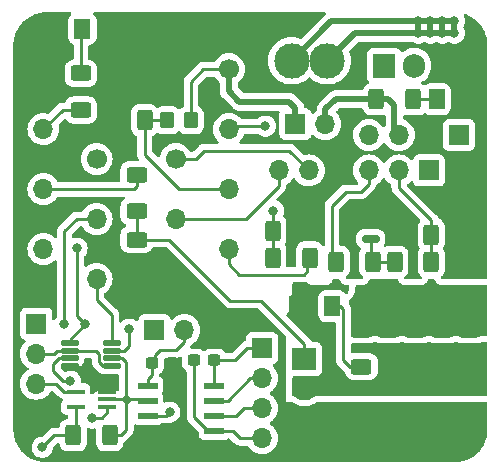
<source format=gbr>
%TF.GenerationSoftware,KiCad,Pcbnew,(7.0.0-0)*%
%TF.CreationDate,2023-07-06T20:29:09+02:00*%
%TF.ProjectId,Monitoring_Board_v01,4d6f6e69-746f-4726-996e-675f426f6172,v01*%
%TF.SameCoordinates,Original*%
%TF.FileFunction,Copper,L1,Top*%
%TF.FilePolarity,Positive*%
%FSLAX46Y46*%
G04 Gerber Fmt 4.6, Leading zero omitted, Abs format (unit mm)*
G04 Created by KiCad (PCBNEW (7.0.0-0)) date 2023-07-06 20:29:09*
%MOMM*%
%LPD*%
G01*
G04 APERTURE LIST*
G04 Aperture macros list*
%AMRoundRect*
0 Rectangle with rounded corners*
0 $1 Rounding radius*
0 $2 $3 $4 $5 $6 $7 $8 $9 X,Y pos of 4 corners*
0 Add a 4 corners polygon primitive as box body*
4,1,4,$2,$3,$4,$5,$6,$7,$8,$9,$2,$3,0*
0 Add four circle primitives for the rounded corners*
1,1,$1+$1,$2,$3*
1,1,$1+$1,$4,$5*
1,1,$1+$1,$6,$7*
1,1,$1+$1,$8,$9*
0 Add four rect primitives between the rounded corners*
20,1,$1+$1,$2,$3,$4,$5,0*
20,1,$1+$1,$4,$5,$6,$7,0*
20,1,$1+$1,$6,$7,$8,$9,0*
20,1,$1+$1,$8,$9,$2,$3,0*%
G04 Aperture macros list end*
%TA.AperFunction,SMDPad,CuDef*%
%ADD10RoundRect,0.250001X0.462499X0.624999X-0.462499X0.624999X-0.462499X-0.624999X0.462499X-0.624999X0*%
%TD*%
%TA.AperFunction,ComponentPad*%
%ADD11R,1.700000X1.700000*%
%TD*%
%TA.AperFunction,ComponentPad*%
%ADD12O,1.700000X1.700000*%
%TD*%
%TA.AperFunction,SMDPad,CuDef*%
%ADD13RoundRect,0.250000X0.400000X0.625000X-0.400000X0.625000X-0.400000X-0.625000X0.400000X-0.625000X0*%
%TD*%
%TA.AperFunction,SMDPad,CuDef*%
%ADD14RoundRect,0.250000X-0.400000X-0.625000X0.400000X-0.625000X0.400000X0.625000X-0.400000X0.625000X0*%
%TD*%
%TA.AperFunction,SMDPad,CuDef*%
%ADD15R,1.663700X0.558800*%
%TD*%
%TA.AperFunction,SMDPad,CuDef*%
%ADD16RoundRect,0.250000X0.350000X0.450000X-0.350000X0.450000X-0.350000X-0.450000X0.350000X-0.450000X0*%
%TD*%
%TA.AperFunction,SMDPad,CuDef*%
%ADD17RoundRect,0.020000X-0.690000X-0.180000X0.690000X-0.180000X0.690000X0.180000X-0.690000X0.180000X0*%
%TD*%
%TA.AperFunction,SMDPad,CuDef*%
%ADD18RoundRect,0.150000X0.587500X0.150000X-0.587500X0.150000X-0.587500X-0.150000X0.587500X-0.150000X0*%
%TD*%
%TA.AperFunction,ComponentPad*%
%ADD19R,2.000000X1.905000*%
%TD*%
%TA.AperFunction,ComponentPad*%
%ADD20O,2.000000X1.905000*%
%TD*%
%TA.AperFunction,SMDPad,CuDef*%
%ADD21RoundRect,0.250000X-0.625000X0.400000X-0.625000X-0.400000X0.625000X-0.400000X0.625000X0.400000X0*%
%TD*%
%TA.AperFunction,ComponentPad*%
%ADD22C,3.000000*%
%TD*%
%TA.AperFunction,SMDPad,CuDef*%
%ADD23RoundRect,0.237500X0.300000X0.237500X-0.300000X0.237500X-0.300000X-0.237500X0.300000X-0.237500X0*%
%TD*%
%TA.AperFunction,SMDPad,CuDef*%
%ADD24RoundRect,0.237500X-0.300000X-0.237500X0.300000X-0.237500X0.300000X0.237500X-0.300000X0.237500X0*%
%TD*%
%TA.AperFunction,SMDPad,CuDef*%
%ADD25R,1.500000X0.400000*%
%TD*%
%TA.AperFunction,ComponentPad*%
%ADD26C,1.700000*%
%TD*%
%TA.AperFunction,ComponentPad*%
%ADD27R,1.905000X2.000000*%
%TD*%
%TA.AperFunction,ComponentPad*%
%ADD28O,1.905000X2.000000*%
%TD*%
%TA.AperFunction,SMDPad,CuDef*%
%ADD29RoundRect,0.250001X-0.462499X-0.624999X0.462499X-0.624999X0.462499X0.624999X-0.462499X0.624999X0*%
%TD*%
%TA.AperFunction,ViaPad*%
%ADD30C,0.800000*%
%TD*%
%TA.AperFunction,Conductor*%
%ADD31C,0.250000*%
%TD*%
%TA.AperFunction,Conductor*%
%ADD32C,0.500000*%
%TD*%
G04 APERTURE END LIST*
D10*
%TO.P,D1,1,A*%
%TO.N,GND1*%
X122731000Y-42799000D03*
%TO.P,D1,2,K*%
%TO.N,Net-(D1-A)*%
X125706000Y-42799000D03*
%TD*%
D11*
%TO.P,J6,1,Pin_1*%
%TO.N,VS*%
X143739999Y-50876220D03*
D12*
%TO.P,J6,2,Pin_2*%
%TO.N,Net-(J3-Pin_3)*%
X146279999Y-50876220D03*
%TD*%
D13*
%TO.P,R11,1*%
%TO.N,Force_Reset*%
X144932283Y-62179221D03*
%TO.P,R11,2*%
%TO.N,Net-(Q2-G)*%
X141832283Y-62179221D03*
%TD*%
D14*
%TO.P,R15,1*%
%TO.N,Net-(U5-+)*%
X152145283Y-62545000D03*
%TO.P,R15,2*%
%TO.N,Net-(J2-Pin_2)*%
X155245283Y-62545000D03*
%TD*%
D15*
%TO.P,U4,1,Vcc1*%
%TO.N,VS*%
X131230499Y-73024999D03*
%TO.P,U4,2,OUTA*%
%TO.N,Net-(U2-B)*%
X131230499Y-74294999D03*
%TO.P,U4,3,INB*%
%TO.N,Net-(U3-1Y)*%
X131230499Y-75564999D03*
%TO.P,U4,4,GND1*%
%TO.N,GND1*%
X131230499Y-76834999D03*
%TO.P,U4,5,GND2*%
%TO.N,/GND_OFF_Board  *%
X136881999Y-76834999D03*
%TO.P,U4,6,OUTB*%
%TO.N,/Comms_ISO_OUT*%
X136881999Y-75564999D03*
%TO.P,U4,7,INA*%
%TO.N,/Comms_ISO_IN*%
X136881999Y-74294999D03*
%TO.P,U4,8,Vcc2*%
%TO.N,/VCC_OFF_Board  *%
X136881999Y-73024999D03*
%TD*%
D12*
%TO.P,J3,5Vo*%
%TO.N,Net-(J3-Pin_3)*%
X152499282Y-51787220D03*
%TO.P,J3,En*%
%TO.N,/5V_EN*%
X149959282Y-51787220D03*
%TO.P,J3,G*%
%TO.N,GND1*%
X155039282Y-51787220D03*
D11*
%TO.P,J3,In*%
%TO.N,V_cell*%
X157579282Y-51787220D03*
%TD*%
D16*
%TO.P,TH1,1*%
%TO.N,VS*%
X134908000Y-50546000D03*
%TO.P,TH1,2*%
%TO.N,Net-(R2-Pad3)*%
X132908000Y-50546000D03*
%TD*%
D17*
%TO.P,U3,1,1A*%
%TO.N,TX0*%
X124635171Y-69396304D03*
%TO.P,U3,2,1B*%
%TO.N,/Comms_IN*%
X124635171Y-70046304D03*
%TO.P,U3,3,2Y*%
%TO.N,RX0*%
X124635171Y-70696304D03*
%TO.P,U3,4,-*%
%TO.N,GND1*%
X124635171Y-71346304D03*
%TO.P,U3,5,2A*%
%TO.N,/Comms_IN*%
X128175171Y-71346304D03*
%TO.P,U3,6,2B*%
%TO.N,Net-(U2-B)*%
X128175171Y-70696304D03*
%TO.P,U3,7,1Y*%
%TO.N,Net-(U3-1Y)*%
X128175171Y-70046304D03*
%TO.P,U3,8,+*%
%TO.N,VS*%
X128175171Y-69396304D03*
%TD*%
D18*
%TO.P,U5,1,+*%
%TO.N,Net-(U5-+)*%
X150109283Y-60574000D03*
%TO.P,U5,2,-*%
%TO.N,GND1*%
X150109283Y-58674000D03*
%TO.P,U5,3,NC*%
X148234283Y-59624000D03*
%TD*%
D19*
%TO.P,Q1,1,G*%
%TO.N,Net-(Q1-G)*%
X144501999Y-70764399D03*
D20*
%TO.P,Q1,2,D*%
%TO.N,Net-(D2-K)*%
X144501999Y-73304399D03*
%TO.P,Q1,3,S*%
%TO.N,GND1*%
X144501999Y-75844399D03*
%TD*%
D13*
%TO.P,R14,1*%
%TO.N,Net-(J2-Pin_2)*%
X155245283Y-60259000D03*
%TO.P,R14,2*%
%TO.N,GND1*%
X152145283Y-60259000D03*
%TD*%
D14*
%TO.P,R12,1*%
%TO.N,Net-(Q2-G)*%
X141832283Y-59893221D03*
%TO.P,R12,2*%
%TO.N,GND1*%
X144932283Y-59893221D03*
%TD*%
D13*
%TO.P,R13,1*%
%TO.N,Net-(D3-A)*%
X153698000Y-48768000D03*
%TO.P,R13,2*%
%TO.N,Net-(J3-Pin_3)*%
X150598000Y-48768000D03*
%TD*%
D21*
%TO.P,R7,1*%
%TO.N,V_cell*%
X156186000Y-68300000D03*
%TO.P,R7,2*%
%TO.N,Net-(D2-K)*%
X156186000Y-71400000D03*
%TD*%
D13*
%TO.P,R2,1*%
%TO.N,Net-(R2-Pad3)*%
X130965000Y-50546000D03*
%TO.P,R2,2*%
%TO.N,GND1*%
X127865000Y-50546000D03*
%TD*%
D10*
%TO.P,D3,1,K*%
%TO.N,GND1*%
X158689500Y-48768000D03*
%TO.P,D3,2,A*%
%TO.N,Net-(D3-A)*%
X155714500Y-48768000D03*
%TD*%
D22*
%TO.P,J7,1,Pin_1*%
%TO.N,V_cell*%
X143435200Y-45516800D03*
X146435200Y-45516800D03*
%TD*%
D23*
%TO.P,C1,1*%
%TO.N,/VCC_OFF_Board  *%
X136882000Y-70866000D03*
%TO.P,C1,2*%
%TO.N,/GND_OFF_Board  *%
X135157000Y-70866000D03*
%TD*%
D24*
%TO.P,C2,1*%
%TO.N,VS*%
X131567500Y-71128000D03*
%TO.P,C2,2*%
%TO.N,GND1*%
X133292500Y-71128000D03*
%TD*%
D21*
%TO.P,R4,1*%
%TO.N,Net-(Q1-G)*%
X130301283Y-60655221D03*
%TO.P,R4,2*%
%TO.N,GND1*%
X130301283Y-63755221D03*
%TD*%
%TO.P,R3,1*%
%TO.N,Dumpload_EN*%
X130301283Y-55168221D03*
%TO.P,R3,2*%
%TO.N,Net-(Q1-G)*%
X130301283Y-58268221D03*
%TD*%
D25*
%TO.P,U2,1,A*%
%TO.N,TX0*%
X127797999Y-74817999D03*
%TO.P,U2,2,B*%
%TO.N,Net-(U2-B)*%
X127797999Y-74167999D03*
%TO.P,U2,3,-*%
%TO.N,GND1*%
X127797999Y-73517999D03*
%TO.P,U2,4,Y*%
%TO.N,/Comms_OUT*%
X125137999Y-73517999D03*
%TO.P,U2,5,+*%
%TO.N,VS*%
X125137999Y-74817999D03*
%TD*%
D11*
%TO.P,J5,1,Pin_1*%
%TO.N,VS*%
X121796570Y-67777199D03*
D12*
%TO.P,J5,2,Pin_2*%
%TO.N,/Comms_IN*%
X121796570Y-70317199D03*
%TO.P,J5,3,Pin_3*%
%TO.N,/Comms_OUT*%
X121796570Y-72857199D03*
%TO.P,J5,4,Pin_4*%
%TO.N,GND1*%
X121796570Y-75397199D03*
%TD*%
D21*
%TO.P,R6,1*%
%TO.N,V_cell*%
X158472000Y-68300000D03*
%TO.P,R6,2*%
%TO.N,Net-(D2-K)*%
X158472000Y-71400000D03*
%TD*%
%TO.P,R9,1*%
%TO.N,V_cell*%
X151614000Y-68300000D03*
%TO.P,R9,2*%
%TO.N,Net-(D2-K)*%
X151614000Y-71400000D03*
%TD*%
D12*
%TO.P,U1,A0,A0*%
%TO.N,Force_Reset*%
X138103999Y-61467999D03*
%TO.P,U1,A1,A1*%
%TO.N,Net-(R2-Pad3)*%
X138103999Y-56387999D03*
%TO.P,U1,A2,A2*%
%TO.N,V_cell*%
X138103999Y-51307999D03*
%TO.P,U1,D9,D9*%
%TO.N,/DQ*%
X122403999Y-61467999D03*
%TO.P,U1,D10,D10*%
%TO.N,Dumpload_EN*%
X122403999Y-56387999D03*
%TO.P,U1,D11,D11*%
%TO.N,Net-(R1-Pad2)*%
X122403999Y-51307999D03*
D26*
%TO.P,U1,GND1,GND1*%
%TO.N,GND1*%
X122404000Y-46228000D03*
D12*
X133608599Y-63987999D03*
%TO.P,U1,RX1,RX1*%
%TO.N,RX0*%
X126902999Y-58907999D03*
D26*
%TO.P,U1,SCL1,SCL1*%
%TO.N,Net-(J2-Pin_5)*%
X133608600Y-53828000D03*
D12*
%TO.P,U1,SDA1,SDA1*%
%TO.N,Net-(J2-Pin_6)*%
X133608599Y-58907999D03*
D26*
%TO.P,U1,TX1,TX1*%
%TO.N,TX0*%
X126903000Y-53828000D03*
D12*
%TO.P,U1,VCC1,VCC1*%
%TO.N,VS*%
X126902999Y-63987999D03*
D26*
X138104000Y-46228000D03*
%TD*%
D12*
%TO.P,J2,SCL1*%
%TO.N,Net-(J2-Pin_5)*%
X144879282Y-54797220D03*
%TO.P,J2,SDA1*%
%TO.N,Net-(J2-Pin_6)*%
X142339282Y-54797220D03*
%TO.P,J2,Vcc*%
%TO.N,VS*%
X149959282Y-54797220D03*
D11*
%TO.P,J2,Vin+*%
%TO.N,V_cell*%
X155039282Y-54797220D03*
D12*
%TO.P,J2,Vin-*%
%TO.N,Net-(J2-Pin_2)*%
X152499282Y-54797220D03*
%TO.P,J2,gnd*%
%TO.N,GND1*%
X147419282Y-54797220D03*
%TD*%
D21*
%TO.P,R1,1*%
%TO.N,Net-(D1-A)*%
X125579000Y-46583000D03*
%TO.P,R1,2*%
%TO.N,Net-(R1-Pad2)*%
X125579000Y-49683000D03*
%TD*%
D14*
%TO.P,Rs1,1*%
%TO.N,VS*%
X147192283Y-62545000D03*
%TO.P,Rs1,2*%
%TO.N,Net-(U5-+)*%
X150292283Y-62545000D03*
%TD*%
D21*
%TO.P,R8,1*%
%TO.N,V_cell*%
X153900000Y-68300000D03*
%TO.P,R8,2*%
%TO.N,Net-(D2-K)*%
X153900000Y-71400000D03*
%TD*%
D22*
%TO.P,J8,1,Pin_1*%
%TO.N,GND1*%
X156162000Y-76047600D03*
X153162000Y-76047600D03*
%TD*%
D21*
%TO.P,R5,1*%
%TO.N,V_cell*%
X149328000Y-68300000D03*
%TO.P,R5,2*%
%TO.N,Net-(D2-A)*%
X149328000Y-71400000D03*
%TD*%
D27*
%TO.P,Q2,1,G*%
%TO.N,Net-(Q2-G)*%
X151256282Y-45923220D03*
D28*
%TO.P,Q2,2,D*%
%TO.N,/5V_EN*%
X153796282Y-45923220D03*
%TO.P,Q2,3,S*%
%TO.N,GND1*%
X156336282Y-45923220D03*
%TD*%
D11*
%TO.P,J1,1,Pin_1*%
%TO.N,/DQ*%
X131801999Y-68325999D03*
D12*
%TO.P,J1,2,Pin_2*%
%TO.N,VS*%
X134341999Y-68325999D03*
%TO.P,J1,3,Pin_3*%
%TO.N,GND1*%
X136881999Y-68325999D03*
%TD*%
D14*
%TO.P,R10,1*%
%TO.N,VS*%
X124918000Y-77216000D03*
%TO.P,R10,2*%
%TO.N,Net-(U2-B)*%
X128018000Y-77216000D03*
%TD*%
D29*
%TO.P,D2,1,K*%
%TO.N,Net-(D2-K)*%
X143892400Y-66294000D03*
%TO.P,D2,2,A*%
%TO.N,Net-(D2-A)*%
X146867400Y-66294000D03*
%TD*%
D11*
%TO.P,J4,1,Pin_1*%
%TO.N,/VCC_OFF_Board  *%
X140928866Y-69849999D03*
D12*
%TO.P,J4,2,Pin_2*%
%TO.N,/Comms_ISO_IN*%
X140928866Y-72389999D03*
%TO.P,J4,3,Pin_3*%
%TO.N,/Comms_ISO_OUT*%
X140928866Y-74929999D03*
%TO.P,J4,4,Pin_4*%
%TO.N,/GND_OFF_Board  *%
X140928866Y-77469999D03*
%TD*%
D30*
%TO.N,GND1*%
X152122000Y-57912000D03*
X129770000Y-78486000D03*
X127800000Y-72738000D03*
X157202000Y-57912000D03*
%TO.N,VS*%
X122310000Y-78238000D03*
%TO.N,V_cell*%
X156135200Y-66497200D03*
X154103200Y-65481200D03*
X155170000Y-43180000D03*
X156186000Y-43180000D03*
X156186000Y-42164000D03*
X141200000Y-51054000D03*
X153087200Y-66497200D03*
X155170000Y-42164000D03*
X152071200Y-66497200D03*
X159183200Y-65481200D03*
X152071200Y-65481200D03*
X155119200Y-65481200D03*
X157202000Y-43180000D03*
X157202000Y-42164000D03*
X151055200Y-66497200D03*
X154103200Y-66497200D03*
X155119200Y-66497200D03*
X157151200Y-66497200D03*
X153087200Y-65481200D03*
X157151200Y-65481200D03*
X149023200Y-66497200D03*
X154154000Y-42164000D03*
X158167200Y-65481200D03*
X150039200Y-65481200D03*
X151055200Y-65481200D03*
X150039200Y-66497200D03*
X156135200Y-65481200D03*
X149023200Y-65481200D03*
X158167200Y-66497200D03*
X159183200Y-66497200D03*
X154154000Y-43180000D03*
%TO.N,Net-(Q2-G)*%
X141867717Y-58204283D03*
%TO.N,RX0*%
X124690000Y-72644000D03*
X124182000Y-67818000D03*
%TO.N,TX0*%
X126520000Y-75758000D03*
X125240000Y-61388000D03*
X125960000Y-67808000D03*
%TO.N,Net-(U3-1Y)*%
X133100000Y-75268000D03*
X129680000Y-68238000D03*
%TD*%
D31*
%TO.N,GND1*%
X127800000Y-73516000D02*
X127798000Y-73518000D01*
X127800000Y-72738000D02*
X127800000Y-73516000D01*
%TO.N,Net-(D1-A)*%
X125706000Y-42799000D02*
X125579000Y-42926000D01*
X125579000Y-42926000D02*
X125579000Y-46583000D01*
%TO.N,Net-(D2-A)*%
X147550000Y-66294000D02*
X147804000Y-66548000D01*
X147804000Y-66548000D02*
X147804000Y-70866000D01*
X148338000Y-71400000D02*
X149328000Y-71400000D01*
X146867400Y-66294000D02*
X147550000Y-66294000D01*
X147804000Y-70866000D02*
X148338000Y-71400000D01*
%TO.N,Net-(D3-A)*%
X153698000Y-48768000D02*
X155714500Y-48768000D01*
%TO.N,VS*%
X125138000Y-74818000D02*
X125138000Y-76996000D01*
X134908000Y-50546000D02*
X134908000Y-47274000D01*
X146830000Y-62182717D02*
X147192283Y-62545000D01*
X128170000Y-66998000D02*
X128170000Y-69391133D01*
X149290000Y-56618000D02*
X148000000Y-56618000D01*
X133630000Y-70038000D02*
X132240000Y-70038000D01*
X131830000Y-70865500D02*
X131567500Y-71128000D01*
X132240000Y-70038000D02*
X131830000Y-70448000D01*
X149959283Y-54797221D02*
X149959283Y-55948717D01*
X131567500Y-71128000D02*
X131567500Y-72100500D01*
X128170000Y-69391133D02*
X128175171Y-69396304D01*
X134908000Y-47274000D02*
X135954000Y-46228000D01*
D32*
X143188000Y-48978000D02*
X138990000Y-48978000D01*
D31*
X131230500Y-72437500D02*
X131230500Y-73025000D01*
X148000000Y-56618000D02*
X146830000Y-57788000D01*
X126903000Y-65731000D02*
X128170000Y-66998000D01*
X122310000Y-78238000D02*
X123332000Y-77216000D01*
D32*
X138104000Y-48092000D02*
X138104000Y-46228000D01*
X143740000Y-50876221D02*
X143740000Y-49530000D01*
X143740000Y-49530000D02*
X143188000Y-48978000D01*
D31*
X125138000Y-76996000D02*
X124918000Y-77216000D01*
X123332000Y-77216000D02*
X124918000Y-77216000D01*
X126903000Y-63988000D02*
X126903000Y-65731000D01*
X135954000Y-46228000D02*
X138104000Y-46228000D01*
D32*
X138990000Y-48978000D02*
X138104000Y-48092000D01*
D31*
X149959283Y-55948717D02*
X149290000Y-56618000D01*
X134342000Y-69326000D02*
X133630000Y-70038000D01*
X134342000Y-68326000D02*
X134342000Y-69326000D01*
X131830000Y-70448000D02*
X131830000Y-70865500D01*
X131567500Y-72100500D02*
X131230500Y-72437500D01*
X146830000Y-57788000D02*
X146830000Y-62182717D01*
%TO.N,/GND_OFF_Board  *%
X139052000Y-77470000D02*
X140928867Y-77470000D01*
X135157000Y-70866000D02*
X135157000Y-75662450D01*
X136329550Y-76835000D02*
X136882000Y-76835000D01*
X136882000Y-76835000D02*
X138417000Y-76835000D01*
X135157000Y-75662450D02*
X136329550Y-76835000D01*
X138417000Y-76835000D02*
X139052000Y-77470000D01*
%TO.N,/Comms_ISO_IN*%
X139898000Y-72390000D02*
X140928867Y-72390000D01*
X136882000Y-74295000D02*
X137993000Y-74295000D01*
X137993000Y-74295000D02*
X139898000Y-72390000D01*
%TO.N,/Comms_ISO_OUT*%
X138723000Y-75565000D02*
X139358000Y-74930000D01*
X139358000Y-74930000D02*
X140928867Y-74930000D01*
X136882000Y-75565000D02*
X138723000Y-75565000D01*
%TO.N,/VCC_OFF_Board  *%
X139668000Y-69850000D02*
X138652000Y-70866000D01*
X136882000Y-70866000D02*
X136882000Y-73025000D01*
X140928867Y-69850000D02*
X139668000Y-69850000D01*
X138652000Y-70866000D02*
X136882000Y-70866000D01*
%TO.N,/Comms_IN*%
X124635171Y-70046304D02*
X123531696Y-70046304D01*
X123260800Y-70317200D02*
X121796571Y-70317200D01*
X127127138Y-71006175D02*
X127467267Y-71346304D01*
X123531696Y-70046304D02*
X123260800Y-70317200D01*
X127127138Y-70329708D02*
X127127138Y-71006175D01*
X124635171Y-70046304D02*
X126843734Y-70046304D01*
X127467267Y-71346304D02*
X128175171Y-71346304D01*
X126843734Y-70046304D02*
X127127138Y-70329708D01*
%TO.N,/Comms_OUT*%
X124170000Y-73518000D02*
X123509200Y-72857200D01*
X123509200Y-72857200D02*
X121796571Y-72857200D01*
X125138000Y-73518000D02*
X124170000Y-73518000D01*
D32*
%TO.N,Net-(J3-Pin_3)*%
X150598000Y-48768000D02*
X151614000Y-48768000D01*
X146280000Y-49638000D02*
X147150000Y-48768000D01*
X147150000Y-48768000D02*
X150598000Y-48768000D01*
X152122000Y-49276000D02*
X152122000Y-51409938D01*
X152122000Y-51409938D02*
X152499283Y-51787221D01*
X146280000Y-50876221D02*
X146280000Y-49638000D01*
X151614000Y-48768000D02*
X152122000Y-49276000D01*
%TO.N,V_cell*%
X155170000Y-42164000D02*
X155170000Y-43180000D01*
X155170000Y-42164000D02*
X154154000Y-42164000D01*
X154154000Y-42164000D02*
X146788000Y-42164000D01*
X154154000Y-43180000D02*
X148772000Y-43180000D01*
D31*
X138358000Y-51054000D02*
X138104000Y-51308000D01*
D32*
X146788000Y-42164000D02*
X143435200Y-45516800D01*
X156186000Y-43180000D02*
X155170000Y-43180000D01*
D31*
X141200000Y-51054000D02*
X138358000Y-51054000D01*
D32*
X148772000Y-43180000D02*
X146435200Y-45516800D01*
X156186000Y-42164000D02*
X156186000Y-43180000D01*
X157202000Y-42164000D02*
X157202000Y-43180000D01*
X154154000Y-42164000D02*
X154154000Y-43180000D01*
X157202000Y-43180000D02*
X156186000Y-43180000D01*
X155170000Y-43180000D02*
X154154000Y-43180000D01*
X157202000Y-42164000D02*
X156186000Y-42164000D01*
X156186000Y-42164000D02*
X155170000Y-42164000D01*
D31*
%TO.N,Net-(Q1-G)*%
X133057221Y-60655221D02*
X130301283Y-60655221D01*
X138230000Y-65828000D02*
X133057221Y-60655221D01*
X130301283Y-58268221D02*
X130301283Y-60655221D01*
X140830000Y-65828000D02*
X138230000Y-65828000D01*
X144502000Y-69500000D02*
X140830000Y-65828000D01*
X144502000Y-70764400D02*
X144502000Y-69500000D01*
%TO.N,Net-(Q2-G)*%
X141832283Y-62179221D02*
X141832283Y-59893221D01*
X141867717Y-58204283D02*
X141867717Y-59857787D01*
X141867717Y-59857787D02*
X141832283Y-59893221D01*
%TO.N,Net-(R1-Pad2)*%
X125579000Y-49683000D02*
X124029000Y-49683000D01*
X124029000Y-49683000D02*
X122404000Y-51308000D01*
%TO.N,Net-(U2-B)*%
X129420000Y-73838000D02*
X129420000Y-73888000D01*
X129410000Y-74458000D02*
X129120000Y-74168000D01*
X129700000Y-74168000D02*
X129920000Y-74168000D01*
X129420000Y-71048000D02*
X129420000Y-73838000D01*
X127798000Y-74168000D02*
X129090000Y-74168000D01*
X129920000Y-74168000D02*
X131103500Y-74168000D01*
X129410000Y-74178000D02*
X129400000Y-74168000D01*
X129420000Y-73838000D02*
X129420000Y-73868000D01*
X129400000Y-74168000D02*
X129920000Y-74168000D01*
X129120000Y-74168000D02*
X129090000Y-74168000D01*
X129410000Y-76758000D02*
X129410000Y-74518000D01*
X128952000Y-77216000D02*
X129410000Y-76758000D01*
X129068304Y-70696304D02*
X129420000Y-71048000D01*
X128018000Y-77216000D02*
X128952000Y-77216000D01*
X129410000Y-74518000D02*
X129410000Y-74458000D01*
X129410000Y-74518000D02*
X129410000Y-74178000D01*
X129420000Y-73888000D02*
X129700000Y-74168000D01*
X129420000Y-73868000D02*
X129120000Y-74168000D01*
X129090000Y-74168000D02*
X129400000Y-74168000D01*
X131103500Y-74168000D02*
X131230500Y-74295000D01*
X129410000Y-74458000D02*
X129700000Y-74168000D01*
X128175171Y-70696304D02*
X129068304Y-70696304D01*
%TO.N,Net-(J2-Pin_2)*%
X155245283Y-60259000D02*
X155245283Y-59023283D01*
X155245283Y-62545000D02*
X155245283Y-60259000D01*
X152499283Y-56277283D02*
X152499283Y-54797221D01*
X155245283Y-59023283D02*
X152499283Y-56277283D01*
%TO.N,Net-(U5-+)*%
X150292283Y-62545000D02*
X152145283Y-62545000D01*
X150109283Y-60574000D02*
X150109283Y-62362000D01*
X150109283Y-62362000D02*
X150292283Y-62545000D01*
%TO.N,Net-(R2-Pad3)*%
X130965000Y-50546000D02*
X130965000Y-53457000D01*
X130965000Y-50546000D02*
X132908000Y-50546000D01*
X138104000Y-56388000D02*
X133896000Y-56388000D01*
X133896000Y-56388000D02*
X130965000Y-53457000D01*
%TO.N,Force_Reset*%
X144750000Y-63322000D02*
X144750000Y-62361504D01*
X138104000Y-61468000D02*
X138104000Y-62746000D01*
X144750000Y-62361504D02*
X144932283Y-62179221D01*
X139000000Y-63642000D02*
X144430000Y-63642000D01*
X138104000Y-62746000D02*
X139000000Y-63642000D01*
X144430000Y-63642000D02*
X144750000Y-63322000D01*
%TO.N,Dumpload_EN*%
X122408000Y-56392000D02*
X130040000Y-56392000D01*
X130040000Y-56392000D02*
X130301283Y-56130717D01*
X122404000Y-56388000D02*
X122408000Y-56392000D01*
X130301283Y-56130717D02*
X130301283Y-55168221D01*
%TO.N,RX0*%
X124182000Y-67818000D02*
X124182000Y-59956000D01*
X123240000Y-71808000D02*
X124076000Y-72644000D01*
X124635171Y-70696304D02*
X123711696Y-70696304D01*
X123240000Y-71168000D02*
X123240000Y-71808000D01*
X123711696Y-70696304D02*
X123240000Y-71168000D01*
X125230000Y-58908000D02*
X126903000Y-58908000D01*
X124182000Y-59956000D02*
X125230000Y-58908000D01*
X124076000Y-72644000D02*
X124690000Y-72644000D01*
%TO.N,Net-(J2-Pin_5)*%
X143234062Y-53152000D02*
X136030000Y-53152000D01*
X135354000Y-53828000D02*
X133608600Y-53828000D01*
X136030000Y-53152000D02*
X135354000Y-53828000D01*
X144879283Y-54797221D02*
X143234062Y-53152000D01*
%TO.N,Net-(J2-Pin_6)*%
X142339283Y-56102717D02*
X139534000Y-58908000D01*
X142339283Y-54797221D02*
X142339283Y-56102717D01*
X139534000Y-58908000D02*
X133608600Y-58908000D01*
%TO.N,TX0*%
X125960000Y-67808000D02*
X125240000Y-67088000D01*
X124635171Y-69132829D02*
X125960000Y-67808000D01*
X124635171Y-69396304D02*
X124635171Y-69132829D01*
X125240000Y-67088000D02*
X125240000Y-61388000D01*
X127798000Y-75290000D02*
X127330000Y-75758000D01*
X127330000Y-75758000D02*
X126520000Y-75758000D01*
X127798000Y-74818000D02*
X127798000Y-75290000D01*
%TO.N,Net-(U3-1Y)*%
X128175171Y-70046304D02*
X129261696Y-70046304D01*
X131230500Y-75565000D02*
X132803000Y-75565000D01*
X129670000Y-69638000D02*
X129670000Y-68248000D01*
X129670000Y-68248000D02*
X129680000Y-68238000D01*
X132803000Y-75565000D02*
X133100000Y-75268000D01*
X129261696Y-70046304D02*
X129670000Y-69638000D01*
%TD*%
%TA.AperFunction,Conductor*%
%TO.N,V_cell*%
G36*
X152395255Y-64018271D02*
G01*
X152436483Y-64047382D01*
X152459671Y-64085535D01*
X152460524Y-64085169D01*
X152512039Y-64205072D01*
X152516991Y-64211391D01*
X152516992Y-64211393D01*
X152590059Y-64304636D01*
X152590064Y-64304642D01*
X152592532Y-64307791D01*
X152595389Y-64310599D01*
X152595393Y-64310603D01*
X152634957Y-64349483D01*
X152634961Y-64349487D01*
X152637816Y-64352292D01*
X152741928Y-64430984D01*
X152862715Y-64480400D01*
X152924089Y-64496654D01*
X153053502Y-64513500D01*
X154333045Y-64513500D01*
X154337064Y-64513500D01*
X154466477Y-64496654D01*
X154527851Y-64480400D01*
X154648638Y-64430984D01*
X154752750Y-64352292D01*
X154798034Y-64307791D01*
X154878527Y-64205072D01*
X154930042Y-64085169D01*
X154930894Y-64085535D01*
X154954083Y-64047382D01*
X154995311Y-64018271D01*
X155044724Y-64008000D01*
X155445842Y-64008000D01*
X155495255Y-64018271D01*
X155536483Y-64047382D01*
X155559671Y-64085535D01*
X155560524Y-64085169D01*
X155612039Y-64205072D01*
X155616991Y-64211391D01*
X155616992Y-64211393D01*
X155690059Y-64304636D01*
X155690064Y-64304642D01*
X155692532Y-64307791D01*
X155695389Y-64310599D01*
X155695393Y-64310603D01*
X155734957Y-64349483D01*
X155734961Y-64349487D01*
X155737816Y-64352292D01*
X155841928Y-64430984D01*
X155962715Y-64480400D01*
X156024089Y-64496654D01*
X156153502Y-64513500D01*
X156157521Y-64513500D01*
X159871500Y-64513500D01*
X159933500Y-64530113D01*
X159978887Y-64575500D01*
X159995500Y-64637500D01*
X159995500Y-68712500D01*
X159978887Y-68774500D01*
X159933500Y-68819887D01*
X159871500Y-68836500D01*
X159520913Y-68836500D01*
X159516674Y-68837089D01*
X159516666Y-68837090D01*
X159387237Y-68855088D01*
X159387233Y-68855088D01*
X159382996Y-68855678D01*
X159378894Y-68856841D01*
X159378881Y-68856844D01*
X159322016Y-68872971D01*
X159322010Y-68872973D01*
X159317899Y-68874139D01*
X159313995Y-68875856D01*
X159313986Y-68875860D01*
X159224198Y-68915367D01*
X159213264Y-68919573D01*
X159156238Y-68938470D01*
X159129848Y-68944121D01*
X159128399Y-68944269D01*
X159127548Y-68944356D01*
X159114935Y-68944999D01*
X157829065Y-68944999D01*
X157816456Y-68944356D01*
X157814157Y-68944121D01*
X157787762Y-68938470D01*
X157730732Y-68919572D01*
X157719797Y-68915365D01*
X157630029Y-68875868D01*
X157630030Y-68875868D01*
X157626102Y-68874140D01*
X157612696Y-68870338D01*
X157565134Y-68856849D01*
X157565124Y-68856847D01*
X157561006Y-68855679D01*
X157556758Y-68855088D01*
X157556757Y-68855088D01*
X157427331Y-68837090D01*
X157427328Y-68837089D01*
X157423087Y-68836500D01*
X157234913Y-68836500D01*
X157230674Y-68837089D01*
X157230666Y-68837090D01*
X157101237Y-68855088D01*
X157101233Y-68855088D01*
X157096996Y-68855678D01*
X157092894Y-68856841D01*
X157092881Y-68856844D01*
X157036016Y-68872971D01*
X157036010Y-68872973D01*
X157031899Y-68874139D01*
X157027995Y-68875856D01*
X157027986Y-68875860D01*
X156938198Y-68915367D01*
X156927264Y-68919573D01*
X156870238Y-68938470D01*
X156843848Y-68944121D01*
X156842399Y-68944269D01*
X156841548Y-68944356D01*
X156828935Y-68944999D01*
X155543065Y-68944999D01*
X155530456Y-68944356D01*
X155528157Y-68944121D01*
X155501762Y-68938470D01*
X155444732Y-68919572D01*
X155433797Y-68915365D01*
X155344029Y-68875868D01*
X155344030Y-68875868D01*
X155340102Y-68874140D01*
X155326696Y-68870338D01*
X155279134Y-68856849D01*
X155279124Y-68856847D01*
X155275006Y-68855679D01*
X155270758Y-68855088D01*
X155270757Y-68855088D01*
X155141331Y-68837090D01*
X155141328Y-68837089D01*
X155137087Y-68836500D01*
X154948913Y-68836500D01*
X154944674Y-68837089D01*
X154944666Y-68837090D01*
X154815237Y-68855088D01*
X154815233Y-68855088D01*
X154810996Y-68855678D01*
X154806894Y-68856841D01*
X154806881Y-68856844D01*
X154750016Y-68872971D01*
X154750010Y-68872973D01*
X154745899Y-68874139D01*
X154741995Y-68875856D01*
X154741986Y-68875860D01*
X154652198Y-68915367D01*
X154641264Y-68919573D01*
X154584238Y-68938470D01*
X154557848Y-68944121D01*
X154556399Y-68944269D01*
X154555548Y-68944356D01*
X154542935Y-68944999D01*
X153257065Y-68944999D01*
X153244456Y-68944356D01*
X153242157Y-68944121D01*
X153215762Y-68938470D01*
X153158732Y-68919572D01*
X153147797Y-68915365D01*
X153058029Y-68875868D01*
X153058030Y-68875868D01*
X153054102Y-68874140D01*
X153040696Y-68870338D01*
X152993134Y-68856849D01*
X152993124Y-68856847D01*
X152989006Y-68855679D01*
X152984758Y-68855088D01*
X152984757Y-68855088D01*
X152855331Y-68837090D01*
X152855328Y-68837089D01*
X152851087Y-68836500D01*
X152662913Y-68836500D01*
X152658674Y-68837089D01*
X152658666Y-68837090D01*
X152529237Y-68855088D01*
X152529233Y-68855088D01*
X152524996Y-68855678D01*
X152520894Y-68856841D01*
X152520881Y-68856844D01*
X152464016Y-68872971D01*
X152464010Y-68872973D01*
X152459899Y-68874139D01*
X152455995Y-68875856D01*
X152455986Y-68875860D01*
X152366198Y-68915367D01*
X152355264Y-68919573D01*
X152298238Y-68938470D01*
X152271848Y-68944121D01*
X152270399Y-68944269D01*
X152269548Y-68944356D01*
X152256935Y-68944999D01*
X150971065Y-68944999D01*
X150958456Y-68944356D01*
X150956157Y-68944121D01*
X150929762Y-68938470D01*
X150872732Y-68919572D01*
X150861797Y-68915365D01*
X150772029Y-68875868D01*
X150772030Y-68875868D01*
X150768102Y-68874140D01*
X150754696Y-68870338D01*
X150707134Y-68856849D01*
X150707124Y-68856847D01*
X150703006Y-68855679D01*
X150698758Y-68855088D01*
X150698757Y-68855088D01*
X150569331Y-68837090D01*
X150569328Y-68837089D01*
X150565087Y-68836500D01*
X150376913Y-68836500D01*
X150372674Y-68837089D01*
X150372666Y-68837090D01*
X150243237Y-68855088D01*
X150243233Y-68855088D01*
X150238996Y-68855678D01*
X150234894Y-68856841D01*
X150234881Y-68856844D01*
X150178016Y-68872971D01*
X150178010Y-68872973D01*
X150173899Y-68874139D01*
X150169995Y-68875856D01*
X150169986Y-68875860D01*
X150080198Y-68915367D01*
X150069264Y-68919573D01*
X150012238Y-68938470D01*
X149985848Y-68944121D01*
X149984399Y-68944269D01*
X149983548Y-68944356D01*
X149970935Y-68944999D01*
X148685057Y-68944999D01*
X148672456Y-68944357D01*
X148621776Y-68939180D01*
X148621774Y-68939179D01*
X148617477Y-68938741D01*
X148613161Y-68938903D01*
X148613155Y-68938903D01*
X148580786Y-68940120D01*
X148558156Y-68940970D01*
X148494209Y-68925965D01*
X148446898Y-68880399D01*
X148429500Y-68817059D01*
X148429500Y-66625771D01*
X148430020Y-66614718D01*
X148431672Y-66607332D01*
X148429561Y-66540144D01*
X148429500Y-66536250D01*
X148429500Y-66512545D01*
X148429500Y-66508650D01*
X148428998Y-66504681D01*
X148428080Y-66493024D01*
X148426954Y-66457173D01*
X148426709Y-66449373D01*
X148421120Y-66430140D01*
X148417174Y-66411083D01*
X148415641Y-66398944D01*
X148414664Y-66391208D01*
X148398582Y-66350591D01*
X148394803Y-66339551D01*
X148384795Y-66305102D01*
X148384793Y-66305099D01*
X148382618Y-66297610D01*
X148378647Y-66290896D01*
X148378645Y-66290891D01*
X148372421Y-66280368D01*
X148363858Y-66262890D01*
X148356486Y-66244268D01*
X148335681Y-66215633D01*
X148318069Y-66181066D01*
X148312000Y-66142748D01*
X148312000Y-65805827D01*
X148327932Y-65745021D01*
X148371636Y-65699840D01*
X148440101Y-65658262D01*
X148440102Y-65658260D01*
X148447647Y-65653679D01*
X148544313Y-65547959D01*
X148583511Y-65490481D01*
X148646640Y-65361884D01*
X148656335Y-65332043D01*
X148666871Y-65308379D01*
X148728443Y-65201734D01*
X148732316Y-65192378D01*
X148741088Y-65178471D01*
X148740987Y-65178420D01*
X148756339Y-65148289D01*
X148786693Y-65075004D01*
X148805210Y-64997872D01*
X148811278Y-64959556D01*
X148817500Y-64880487D01*
X148817500Y-64637500D01*
X148817500Y-64637499D01*
X148834113Y-64575500D01*
X148879500Y-64530113D01*
X148941500Y-64513500D01*
X149380045Y-64513500D01*
X149384064Y-64513500D01*
X149513477Y-64496654D01*
X149574851Y-64480400D01*
X149695638Y-64430984D01*
X149799750Y-64352292D01*
X149845034Y-64307791D01*
X149925527Y-64205072D01*
X149977042Y-64085169D01*
X149977894Y-64085535D01*
X150001083Y-64047382D01*
X150042311Y-64018271D01*
X150091724Y-64008000D01*
X152345842Y-64008000D01*
X152395255Y-64018271D01*
G37*
%TD.AperFunction*%
%TD*%
%TA.AperFunction,Conductor*%
%TO.N,Net-(D2-K)*%
G36*
X147442255Y-64018271D02*
G01*
X147483483Y-64047382D01*
X147506671Y-64085535D01*
X147507524Y-64085169D01*
X147559039Y-64205072D01*
X147563991Y-64211391D01*
X147563992Y-64211393D01*
X147637059Y-64304636D01*
X147637064Y-64304642D01*
X147639532Y-64307791D01*
X147642389Y-64310599D01*
X147642393Y-64310603D01*
X147681957Y-64349483D01*
X147681961Y-64349487D01*
X147684816Y-64352292D01*
X147788928Y-64430984D01*
X147909715Y-64480400D01*
X147971089Y-64496654D01*
X148100502Y-64513500D01*
X148104521Y-64513500D01*
X148188000Y-64513500D01*
X148250000Y-64530113D01*
X148295387Y-64575500D01*
X148312000Y-64637500D01*
X148312000Y-64880487D01*
X148305932Y-64918803D01*
X148290580Y-64948934D01*
X148290667Y-64948984D01*
X148289715Y-64950632D01*
X148289711Y-64950639D01*
X148287421Y-64954605D01*
X148287416Y-64954613D01*
X148199269Y-65107289D01*
X148199266Y-65107294D01*
X148196021Y-65112916D01*
X148194015Y-65119089D01*
X148194014Y-65119092D01*
X148165882Y-65205672D01*
X148126684Y-65263150D01*
X148062703Y-65290472D01*
X147994078Y-65279039D01*
X147942414Y-65232451D01*
X147922611Y-65200345D01*
X147798555Y-65076289D01*
X147792405Y-65072495D01*
X147792403Y-65072494D01*
X147655382Y-64987978D01*
X147655380Y-64987977D01*
X147649234Y-64984186D01*
X147482697Y-64929001D01*
X147475964Y-64928313D01*
X147475959Y-64928312D01*
X147383039Y-64918819D01*
X147383022Y-64918818D01*
X147379908Y-64918500D01*
X146354892Y-64918500D01*
X146351778Y-64918818D01*
X146351760Y-64918819D01*
X146258840Y-64928312D01*
X146258833Y-64928313D01*
X146252103Y-64929001D01*
X146245677Y-64931130D01*
X146245674Y-64931131D01*
X146092421Y-64981914D01*
X146092417Y-64981915D01*
X146085566Y-64984186D01*
X146079422Y-64987975D01*
X146079417Y-64987978D01*
X145942396Y-65072494D01*
X145942390Y-65072498D01*
X145936245Y-65076289D01*
X145931138Y-65081395D01*
X145931134Y-65081399D01*
X145817299Y-65195234D01*
X145817295Y-65195238D01*
X145812189Y-65200345D01*
X145808398Y-65206490D01*
X145808394Y-65206496D01*
X145723878Y-65343517D01*
X145723875Y-65343522D01*
X145720086Y-65349666D01*
X145717815Y-65356517D01*
X145717814Y-65356521D01*
X145667031Y-65509774D01*
X145664901Y-65516203D01*
X145664213Y-65522933D01*
X145664212Y-65522940D01*
X145654719Y-65615860D01*
X145654718Y-65615878D01*
X145654400Y-65618992D01*
X145654400Y-66969008D01*
X145654718Y-66972122D01*
X145654719Y-66972139D01*
X145664212Y-67065059D01*
X145664213Y-67065064D01*
X145664901Y-67071797D01*
X145667030Y-67078224D01*
X145667031Y-67078225D01*
X145711171Y-67211432D01*
X145720086Y-67238334D01*
X145723877Y-67244480D01*
X145723878Y-67244482D01*
X145793053Y-67356632D01*
X145812189Y-67387655D01*
X145936245Y-67511711D01*
X146085566Y-67603814D01*
X146252103Y-67658999D01*
X146354892Y-67669500D01*
X147054500Y-67669500D01*
X147116500Y-67686113D01*
X147161887Y-67731500D01*
X147178500Y-67793500D01*
X147178500Y-70788225D01*
X147177978Y-70799280D01*
X147176327Y-70806667D01*
X147176571Y-70814453D01*
X147176571Y-70814461D01*
X147178439Y-70873873D01*
X147178500Y-70877768D01*
X147178500Y-70905350D01*
X147178988Y-70909219D01*
X147178989Y-70909225D01*
X147179004Y-70909343D01*
X147179918Y-70920966D01*
X147181045Y-70956830D01*
X147181046Y-70956837D01*
X147181291Y-70964627D01*
X147183467Y-70972119D01*
X147183468Y-70972121D01*
X147186879Y-70983862D01*
X147190825Y-71002915D01*
X147190868Y-71003259D01*
X147193336Y-71022792D01*
X147196206Y-71030042D01*
X147196208Y-71030048D01*
X147209414Y-71063404D01*
X147213197Y-71074451D01*
X147225382Y-71116390D01*
X147229353Y-71123105D01*
X147229354Y-71123107D01*
X147235581Y-71133637D01*
X147244136Y-71151099D01*
X147248642Y-71162480D01*
X147248643Y-71162483D01*
X147251514Y-71169732D01*
X147262784Y-71185244D01*
X147277181Y-71205060D01*
X147283593Y-71214822D01*
X147301856Y-71245702D01*
X147301859Y-71245707D01*
X147305830Y-71252420D01*
X147311345Y-71257935D01*
X147319990Y-71266580D01*
X147332626Y-71281374D01*
X147339819Y-71291275D01*
X147339823Y-71291279D01*
X147344406Y-71297587D01*
X147350415Y-71302558D01*
X147350416Y-71302559D01*
X147378058Y-71325426D01*
X147386699Y-71333289D01*
X147840707Y-71787298D01*
X147848159Y-71795487D01*
X147852214Y-71801877D01*
X147901223Y-71847900D01*
X147904020Y-71850611D01*
X147921323Y-71867913D01*
X147921323Y-71867914D01*
X147923529Y-71870120D01*
X147923254Y-71870394D01*
X147949432Y-71904005D01*
X147960005Y-71939632D01*
X147960896Y-71939442D01*
X147962312Y-71946060D01*
X147963001Y-71952797D01*
X147965130Y-71959222D01*
X147965131Y-71959226D01*
X148007747Y-72087832D01*
X148018186Y-72119334D01*
X148021977Y-72125480D01*
X148106497Y-72262511D01*
X148106500Y-72262515D01*
X148110288Y-72268656D01*
X148234344Y-72392712D01*
X148240485Y-72396500D01*
X148240488Y-72396502D01*
X148258880Y-72407846D01*
X148383666Y-72484814D01*
X148550203Y-72539999D01*
X148652991Y-72550500D01*
X150003008Y-72550499D01*
X150105797Y-72539999D01*
X150272334Y-72484814D01*
X150421656Y-72392712D01*
X150545712Y-72268656D01*
X150637814Y-72119334D01*
X150692999Y-71952797D01*
X150703500Y-71850009D01*
X150703499Y-70949992D01*
X150692999Y-70847203D01*
X150637814Y-70680666D01*
X150555218Y-70546756D01*
X150549502Y-70537488D01*
X150549500Y-70537485D01*
X150545712Y-70531344D01*
X150421656Y-70407288D01*
X150415515Y-70403500D01*
X150415511Y-70403497D01*
X150278480Y-70318977D01*
X150272334Y-70315186D01*
X150236259Y-70303232D01*
X150112225Y-70262131D01*
X150112224Y-70262130D01*
X150105797Y-70260001D01*
X150099064Y-70259313D01*
X150099059Y-70259312D01*
X150006140Y-70249819D01*
X150006123Y-70249818D01*
X150003009Y-70249500D01*
X149999860Y-70249500D01*
X148656140Y-70249500D01*
X148656120Y-70249500D01*
X148652992Y-70249501D01*
X148649860Y-70249820D01*
X148649858Y-70249821D01*
X148566101Y-70258377D01*
X148498925Y-70246363D01*
X148448278Y-70200627D01*
X148429500Y-70135019D01*
X148429500Y-69564981D01*
X148448278Y-69499373D01*
X148498926Y-69453636D01*
X148566101Y-69441623D01*
X148652991Y-69450500D01*
X150003008Y-69450499D01*
X150105797Y-69439999D01*
X150272334Y-69384814D01*
X150311816Y-69360461D01*
X150376913Y-69342000D01*
X150565087Y-69342000D01*
X150630183Y-69360461D01*
X150652031Y-69373937D01*
X150669666Y-69384814D01*
X150836203Y-69439999D01*
X150938991Y-69450500D01*
X152289008Y-69450499D01*
X152391797Y-69439999D01*
X152558334Y-69384814D01*
X152597816Y-69360461D01*
X152662913Y-69342000D01*
X152851087Y-69342000D01*
X152916183Y-69360461D01*
X152938031Y-69373937D01*
X152955666Y-69384814D01*
X153122203Y-69439999D01*
X153224991Y-69450500D01*
X154575008Y-69450499D01*
X154677797Y-69439999D01*
X154844334Y-69384814D01*
X154883816Y-69360461D01*
X154948913Y-69342000D01*
X155137087Y-69342000D01*
X155202183Y-69360461D01*
X155224031Y-69373937D01*
X155241666Y-69384814D01*
X155408203Y-69439999D01*
X155510991Y-69450500D01*
X156861008Y-69450499D01*
X156963797Y-69439999D01*
X157130334Y-69384814D01*
X157169816Y-69360461D01*
X157234913Y-69342000D01*
X157423087Y-69342000D01*
X157488183Y-69360461D01*
X157510031Y-69373937D01*
X157527666Y-69384814D01*
X157694203Y-69439999D01*
X157796991Y-69450500D01*
X159147008Y-69450499D01*
X159249797Y-69439999D01*
X159416334Y-69384814D01*
X159455816Y-69360461D01*
X159520913Y-69342000D01*
X159871500Y-69342000D01*
X159933500Y-69358613D01*
X159978887Y-69404000D01*
X159995500Y-69466000D01*
X159995500Y-73792500D01*
X159978887Y-73854500D01*
X159933500Y-73899887D01*
X159871500Y-73916500D01*
X145529189Y-73916500D01*
X145526350Y-73916764D01*
X145526336Y-73916765D01*
X145438703Y-73924926D01*
X145438683Y-73924928D01*
X145435846Y-73925193D01*
X145433040Y-73925720D01*
X145433027Y-73925722D01*
X145393667Y-73933117D01*
X145393649Y-73933121D01*
X145390840Y-73933649D01*
X145388080Y-73934438D01*
X145388073Y-73934440D01*
X145306246Y-73957843D01*
X145306240Y-73957844D01*
X145300713Y-73959426D01*
X145295571Y-73962000D01*
X145295566Y-73962003D01*
X145219471Y-74000111D01*
X145219463Y-74000115D01*
X145216896Y-74001401D01*
X145214462Y-74002917D01*
X145214450Y-74002924D01*
X145193125Y-74016209D01*
X145193121Y-74016211D01*
X145186408Y-74020394D01*
X145186901Y-74021186D01*
X145177102Y-74029025D01*
X145171647Y-74032224D01*
X145169469Y-74033205D01*
X145168528Y-74031763D01*
X145159303Y-74037789D01*
X145159298Y-74037792D01*
X145010606Y-74134937D01*
X144992595Y-74144684D01*
X144867618Y-74199504D01*
X144848249Y-74206153D01*
X144715940Y-74239659D01*
X144695739Y-74243030D01*
X144593815Y-74251476D01*
X144583575Y-74251900D01*
X144420425Y-74251900D01*
X144410185Y-74251476D01*
X144308259Y-74243030D01*
X144288058Y-74239659D01*
X144155749Y-74206153D01*
X144136380Y-74199504D01*
X144011403Y-74144684D01*
X143993392Y-74134937D01*
X143844710Y-74037798D01*
X143844707Y-74037796D01*
X143835472Y-74031763D01*
X143834528Y-74033205D01*
X143832304Y-74032202D01*
X143826884Y-74029022D01*
X143817100Y-74021194D01*
X143817597Y-74020398D01*
X143787110Y-74001405D01*
X143703290Y-73959427D01*
X143697758Y-73957844D01*
X143697756Y-73957844D01*
X143615926Y-73934440D01*
X143615923Y-73934439D01*
X143613160Y-73933649D01*
X143610332Y-73933117D01*
X143610325Y-73933116D01*
X143589781Y-73929256D01*
X143584604Y-73928283D01*
X143532714Y-73905325D01*
X143496483Y-73861654D01*
X143483500Y-73806416D01*
X143483500Y-72341400D01*
X143500113Y-72279400D01*
X143545500Y-72234013D01*
X143607500Y-72217400D01*
X145496115Y-72217399D01*
X145549872Y-72217399D01*
X145609483Y-72210991D01*
X145744331Y-72160696D01*
X145859546Y-72074446D01*
X145945796Y-71959231D01*
X145996091Y-71824383D01*
X146002500Y-71764773D01*
X146002499Y-69764028D01*
X145996091Y-69704417D01*
X145945796Y-69569569D01*
X145859546Y-69454354D01*
X145782105Y-69396382D01*
X145751431Y-69373419D01*
X145751430Y-69373418D01*
X145744331Y-69368104D01*
X145609483Y-69317809D01*
X145601770Y-69316979D01*
X145601767Y-69316979D01*
X145553180Y-69311755D01*
X145553169Y-69311754D01*
X145549873Y-69311400D01*
X145546551Y-69311400D01*
X145187745Y-69311400D01*
X145140910Y-69302215D01*
X145101013Y-69276020D01*
X145082205Y-69248676D01*
X145080621Y-69249613D01*
X145070421Y-69232368D01*
X145061858Y-69214890D01*
X145054486Y-69196268D01*
X145049902Y-69189959D01*
X145049899Y-69189953D01*
X145028817Y-69160937D01*
X145022401Y-69151170D01*
X145004143Y-69120296D01*
X145004140Y-69120292D01*
X145000170Y-69113579D01*
X144986006Y-69099415D01*
X144973368Y-69084618D01*
X144966184Y-69074729D01*
X144966178Y-69074723D01*
X144961594Y-69068413D01*
X144953763Y-69061935D01*
X144927946Y-69040577D01*
X144919305Y-69032714D01*
X143014319Y-67127728D01*
X142987439Y-67087500D01*
X142978000Y-67040047D01*
X142978000Y-67007752D01*
X142986980Y-66961423D01*
X143012127Y-66922564D01*
X143012667Y-66922065D01*
X143050267Y-66878042D01*
X143116288Y-66779236D01*
X143157418Y-66667747D01*
X143170933Y-66611452D01*
X143184900Y-66493447D01*
X143184900Y-65651064D01*
X143185537Y-65638511D01*
X143185774Y-65636187D01*
X143191429Y-65609760D01*
X143201786Y-65578507D01*
X143213948Y-65552424D01*
X143228805Y-65528336D01*
X143246655Y-65505761D01*
X143299123Y-65453295D01*
X143361986Y-65376697D01*
X143388866Y-65336469D01*
X143435581Y-65249074D01*
X143464348Y-65154243D01*
X143473787Y-65106790D01*
X143483500Y-65008172D01*
X143483500Y-64391500D01*
X143483500Y-64391499D01*
X143500113Y-64329500D01*
X143545500Y-64284113D01*
X143607500Y-64267500D01*
X144352225Y-64267500D01*
X144363280Y-64268021D01*
X144370667Y-64269673D01*
X144437872Y-64267561D01*
X144441768Y-64267500D01*
X144465448Y-64267500D01*
X144469350Y-64267500D01*
X144473313Y-64266999D01*
X144484963Y-64266080D01*
X144528627Y-64264709D01*
X144547861Y-64259119D01*
X144566917Y-64255174D01*
X144586792Y-64252664D01*
X144619128Y-64239860D01*
X144667238Y-64231177D01*
X144714970Y-64241767D01*
X144754899Y-64269985D01*
X144826360Y-64345605D01*
X144870155Y-64382301D01*
X144968157Y-64446675D01*
X145078355Y-64486739D01*
X145133954Y-64499902D01*
X145250411Y-64513500D01*
X146280045Y-64513500D01*
X146284064Y-64513500D01*
X146413477Y-64496654D01*
X146474851Y-64480400D01*
X146595638Y-64430984D01*
X146699750Y-64352292D01*
X146745034Y-64307791D01*
X146825527Y-64205072D01*
X146877042Y-64085169D01*
X146877894Y-64085535D01*
X146901083Y-64047382D01*
X146942311Y-64018271D01*
X146991724Y-64008000D01*
X147392842Y-64008000D01*
X147442255Y-64018271D01*
G37*
%TD.AperFunction*%
%TD*%
%TA.AperFunction,Conductor*%
%TO.N,GND1*%
G36*
X126439638Y-70688417D02*
G01*
X126485025Y-70733804D01*
X126501638Y-70795804D01*
X126501638Y-70928400D01*
X126501116Y-70939455D01*
X126499465Y-70946842D01*
X126499709Y-70954628D01*
X126499709Y-70954636D01*
X126501577Y-71014048D01*
X126501638Y-71017943D01*
X126501638Y-71045525D01*
X126502126Y-71049394D01*
X126502127Y-71049400D01*
X126502142Y-71049518D01*
X126503056Y-71061141D01*
X126504183Y-71097005D01*
X126504184Y-71097012D01*
X126504429Y-71104802D01*
X126506605Y-71112294D01*
X126506606Y-71112296D01*
X126510017Y-71124037D01*
X126513963Y-71143090D01*
X126516474Y-71162967D01*
X126519344Y-71170217D01*
X126519346Y-71170223D01*
X126532552Y-71203579D01*
X126536335Y-71214626D01*
X126548520Y-71256565D01*
X126552491Y-71263280D01*
X126552492Y-71263282D01*
X126558719Y-71273812D01*
X126567274Y-71291274D01*
X126571780Y-71302655D01*
X126571781Y-71302658D01*
X126574652Y-71309907D01*
X126588627Y-71329142D01*
X126600319Y-71345235D01*
X126606731Y-71354997D01*
X126624994Y-71385877D01*
X126624997Y-71385882D01*
X126628968Y-71392595D01*
X126634482Y-71398109D01*
X126634483Y-71398110D01*
X126643128Y-71406755D01*
X126655764Y-71421549D01*
X126662957Y-71431450D01*
X126662961Y-71431454D01*
X126667544Y-71437762D01*
X126673554Y-71442734D01*
X126673555Y-71442735D01*
X126701194Y-71465600D01*
X126709834Y-71473462D01*
X126969974Y-71733601D01*
X126977424Y-71741789D01*
X126981481Y-71748181D01*
X126987166Y-71753519D01*
X126987168Y-71753522D01*
X127030491Y-71794205D01*
X127033288Y-71796916D01*
X127043260Y-71806888D01*
X127054383Y-71819644D01*
X127092262Y-71869595D01*
X127113661Y-71897814D01*
X127227670Y-71984269D01*
X127360776Y-72036760D01*
X127444417Y-72046804D01*
X128670500Y-72046804D01*
X128732500Y-72063417D01*
X128777887Y-72108804D01*
X128794500Y-72170804D01*
X128794500Y-73351036D01*
X128782118Y-73405049D01*
X128747445Y-73448275D01*
X128697405Y-73472082D01*
X128655709Y-73471805D01*
X128655483Y-73473909D01*
X128599180Y-73467855D01*
X128599169Y-73467854D01*
X128595873Y-73467500D01*
X128592550Y-73467500D01*
X127003439Y-73467500D01*
X127003420Y-73467500D01*
X127000128Y-73467501D01*
X126996850Y-73467853D01*
X126996838Y-73467854D01*
X126948231Y-73473079D01*
X126948225Y-73473080D01*
X126940517Y-73473909D01*
X126933252Y-73476618D01*
X126933246Y-73476620D01*
X126813980Y-73521104D01*
X126813978Y-73521104D01*
X126805669Y-73524204D01*
X126798572Y-73529516D01*
X126798568Y-73529519D01*
X126697550Y-73605141D01*
X126697546Y-73605144D01*
X126690454Y-73610454D01*
X126685144Y-73617546D01*
X126685140Y-73617551D01*
X126611765Y-73715567D01*
X126564009Y-73754050D01*
X126503652Y-73764939D01*
X126445459Y-73745570D01*
X126403667Y-73700682D01*
X126388499Y-73641257D01*
X126388499Y-73270128D01*
X126382091Y-73210517D01*
X126331796Y-73075669D01*
X126245546Y-72960454D01*
X126226227Y-72945992D01*
X126137431Y-72879519D01*
X126137430Y-72879518D01*
X126130331Y-72874204D01*
X125995483Y-72823909D01*
X125987770Y-72823079D01*
X125987767Y-72823079D01*
X125939180Y-72817855D01*
X125939169Y-72817854D01*
X125935873Y-72817500D01*
X125932551Y-72817500D01*
X125714941Y-72817500D01*
X125649231Y-72798658D01*
X125603491Y-72747859D01*
X125591620Y-72680539D01*
X125594781Y-72650462D01*
X125594781Y-72650460D01*
X125595460Y-72644000D01*
X125575674Y-72455744D01*
X125517179Y-72275716D01*
X125422533Y-72111784D01*
X125361313Y-72043793D01*
X125300220Y-71975942D01*
X125300219Y-71975941D01*
X125295871Y-71971112D01*
X125290613Y-71967292D01*
X125290611Y-71967290D01*
X125147988Y-71863669D01*
X125147987Y-71863668D01*
X125142730Y-71859849D01*
X125136792Y-71857205D01*
X124975745Y-71785501D01*
X124975740Y-71785499D01*
X124969803Y-71782856D01*
X124963444Y-71781504D01*
X124963440Y-71781503D01*
X124791008Y-71744852D01*
X124791005Y-71744851D01*
X124784646Y-71743500D01*
X124595354Y-71743500D01*
X124588995Y-71744851D01*
X124588991Y-71744852D01*
X124416559Y-71781503D01*
X124416552Y-71781505D01*
X124410197Y-71782856D01*
X124404262Y-71785498D01*
X124404254Y-71785501D01*
X124273035Y-71843925D01*
X124224763Y-71854627D01*
X124176148Y-71845617D01*
X124134918Y-71818327D01*
X123925076Y-71608485D01*
X123894826Y-71559122D01*
X123890284Y-71501406D01*
X123912439Y-71447919D01*
X123956462Y-71410319D01*
X124012757Y-71396804D01*
X125362224Y-71396804D01*
X125365925Y-71396804D01*
X125449566Y-71386760D01*
X125582672Y-71334269D01*
X125696681Y-71247814D01*
X125783136Y-71133805D01*
X125835627Y-71000699D01*
X125845671Y-70917058D01*
X125845671Y-70795804D01*
X125862284Y-70733804D01*
X125907671Y-70688417D01*
X125969671Y-70671804D01*
X126377638Y-70671804D01*
X126439638Y-70688417D01*
G37*
%TD.AperFunction*%
%TA.AperFunction,Conductor*%
G36*
X124710567Y-41416015D02*
G01*
X124754590Y-41453615D01*
X124776745Y-41507102D01*
X124772203Y-41564818D01*
X124741953Y-41614181D01*
X124655899Y-41700234D01*
X124655895Y-41700238D01*
X124650789Y-41705345D01*
X124646998Y-41711490D01*
X124646994Y-41711496D01*
X124562478Y-41848517D01*
X124562475Y-41848522D01*
X124558686Y-41854666D01*
X124556415Y-41861517D01*
X124556414Y-41861521D01*
X124505631Y-42014774D01*
X124503501Y-42021203D01*
X124502813Y-42027933D01*
X124502812Y-42027940D01*
X124493319Y-42120860D01*
X124493318Y-42120878D01*
X124493000Y-42123992D01*
X124493000Y-43474008D01*
X124493318Y-43477122D01*
X124493319Y-43477139D01*
X124502812Y-43570059D01*
X124502813Y-43570064D01*
X124503501Y-43576797D01*
X124505630Y-43583224D01*
X124505631Y-43583225D01*
X124542522Y-43694556D01*
X124558686Y-43743334D01*
X124562477Y-43749480D01*
X124562478Y-43749482D01*
X124631827Y-43861914D01*
X124650789Y-43892655D01*
X124774845Y-44016711D01*
X124894600Y-44090577D01*
X124937777Y-44135681D01*
X124953500Y-44196113D01*
X124953500Y-45315465D01*
X124938929Y-45373786D01*
X124898640Y-45418400D01*
X124842102Y-45438823D01*
X124807948Y-45442312D01*
X124801203Y-45443001D01*
X124794781Y-45445128D01*
X124794776Y-45445130D01*
X124641521Y-45495914D01*
X124641517Y-45495915D01*
X124634666Y-45498186D01*
X124628522Y-45501975D01*
X124628519Y-45501977D01*
X124491488Y-45586497D01*
X124491480Y-45586503D01*
X124485344Y-45590288D01*
X124480242Y-45595389D01*
X124480238Y-45595393D01*
X124366393Y-45709238D01*
X124366389Y-45709242D01*
X124361288Y-45714344D01*
X124357503Y-45720480D01*
X124357497Y-45720488D01*
X124272977Y-45857519D01*
X124269186Y-45863666D01*
X124214001Y-46030203D01*
X124213313Y-46036933D01*
X124213312Y-46036940D01*
X124203819Y-46129859D01*
X124203818Y-46129877D01*
X124203500Y-46132991D01*
X124203500Y-46136138D01*
X124203500Y-46136139D01*
X124203500Y-47029858D01*
X124203500Y-47029877D01*
X124203501Y-47033008D01*
X124203820Y-47036140D01*
X124203821Y-47036141D01*
X124213312Y-47129061D01*
X124213313Y-47129069D01*
X124214001Y-47135797D01*
X124216129Y-47142219D01*
X124216130Y-47142223D01*
X124266914Y-47295478D01*
X124269186Y-47302334D01*
X124276460Y-47314127D01*
X124357497Y-47445511D01*
X124357500Y-47445515D01*
X124361288Y-47451656D01*
X124485344Y-47575712D01*
X124491485Y-47579500D01*
X124491488Y-47579502D01*
X124502085Y-47586038D01*
X124634666Y-47667814D01*
X124801203Y-47722999D01*
X124903991Y-47733500D01*
X126254008Y-47733499D01*
X126356797Y-47722999D01*
X126523334Y-47667814D01*
X126672656Y-47575712D01*
X126796712Y-47451656D01*
X126888814Y-47302334D01*
X126943999Y-47135797D01*
X126954500Y-47033009D01*
X126954499Y-46132992D01*
X126943999Y-46030203D01*
X126888814Y-45863666D01*
X126796712Y-45714344D01*
X126672656Y-45590288D01*
X126666515Y-45586500D01*
X126666511Y-45586497D01*
X126550804Y-45515130D01*
X126523334Y-45498186D01*
X126356797Y-45443001D01*
X126350066Y-45442313D01*
X126350060Y-45442312D01*
X126326078Y-45439862D01*
X126315896Y-45438822D01*
X126259360Y-45418400D01*
X126219071Y-45373786D01*
X126204500Y-45315465D01*
X126204500Y-44287909D01*
X126219070Y-44229591D01*
X126259354Y-44184978D01*
X126308204Y-44167328D01*
X126307942Y-44166104D01*
X126314557Y-44164687D01*
X126321297Y-44163999D01*
X126487834Y-44108814D01*
X126637155Y-44016711D01*
X126761211Y-43892655D01*
X126853314Y-43743334D01*
X126908499Y-43576797D01*
X126919000Y-43474008D01*
X126919000Y-42123992D01*
X126908499Y-42021203D01*
X126853314Y-41854666D01*
X126761211Y-41705345D01*
X126670047Y-41614180D01*
X126639797Y-41564818D01*
X126635255Y-41507102D01*
X126657410Y-41453615D01*
X126701433Y-41416015D01*
X126757728Y-41402500D01*
X146187180Y-41402500D01*
X146242832Y-41415690D01*
X146286644Y-41452454D01*
X146309297Y-41504970D01*
X146305970Y-41562067D01*
X146277373Y-41611594D01*
X146258527Y-41631570D01*
X146250848Y-41639709D01*
X146248337Y-41642293D01*
X144273608Y-43617022D01*
X144212285Y-43650507D01*
X144142594Y-43645523D01*
X144004400Y-43593980D01*
X144004395Y-43593978D01*
X144000246Y-43592431D01*
X143995914Y-43591488D01*
X143995912Y-43591488D01*
X143724961Y-43532546D01*
X143724953Y-43532544D01*
X143720628Y-43531604D01*
X143716214Y-43531288D01*
X143716205Y-43531287D01*
X143439618Y-43511506D01*
X143435200Y-43511190D01*
X143430782Y-43511506D01*
X143154194Y-43531287D01*
X143154183Y-43531288D01*
X143149772Y-43531604D01*
X143145448Y-43532544D01*
X143145438Y-43532546D01*
X142874479Y-43591490D01*
X142874476Y-43591490D01*
X142870154Y-43592431D01*
X142866018Y-43593973D01*
X142866010Y-43593976D01*
X142606187Y-43690885D01*
X142606176Y-43690889D01*
X142602039Y-43692433D01*
X142598161Y-43694550D01*
X142598149Y-43694556D01*
X142354779Y-43827447D01*
X142354771Y-43827451D01*
X142350885Y-43829574D01*
X142347335Y-43832231D01*
X142347331Y-43832234D01*
X142125356Y-43998402D01*
X142125349Y-43998407D01*
X142121805Y-44001061D01*
X142118674Y-44004191D01*
X142118667Y-44004198D01*
X141922598Y-44200267D01*
X141922591Y-44200274D01*
X141919461Y-44203405D01*
X141916807Y-44206949D01*
X141916802Y-44206956D01*
X141750634Y-44428931D01*
X141747974Y-44432485D01*
X141745851Y-44436371D01*
X141745847Y-44436379D01*
X141612956Y-44679749D01*
X141612950Y-44679761D01*
X141610833Y-44683639D01*
X141609289Y-44687776D01*
X141609285Y-44687787D01*
X141512376Y-44947610D01*
X141512373Y-44947618D01*
X141510831Y-44951754D01*
X141509890Y-44956076D01*
X141509890Y-44956079D01*
X141450946Y-45227038D01*
X141450944Y-45227048D01*
X141450004Y-45231372D01*
X141449688Y-45235783D01*
X141449687Y-45235794D01*
X141435619Y-45432500D01*
X141429590Y-45516800D01*
X141429906Y-45521218D01*
X141449687Y-45797805D01*
X141449688Y-45797814D01*
X141450004Y-45802228D01*
X141450944Y-45806553D01*
X141450946Y-45806561D01*
X141498198Y-46023774D01*
X141510831Y-46081846D01*
X141512375Y-46085985D01*
X141512376Y-46085989D01*
X141565343Y-46228000D01*
X141610833Y-46349961D01*
X141612953Y-46353843D01*
X141612956Y-46353850D01*
X141745847Y-46597220D01*
X141747974Y-46601115D01*
X141919461Y-46830195D01*
X142121805Y-47032539D01*
X142350885Y-47204026D01*
X142602039Y-47341167D01*
X142870154Y-47441169D01*
X143149772Y-47501996D01*
X143435200Y-47522410D01*
X143720628Y-47501996D01*
X144000246Y-47441169D01*
X144268361Y-47341167D01*
X144519515Y-47204026D01*
X144748595Y-47032539D01*
X144847519Y-46933615D01*
X144903106Y-46901521D01*
X144967294Y-46901521D01*
X145022881Y-46933615D01*
X145121805Y-47032539D01*
X145350885Y-47204026D01*
X145602039Y-47341167D01*
X145870154Y-47441169D01*
X146149772Y-47501996D01*
X146435200Y-47522410D01*
X146720628Y-47501996D01*
X147000246Y-47441169D01*
X147268361Y-47341167D01*
X147519515Y-47204026D01*
X147748595Y-47032539D01*
X147950939Y-46830195D01*
X148122426Y-46601115D01*
X148259567Y-46349961D01*
X148359569Y-46081846D01*
X148420396Y-45802228D01*
X148440810Y-45516800D01*
X148420396Y-45231372D01*
X148359569Y-44951754D01*
X148306474Y-44809404D01*
X148298691Y-44763121D01*
X148308668Y-44717259D01*
X148334972Y-44678393D01*
X149046547Y-43966819D01*
X149086776Y-43939939D01*
X149134229Y-43930500D01*
X153614664Y-43930500D01*
X153652982Y-43936569D01*
X153687545Y-43954179D01*
X153701270Y-43964151D01*
X153874197Y-44041144D01*
X154059354Y-44080500D01*
X154242143Y-44080500D01*
X154248646Y-44080500D01*
X154433803Y-44041144D01*
X154606730Y-43964151D01*
X154607246Y-43965310D01*
X154662000Y-43950639D01*
X154716753Y-43965310D01*
X154717270Y-43964151D01*
X154890197Y-44041144D01*
X155075354Y-44080500D01*
X155258143Y-44080500D01*
X155264646Y-44080500D01*
X155449803Y-44041144D01*
X155622730Y-43964151D01*
X155623246Y-43965310D01*
X155678000Y-43950639D01*
X155732753Y-43965310D01*
X155733270Y-43964151D01*
X155906197Y-44041144D01*
X156091354Y-44080500D01*
X156274143Y-44080500D01*
X156280646Y-44080500D01*
X156465803Y-44041144D01*
X156638730Y-43964151D01*
X156639246Y-43965310D01*
X156694000Y-43950639D01*
X156748753Y-43965310D01*
X156749270Y-43964151D01*
X156922197Y-44041144D01*
X157107354Y-44080500D01*
X157290143Y-44080500D01*
X157296646Y-44080500D01*
X157481803Y-44041144D01*
X157654730Y-43964151D01*
X157807871Y-43852888D01*
X157934533Y-43712216D01*
X158029179Y-43548284D01*
X158087674Y-43368256D01*
X158107460Y-43180000D01*
X158087674Y-42991744D01*
X158029179Y-42811716D01*
X157984308Y-42733998D01*
X157967696Y-42671998D01*
X157984309Y-42610000D01*
X158029179Y-42532284D01*
X158087674Y-42352256D01*
X158107460Y-42164000D01*
X158087674Y-41975744D01*
X158029179Y-41795716D01*
X157998081Y-41741852D01*
X157981591Y-41685348D01*
X157993016Y-41627602D01*
X158029784Y-41581632D01*
X158083608Y-41557797D01*
X158142352Y-41561468D01*
X158165009Y-41568528D01*
X158175523Y-41572336D01*
X158315052Y-41630131D01*
X158318434Y-41631592D01*
X158461742Y-41696090D01*
X158470818Y-41700630D01*
X158604091Y-41774287D01*
X158608113Y-41776613D01*
X158714899Y-41841168D01*
X158741663Y-41857348D01*
X158749267Y-41862335D01*
X158873845Y-41950728D01*
X158878563Y-41954246D01*
X159000889Y-42050082D01*
X159007043Y-42055233D01*
X159121197Y-42157247D01*
X159126251Y-42162026D01*
X159235972Y-42271747D01*
X159240751Y-42276801D01*
X159342765Y-42390955D01*
X159347916Y-42397109D01*
X159443752Y-42519435D01*
X159447270Y-42524153D01*
X159535663Y-42648731D01*
X159540650Y-42656335D01*
X159621357Y-42789838D01*
X159623731Y-42793941D01*
X159686824Y-42908101D01*
X159697362Y-42927168D01*
X159701908Y-42936256D01*
X159766388Y-43079523D01*
X159767874Y-43082962D01*
X159825657Y-43222461D01*
X159829481Y-43233024D01*
X159876931Y-43385297D01*
X159877700Y-43387859D01*
X159918839Y-43530654D01*
X159921654Y-43542630D01*
X159951477Y-43705368D01*
X159951756Y-43706949D01*
X159975656Y-43847612D01*
X159977182Y-43860896D01*
X159988998Y-44056249D01*
X159989029Y-44056783D01*
X159995305Y-44168528D01*
X159995500Y-44175481D01*
X159995500Y-63884000D01*
X159978887Y-63946000D01*
X159933500Y-63991387D01*
X159871500Y-64008000D01*
X156153502Y-64008000D01*
X156092128Y-63991746D01*
X156046844Y-63947245D01*
X156029521Y-63886164D01*
X156044701Y-63824516D01*
X156088405Y-63778462D01*
X156107791Y-63766504D01*
X156107790Y-63766504D01*
X156113939Y-63762712D01*
X156237995Y-63638656D01*
X156330097Y-63489334D01*
X156385282Y-63322797D01*
X156395783Y-63220009D01*
X156395782Y-61869992D01*
X156385282Y-61767203D01*
X156330097Y-61600666D01*
X156247708Y-61467092D01*
X156229249Y-61402000D01*
X156247708Y-61336907D01*
X156330097Y-61203334D01*
X156385282Y-61036797D01*
X156395783Y-60934009D01*
X156395782Y-59583992D01*
X156385282Y-59481203D01*
X156330097Y-59314666D01*
X156237995Y-59165344D01*
X156113939Y-59041288D01*
X156107798Y-59037500D01*
X156107794Y-59037497D01*
X155970762Y-58952976D01*
X155970760Y-58952975D01*
X155964617Y-58949186D01*
X155957765Y-58946915D01*
X155957760Y-58946913D01*
X155932189Y-58938439D01*
X155886049Y-58910878D01*
X155855904Y-58866383D01*
X155839861Y-58825864D01*
X155836082Y-58814823D01*
X155831649Y-58799565D01*
X155823900Y-58772893D01*
X155819927Y-58766175D01*
X155813705Y-58755653D01*
X155805143Y-58738175D01*
X155800643Y-58726810D01*
X155800642Y-58726809D01*
X155797769Y-58719551D01*
X155772095Y-58684214D01*
X155765692Y-58674467D01*
X155743453Y-58636862D01*
X155729289Y-58622697D01*
X155716651Y-58607901D01*
X155709467Y-58598012D01*
X155709461Y-58598006D01*
X155704877Y-58591696D01*
X155671229Y-58563860D01*
X155662588Y-58555997D01*
X153223223Y-56116632D01*
X153194382Y-56071362D01*
X153187376Y-56018144D01*
X153203517Y-55966951D01*
X153239781Y-55927376D01*
X153366244Y-55838825D01*
X153366244Y-55838824D01*
X153370684Y-55835716D01*
X153492612Y-55713787D01*
X153545355Y-55682494D01*
X153606648Y-55680305D01*
X153661493Y-55707758D01*
X153696472Y-55758137D01*
X153704932Y-55780819D01*
X153745487Y-55889552D01*
X153750801Y-55896651D01*
X153750802Y-55896652D01*
X153812436Y-55978985D01*
X153831737Y-56004767D01*
X153946952Y-56091017D01*
X154081800Y-56141312D01*
X154141410Y-56147721D01*
X155937155Y-56147720D01*
X155996766Y-56141312D01*
X156131614Y-56091017D01*
X156246829Y-56004767D01*
X156333079Y-55889552D01*
X156383374Y-55754704D01*
X156389783Y-55695094D01*
X156389782Y-53899349D01*
X156383374Y-53839738D01*
X156333079Y-53704890D01*
X156246829Y-53589675D01*
X156239559Y-53584233D01*
X156138714Y-53508740D01*
X156138713Y-53508739D01*
X156131614Y-53503425D01*
X156024725Y-53463558D01*
X156004035Y-53455841D01*
X156004033Y-53455840D01*
X155996766Y-53453130D01*
X155989053Y-53452300D01*
X155989050Y-53452300D01*
X155940463Y-53447076D01*
X155940452Y-53447075D01*
X155937156Y-53446721D01*
X155933833Y-53446721D01*
X154144722Y-53446721D01*
X154144703Y-53446721D01*
X154141411Y-53446722D01*
X154138133Y-53447074D01*
X154138121Y-53447075D01*
X154089514Y-53452300D01*
X154089508Y-53452301D01*
X154081800Y-53453130D01*
X154074535Y-53455839D01*
X154074529Y-53455841D01*
X153955263Y-53500325D01*
X153955261Y-53500325D01*
X153946952Y-53503425D01*
X153939855Y-53508737D01*
X153939851Y-53508740D01*
X153838833Y-53584362D01*
X153838829Y-53584365D01*
X153831737Y-53589675D01*
X153826427Y-53596767D01*
X153826424Y-53596771D01*
X153750802Y-53697789D01*
X153750799Y-53697793D01*
X153745487Y-53704890D01*
X153742387Y-53713199D01*
X153742388Y-53713199D01*
X153696472Y-53836304D01*
X153661493Y-53886683D01*
X153606648Y-53914136D01*
X153545355Y-53911947D01*
X153492609Y-53880651D01*
X153374515Y-53762557D01*
X153374513Y-53762555D01*
X153370684Y-53758726D01*
X153366253Y-53755623D01*
X153366249Y-53755620D01*
X153181542Y-53626287D01*
X153181540Y-53626285D01*
X153177113Y-53623186D01*
X153172216Y-53620902D01*
X153172210Y-53620899D01*
X152967855Y-53525607D01*
X152967853Y-53525606D01*
X152962946Y-53523318D01*
X152957721Y-53521918D01*
X152957713Y-53521915D01*
X152739917Y-53463558D01*
X152739913Y-53463557D01*
X152734691Y-53462158D01*
X152729303Y-53461686D01*
X152729300Y-53461686D01*
X152504678Y-53442034D01*
X152499283Y-53441562D01*
X152493888Y-53442034D01*
X152269265Y-53461686D01*
X152269260Y-53461686D01*
X152263875Y-53462158D01*
X152258654Y-53463556D01*
X152258648Y-53463558D01*
X152040852Y-53521915D01*
X152040840Y-53521919D01*
X152035620Y-53523318D01*
X152030715Y-53525604D01*
X152030710Y-53525607D01*
X151826364Y-53620896D01*
X151826360Y-53620898D01*
X151821454Y-53623186D01*
X151817021Y-53626289D01*
X151817014Y-53626294D01*
X151632317Y-53755620D01*
X151632312Y-53755623D01*
X151627882Y-53758726D01*
X151624058Y-53762549D01*
X151624052Y-53762555D01*
X151464617Y-53921990D01*
X151464611Y-53921996D01*
X151460788Y-53925820D01*
X151457685Y-53930250D01*
X151457682Y-53930255D01*
X151330858Y-54111380D01*
X151286540Y-54150246D01*
X151229283Y-54164257D01*
X151172026Y-54150246D01*
X151127708Y-54111380D01*
X151062128Y-54017722D01*
X150997778Y-53925820D01*
X150830684Y-53758726D01*
X150826253Y-53755623D01*
X150826249Y-53755620D01*
X150641542Y-53626287D01*
X150641540Y-53626285D01*
X150637113Y-53623186D01*
X150632216Y-53620902D01*
X150632210Y-53620899D01*
X150427855Y-53525607D01*
X150427853Y-53525606D01*
X150422946Y-53523318D01*
X150417721Y-53521918D01*
X150417713Y-53521915D01*
X150199917Y-53463558D01*
X150199913Y-53463557D01*
X150194691Y-53462158D01*
X150189303Y-53461686D01*
X150189300Y-53461686D01*
X149964678Y-53442034D01*
X149959283Y-53441562D01*
X149953888Y-53442034D01*
X149729265Y-53461686D01*
X149729260Y-53461686D01*
X149723875Y-53462158D01*
X149718654Y-53463556D01*
X149718648Y-53463558D01*
X149500852Y-53521915D01*
X149500840Y-53521919D01*
X149495620Y-53523318D01*
X149490715Y-53525604D01*
X149490710Y-53525607D01*
X149286364Y-53620896D01*
X149286360Y-53620898D01*
X149281454Y-53623186D01*
X149277021Y-53626289D01*
X149277014Y-53626294D01*
X149092317Y-53755620D01*
X149092312Y-53755623D01*
X149087882Y-53758726D01*
X149084058Y-53762549D01*
X149084052Y-53762555D01*
X148924617Y-53921990D01*
X148924611Y-53921996D01*
X148920788Y-53925820D01*
X148917685Y-53930250D01*
X148917682Y-53930255D01*
X148788356Y-54114952D01*
X148788351Y-54114959D01*
X148785248Y-54119392D01*
X148782960Y-54124298D01*
X148782958Y-54124302D01*
X148687669Y-54328648D01*
X148687666Y-54328653D01*
X148685380Y-54333558D01*
X148683981Y-54338778D01*
X148683977Y-54338790D01*
X148625620Y-54556586D01*
X148625618Y-54556592D01*
X148624220Y-54561813D01*
X148623748Y-54567198D01*
X148623748Y-54567203D01*
X148610261Y-54721360D01*
X148603624Y-54797221D01*
X148604096Y-54802616D01*
X148609349Y-54862663D01*
X148624220Y-55032629D01*
X148625619Y-55037851D01*
X148625620Y-55037855D01*
X148683977Y-55255651D01*
X148683980Y-55255659D01*
X148685380Y-55260884D01*
X148687668Y-55265791D01*
X148687669Y-55265793D01*
X148782961Y-55470148D01*
X148782964Y-55470154D01*
X148785248Y-55475051D01*
X148788347Y-55479478D01*
X148788349Y-55479480D01*
X148917682Y-55664187D01*
X148917685Y-55664191D01*
X148920788Y-55668622D01*
X148924619Y-55672453D01*
X149032985Y-55780819D01*
X149063235Y-55830182D01*
X149067777Y-55887898D01*
X149045622Y-55941385D01*
X149001599Y-55978985D01*
X148945304Y-55992500D01*
X148077775Y-55992500D01*
X148066719Y-55991978D01*
X148059333Y-55990327D01*
X148051545Y-55990571D01*
X148051538Y-55990571D01*
X147992127Y-55992439D01*
X147988232Y-55992500D01*
X147960650Y-55992500D01*
X147956805Y-55992985D01*
X147956780Y-55992987D01*
X147956653Y-55993004D01*
X147945034Y-55993918D01*
X147909172Y-55995045D01*
X147909165Y-55995046D01*
X147901373Y-55995291D01*
X147893888Y-55997465D01*
X147893872Y-55997468D01*
X147882126Y-56000881D01*
X147863083Y-56004825D01*
X147850949Y-56006358D01*
X147850948Y-56006358D01*
X147843208Y-56007336D01*
X147835958Y-56010205D01*
X147835951Y-56010208D01*
X147802598Y-56023413D01*
X147791554Y-56027194D01*
X147757101Y-56037204D01*
X147757090Y-56037208D01*
X147749610Y-56039382D01*
X147742898Y-56043351D01*
X147742896Y-56043352D01*
X147732364Y-56049580D01*
X147714904Y-56058134D01*
X147703519Y-56062642D01*
X147703513Y-56062644D01*
X147696268Y-56065514D01*
X147689963Y-56070094D01*
X147689955Y-56070099D01*
X147660932Y-56091185D01*
X147651174Y-56097595D01*
X147620296Y-56115857D01*
X147620290Y-56115861D01*
X147613580Y-56119830D01*
X147608067Y-56125341D01*
X147608060Y-56125348D01*
X147599410Y-56133998D01*
X147584627Y-56146624D01*
X147574726Y-56153817D01*
X147574716Y-56153826D01*
X147568413Y-56158406D01*
X147563444Y-56164411D01*
X147563441Y-56164415D01*
X147540572Y-56192059D01*
X147532711Y-56200697D01*
X146442696Y-57290711D01*
X146434511Y-57298159D01*
X146428123Y-57302214D01*
X146422788Y-57307894D01*
X146422783Y-57307899D01*
X146382096Y-57351225D01*
X146379392Y-57354016D01*
X146362628Y-57370780D01*
X146362621Y-57370787D01*
X146359880Y-57373529D01*
X146357500Y-57376596D01*
X146357489Y-57376609D01*
X146357400Y-57376725D01*
X146349842Y-57385570D01*
X146325280Y-57411727D01*
X146325273Y-57411736D01*
X146319938Y-57417418D01*
X146316182Y-57424249D01*
X146316179Y-57424254D01*
X146310285Y-57434975D01*
X146299609Y-57451227D01*
X146292109Y-57460896D01*
X146292101Y-57460907D01*
X146287327Y-57467064D01*
X146284234Y-57474208D01*
X146284229Y-57474219D01*
X146269974Y-57507160D01*
X146264838Y-57517643D01*
X146247560Y-57549073D01*
X146243803Y-57555908D01*
X146241864Y-57563456D01*
X146241863Y-57563461D01*
X146238822Y-57575307D01*
X146232521Y-57593711D01*
X146227658Y-57604948D01*
X146227656Y-57604952D01*
X146224562Y-57612104D01*
X146223342Y-57619803D01*
X146223342Y-57619805D01*
X146217729Y-57655241D01*
X146215361Y-57666676D01*
X146206438Y-57701428D01*
X146206436Y-57701436D01*
X146204500Y-57708981D01*
X146204500Y-57716777D01*
X146204500Y-57729017D01*
X146202974Y-57748402D01*
X146199840Y-57768196D01*
X146200574Y-57775961D01*
X146200574Y-57775964D01*
X146203950Y-57811676D01*
X146204500Y-57823345D01*
X146204500Y-61101477D01*
X146188246Y-61162851D01*
X146143745Y-61208136D01*
X146082664Y-61225458D01*
X146021015Y-61210278D01*
X145974961Y-61166574D01*
X145954481Y-61133370D01*
X145924995Y-61085565D01*
X145800939Y-60961509D01*
X145794798Y-60957721D01*
X145794794Y-60957718D01*
X145657763Y-60873198D01*
X145651617Y-60869407D01*
X145574029Y-60843697D01*
X145491508Y-60816352D01*
X145491507Y-60816351D01*
X145485080Y-60814222D01*
X145478347Y-60813534D01*
X145478342Y-60813533D01*
X145385423Y-60804040D01*
X145385406Y-60804039D01*
X145382292Y-60803721D01*
X145379143Y-60803721D01*
X144485424Y-60803721D01*
X144485404Y-60803721D01*
X144482275Y-60803722D01*
X144479143Y-60804041D01*
X144479141Y-60804042D01*
X144386221Y-60813533D01*
X144386211Y-60813534D01*
X144379486Y-60814222D01*
X144373064Y-60816349D01*
X144373059Y-60816351D01*
X144219804Y-60867135D01*
X144219800Y-60867136D01*
X144212949Y-60869407D01*
X144206805Y-60873196D01*
X144206802Y-60873198D01*
X144069771Y-60957718D01*
X144069763Y-60957724D01*
X144063627Y-60961509D01*
X144058525Y-60966610D01*
X144058521Y-60966614D01*
X143944676Y-61080459D01*
X143944672Y-61080463D01*
X143939571Y-61085565D01*
X143935786Y-61091701D01*
X143935780Y-61091709D01*
X143851260Y-61228740D01*
X143847469Y-61234887D01*
X143845198Y-61241738D01*
X143845197Y-61241742D01*
X143794414Y-61394995D01*
X143792284Y-61401424D01*
X143791596Y-61408154D01*
X143791595Y-61408161D01*
X143782102Y-61501080D01*
X143782101Y-61501098D01*
X143781783Y-61504212D01*
X143781783Y-61507359D01*
X143781783Y-61507360D01*
X143781783Y-62851080D01*
X143781783Y-62851099D01*
X143781784Y-62854229D01*
X143782103Y-62857359D01*
X143782104Y-62857364D01*
X143784406Y-62879900D01*
X143772392Y-62947076D01*
X143726655Y-62997722D01*
X143661048Y-63016500D01*
X143103519Y-63016500D01*
X143037911Y-62997722D01*
X142992175Y-62947075D01*
X142980161Y-62879899D01*
X142981799Y-62863862D01*
X142982783Y-62854230D01*
X142982782Y-61504213D01*
X142972282Y-61401424D01*
X142917097Y-61234887D01*
X142834708Y-61101313D01*
X142816249Y-61036221D01*
X142834708Y-60971128D01*
X142917097Y-60837555D01*
X142972282Y-60671018D01*
X142982783Y-60568230D01*
X142982782Y-59218213D01*
X142972282Y-59115424D01*
X142917097Y-58948887D01*
X142842191Y-58827444D01*
X142828785Y-58805709D01*
X142828783Y-58805706D01*
X142824995Y-58799565D01*
X142724790Y-58699360D01*
X142697484Y-58658089D01*
X142688492Y-58609425D01*
X142696577Y-58573113D01*
X142694896Y-58572567D01*
X142733286Y-58454415D01*
X142753391Y-58392539D01*
X142773177Y-58204283D01*
X142753391Y-58016027D01*
X142694896Y-57835999D01*
X142600250Y-57672067D01*
X142590301Y-57661018D01*
X142477937Y-57536225D01*
X142477936Y-57536224D01*
X142473588Y-57531395D01*
X142468330Y-57527575D01*
X142468328Y-57527573D01*
X142325705Y-57423952D01*
X142325704Y-57423951D01*
X142320447Y-57420132D01*
X142198812Y-57365976D01*
X142151873Y-57329466D01*
X142127328Y-57275296D01*
X142130830Y-57215928D01*
X142161569Y-57165020D01*
X142726594Y-56599995D01*
X142734764Y-56592561D01*
X142741160Y-56588503D01*
X142787201Y-56539473D01*
X142789818Y-56536771D01*
X142809403Y-56517188D01*
X142811868Y-56514009D01*
X142819450Y-56505133D01*
X142849345Y-56473299D01*
X142858996Y-56455740D01*
X142869673Y-56439487D01*
X142881956Y-56423653D01*
X142899301Y-56383569D01*
X142904434Y-56373088D01*
X142925480Y-56334809D01*
X142930462Y-56315401D01*
X142936765Y-56296993D01*
X142944720Y-56278613D01*
X142951554Y-56235461D01*
X142953916Y-56224055D01*
X142964783Y-56181736D01*
X142964783Y-56161700D01*
X142966310Y-56142302D01*
X142968222Y-56130230D01*
X142968221Y-56130230D01*
X142969443Y-56122521D01*
X142965783Y-56083802D01*
X142976669Y-56020121D01*
X143018110Y-55970558D01*
X143206244Y-55838825D01*
X143206244Y-55838824D01*
X143210684Y-55835716D01*
X143377778Y-55668622D01*
X143404892Y-55629900D01*
X143507708Y-55483063D01*
X143552026Y-55444197D01*
X143609283Y-55430186D01*
X143666540Y-55444197D01*
X143710858Y-55483063D01*
X143837678Y-55664182D01*
X143837684Y-55664189D01*
X143840788Y-55668622D01*
X144007882Y-55835716D01*
X144012314Y-55838819D01*
X144012316Y-55838821D01*
X144127434Y-55919427D01*
X144201453Y-55971256D01*
X144206353Y-55973541D01*
X144206355Y-55973542D01*
X144252996Y-55995291D01*
X144415620Y-56071124D01*
X144420850Y-56072525D01*
X144420852Y-56072526D01*
X144454296Y-56081487D01*
X144643875Y-56132284D01*
X144879283Y-56152880D01*
X145114691Y-56132284D01*
X145342946Y-56071124D01*
X145557113Y-55971256D01*
X145750684Y-55835716D01*
X145917778Y-55668622D01*
X146053318Y-55475051D01*
X146153186Y-55260884D01*
X146214346Y-55032629D01*
X146234942Y-54797221D01*
X146214346Y-54561813D01*
X146153186Y-54333558D01*
X146053318Y-54119392D01*
X145917778Y-53925820D01*
X145750684Y-53758726D01*
X145746253Y-53755623D01*
X145746249Y-53755620D01*
X145561542Y-53626287D01*
X145561540Y-53626285D01*
X145557113Y-53623186D01*
X145552216Y-53620902D01*
X145552210Y-53620899D01*
X145347855Y-53525607D01*
X145347853Y-53525606D01*
X145342946Y-53523318D01*
X145337721Y-53521918D01*
X145337713Y-53521915D01*
X145119917Y-53463558D01*
X145119913Y-53463557D01*
X145114691Y-53462158D01*
X145109303Y-53461686D01*
X145109300Y-53461686D01*
X144884678Y-53442034D01*
X144879283Y-53441562D01*
X144873888Y-53442034D01*
X144649265Y-53461686D01*
X144649260Y-53461686D01*
X144643875Y-53462158D01*
X144638653Y-53463556D01*
X144638648Y-53463558D01*
X144543409Y-53489077D01*
X144479222Y-53489077D01*
X144423635Y-53456983D01*
X144098793Y-53132141D01*
X143731348Y-52764695D01*
X143723904Y-52756514D01*
X143719848Y-52750123D01*
X143670837Y-52704098D01*
X143668040Y-52701387D01*
X143651289Y-52684636D01*
X143651289Y-52684635D01*
X143648533Y-52681880D01*
X143645352Y-52679412D01*
X143636476Y-52671830D01*
X143610331Y-52647278D01*
X143610329Y-52647276D01*
X143604644Y-52641938D01*
X143597811Y-52638182D01*
X143597805Y-52638177D01*
X143587087Y-52632285D01*
X143570828Y-52621606D01*
X143561157Y-52614104D01*
X143561154Y-52614102D01*
X143554998Y-52609327D01*
X143547841Y-52606229D01*
X143547838Y-52606228D01*
X143514911Y-52591978D01*
X143504425Y-52586841D01*
X143472994Y-52569562D01*
X143472985Y-52569558D01*
X143466154Y-52565803D01*
X143458597Y-52563862D01*
X143458593Y-52563861D01*
X143446750Y-52560820D01*
X143428346Y-52554519D01*
X143417119Y-52549660D01*
X143417112Y-52549658D01*
X143409958Y-52546562D01*
X143402254Y-52545341D01*
X143402252Y-52545341D01*
X143366821Y-52539729D01*
X143355386Y-52537361D01*
X143320633Y-52528438D01*
X143320625Y-52528437D01*
X143313081Y-52526500D01*
X143305285Y-52526500D01*
X143293045Y-52526500D01*
X143273659Y-52524974D01*
X143253866Y-52521840D01*
X143246100Y-52522574D01*
X143246097Y-52522574D01*
X143210386Y-52525950D01*
X143198717Y-52526500D01*
X139094758Y-52526500D01*
X139038463Y-52512985D01*
X138994440Y-52475385D01*
X138972285Y-52421898D01*
X138976827Y-52364182D01*
X139007077Y-52314819D01*
X139071012Y-52250884D01*
X139142495Y-52179401D01*
X139278035Y-51985830D01*
X139377903Y-51771663D01*
X139379303Y-51766435D01*
X139381157Y-51761344D01*
X139382874Y-51761969D01*
X139402784Y-51723763D01*
X139445361Y-51691109D01*
X139497747Y-51679500D01*
X140496252Y-51679500D01*
X140546685Y-51690219D01*
X140584781Y-51717895D01*
X140584950Y-51717709D01*
X140586728Y-51719310D01*
X140588398Y-51720523D01*
X140594129Y-51726888D01*
X140599387Y-51730708D01*
X140599388Y-51730709D01*
X140620682Y-51746180D01*
X140747270Y-51838151D01*
X140920197Y-51915144D01*
X141105354Y-51954500D01*
X141288143Y-51954500D01*
X141294646Y-51954500D01*
X141479803Y-51915144D01*
X141652730Y-51838151D01*
X141805871Y-51726888D01*
X141932533Y-51586216D01*
X142027179Y-51422284D01*
X142085674Y-51242256D01*
X142105460Y-51054000D01*
X142085674Y-50865744D01*
X142027179Y-50685716D01*
X141932533Y-50521784D01*
X141926968Y-50515604D01*
X141810220Y-50385942D01*
X141810219Y-50385941D01*
X141805871Y-50381112D01*
X141800613Y-50377292D01*
X141800611Y-50377290D01*
X141657988Y-50273669D01*
X141657987Y-50273668D01*
X141652730Y-50269849D01*
X141646792Y-50267205D01*
X141485745Y-50195501D01*
X141485740Y-50195499D01*
X141479803Y-50192856D01*
X141473444Y-50191504D01*
X141473440Y-50191503D01*
X141301008Y-50154852D01*
X141301005Y-50154851D01*
X141294646Y-50153500D01*
X141105354Y-50153500D01*
X141098995Y-50154851D01*
X141098991Y-50154852D01*
X140926559Y-50191503D01*
X140926552Y-50191505D01*
X140920197Y-50192856D01*
X140914262Y-50195498D01*
X140914254Y-50195501D01*
X140753207Y-50267205D01*
X140753202Y-50267207D01*
X140747270Y-50269849D01*
X140742016Y-50273665D01*
X140742011Y-50273669D01*
X140599388Y-50377290D01*
X140599381Y-50377295D01*
X140594129Y-50381112D01*
X140589780Y-50385941D01*
X140589781Y-50385941D01*
X140588399Y-50387476D01*
X140586728Y-50388689D01*
X140584950Y-50390291D01*
X140584781Y-50390104D01*
X140546685Y-50417781D01*
X140496252Y-50428500D01*
X139185758Y-50428500D01*
X139138305Y-50419061D01*
X139098077Y-50392181D01*
X138979232Y-50273336D01*
X138979230Y-50273334D01*
X138975401Y-50269505D01*
X138970970Y-50266402D01*
X138970966Y-50266399D01*
X138786259Y-50137066D01*
X138786257Y-50137064D01*
X138781830Y-50133965D01*
X138776933Y-50131681D01*
X138776927Y-50131678D01*
X138572572Y-50036386D01*
X138572570Y-50036385D01*
X138567663Y-50034097D01*
X138562438Y-50032697D01*
X138562430Y-50032694D01*
X138344634Y-49974337D01*
X138344630Y-49974336D01*
X138339408Y-49972937D01*
X138334020Y-49972465D01*
X138334017Y-49972465D01*
X138109395Y-49952813D01*
X138104000Y-49952341D01*
X138098605Y-49952813D01*
X137873982Y-49972465D01*
X137873977Y-49972465D01*
X137868592Y-49972937D01*
X137863371Y-49974335D01*
X137863365Y-49974337D01*
X137645569Y-50032694D01*
X137645557Y-50032698D01*
X137640337Y-50034097D01*
X137635432Y-50036383D01*
X137635427Y-50036386D01*
X137431081Y-50131675D01*
X137431077Y-50131677D01*
X137426171Y-50133965D01*
X137421738Y-50137068D01*
X137421731Y-50137073D01*
X137237034Y-50266399D01*
X137237029Y-50266402D01*
X137232599Y-50269505D01*
X137228775Y-50273328D01*
X137228769Y-50273334D01*
X137069334Y-50432769D01*
X137069328Y-50432775D01*
X137065505Y-50436599D01*
X137062402Y-50441029D01*
X137062399Y-50441034D01*
X136933073Y-50625731D01*
X136933068Y-50625738D01*
X136929965Y-50630171D01*
X136927677Y-50635077D01*
X136927675Y-50635081D01*
X136832386Y-50839427D01*
X136832383Y-50839432D01*
X136830097Y-50844337D01*
X136828698Y-50849557D01*
X136828694Y-50849569D01*
X136770337Y-51067365D01*
X136770336Y-51067369D01*
X136768937Y-51072592D01*
X136768465Y-51077977D01*
X136768465Y-51077982D01*
X136761792Y-51154257D01*
X136748341Y-51308000D01*
X136748813Y-51313395D01*
X136764293Y-51490334D01*
X136768937Y-51543408D01*
X136770336Y-51548630D01*
X136770337Y-51548634D01*
X136828694Y-51766430D01*
X136828697Y-51766438D01*
X136830097Y-51771663D01*
X136832385Y-51776569D01*
X136832386Y-51776572D01*
X136927678Y-51980927D01*
X136927681Y-51980933D01*
X136929965Y-51985830D01*
X136933064Y-51990257D01*
X136933066Y-51990259D01*
X137062399Y-52174966D01*
X137062402Y-52174970D01*
X137065505Y-52179401D01*
X137069336Y-52183232D01*
X137200923Y-52314819D01*
X137231173Y-52364182D01*
X137235715Y-52421898D01*
X137213560Y-52475385D01*
X137169537Y-52512985D01*
X137113242Y-52526500D01*
X136107771Y-52526500D01*
X136096718Y-52525979D01*
X136089332Y-52524328D01*
X136081534Y-52524573D01*
X136022144Y-52526439D01*
X136018250Y-52526500D01*
X135990650Y-52526500D01*
X135986799Y-52526986D01*
X135986768Y-52526988D01*
X135986640Y-52527005D01*
X135975029Y-52527918D01*
X135939171Y-52529045D01*
X135939164Y-52529046D01*
X135931372Y-52529291D01*
X135923888Y-52531465D01*
X135923877Y-52531467D01*
X135912128Y-52534881D01*
X135893083Y-52538825D01*
X135880947Y-52540358D01*
X135880944Y-52540358D01*
X135873208Y-52541336D01*
X135865960Y-52544205D01*
X135865950Y-52544208D01*
X135832592Y-52557415D01*
X135821550Y-52561196D01*
X135787097Y-52571207D01*
X135787092Y-52571208D01*
X135779610Y-52573383D01*
X135772902Y-52577349D01*
X135772897Y-52577352D01*
X135762364Y-52583581D01*
X135744900Y-52592136D01*
X135733524Y-52596640D01*
X135733517Y-52596643D01*
X135726268Y-52599514D01*
X135719962Y-52604094D01*
X135719957Y-52604098D01*
X135690927Y-52625189D01*
X135681169Y-52631598D01*
X135650298Y-52649856D01*
X135643579Y-52653830D01*
X135638063Y-52659344D01*
X135638056Y-52659351D01*
X135629407Y-52668000D01*
X135614624Y-52680626D01*
X135604727Y-52687817D01*
X135604720Y-52687823D01*
X135598413Y-52692406D01*
X135593446Y-52698408D01*
X135593435Y-52698420D01*
X135570570Y-52726059D01*
X135562710Y-52734697D01*
X135131228Y-53166181D01*
X135091000Y-53193061D01*
X135043547Y-53202500D01*
X134883826Y-53202500D01*
X134826569Y-53188489D01*
X134782251Y-53149623D01*
X134773917Y-53137721D01*
X134647095Y-52956599D01*
X134480001Y-52789505D01*
X134475570Y-52786402D01*
X134475566Y-52786399D01*
X134290859Y-52657066D01*
X134290857Y-52657064D01*
X134286430Y-52653965D01*
X134281533Y-52651681D01*
X134281527Y-52651678D01*
X134077172Y-52556386D01*
X134077170Y-52556385D01*
X134072263Y-52554097D01*
X134067038Y-52552697D01*
X134067030Y-52552694D01*
X133849234Y-52494337D01*
X133849230Y-52494336D01*
X133844008Y-52492937D01*
X133838620Y-52492465D01*
X133838617Y-52492465D01*
X133613995Y-52472813D01*
X133608600Y-52472341D01*
X133603205Y-52472813D01*
X133378582Y-52492465D01*
X133378577Y-52492465D01*
X133373192Y-52492937D01*
X133367971Y-52494335D01*
X133367965Y-52494337D01*
X133150169Y-52552694D01*
X133150157Y-52552698D01*
X133144937Y-52554097D01*
X133140032Y-52556383D01*
X133140027Y-52556386D01*
X132935681Y-52651675D01*
X132935677Y-52651677D01*
X132930771Y-52653965D01*
X132926338Y-52657068D01*
X132926331Y-52657073D01*
X132741634Y-52786399D01*
X132741629Y-52786402D01*
X132737199Y-52789505D01*
X132733375Y-52793328D01*
X132733369Y-52793334D01*
X132573934Y-52952769D01*
X132573928Y-52952775D01*
X132570105Y-52956599D01*
X132567002Y-52961029D01*
X132566999Y-52961034D01*
X132437673Y-53145731D01*
X132437668Y-53145738D01*
X132434565Y-53150171D01*
X132432277Y-53155077D01*
X132432275Y-53155081D01*
X132336986Y-53359427D01*
X132336983Y-53359432D01*
X132334697Y-53364337D01*
X132333298Y-53369557D01*
X132333294Y-53369569D01*
X132274937Y-53587365D01*
X132274935Y-53587371D01*
X132273537Y-53592592D01*
X132273065Y-53597980D01*
X132272125Y-53603316D01*
X132269627Y-53602875D01*
X132248334Y-53657558D01*
X132192368Y-53698567D01*
X132123133Y-53703091D01*
X132062306Y-53669715D01*
X131626819Y-53234228D01*
X131599939Y-53194000D01*
X131590500Y-53146547D01*
X131590500Y-51976449D01*
X131601122Y-51926235D01*
X131631168Y-51884624D01*
X131671031Y-51861349D01*
X131670933Y-51861138D01*
X131673219Y-51860071D01*
X131675492Y-51858745D01*
X131677130Y-51858201D01*
X131684334Y-51855814D01*
X131833656Y-51763712D01*
X131957712Y-51639656D01*
X131959927Y-51636064D01*
X132005830Y-51600487D01*
X132064455Y-51590149D01*
X132121140Y-51608324D01*
X132238666Y-51680814D01*
X132405203Y-51735999D01*
X132507991Y-51746500D01*
X133308008Y-51746499D01*
X133410797Y-51735999D01*
X133577334Y-51680814D01*
X133726656Y-51588712D01*
X133820318Y-51495049D01*
X133875906Y-51462955D01*
X133940094Y-51462955D01*
X133995681Y-51495049D01*
X134089344Y-51588712D01*
X134095485Y-51592500D01*
X134095488Y-51592502D01*
X134108434Y-51600487D01*
X134238666Y-51680814D01*
X134405203Y-51735999D01*
X134507991Y-51746500D01*
X135308008Y-51746499D01*
X135410797Y-51735999D01*
X135577334Y-51680814D01*
X135726656Y-51588712D01*
X135850712Y-51464656D01*
X135942814Y-51315334D01*
X135997999Y-51148797D01*
X136008500Y-51046009D01*
X136008499Y-50045992D01*
X135997999Y-49943203D01*
X135942814Y-49776666D01*
X135866888Y-49653569D01*
X135854502Y-49633488D01*
X135854500Y-49633485D01*
X135850712Y-49627344D01*
X135726656Y-49503288D01*
X135592402Y-49420479D01*
X135549223Y-49375374D01*
X135533500Y-49314942D01*
X135533500Y-47584452D01*
X135542939Y-47536999D01*
X135569819Y-47496771D01*
X136176772Y-46889819D01*
X136217000Y-46862939D01*
X136264453Y-46853500D01*
X136828772Y-46853500D01*
X136886029Y-46867511D01*
X136930347Y-46906376D01*
X137062399Y-47094966D01*
X137062402Y-47094970D01*
X137065505Y-47099401D01*
X137232599Y-47266495D01*
X137237031Y-47269598D01*
X137237033Y-47269600D01*
X137300624Y-47314127D01*
X137339489Y-47358445D01*
X137353500Y-47415702D01*
X137353500Y-48028293D01*
X137352191Y-48046264D01*
X137350896Y-48055109D01*
X137348711Y-48070023D01*
X137349340Y-48077214D01*
X137349340Y-48077221D01*
X137353028Y-48119369D01*
X137353500Y-48130176D01*
X137353500Y-48135709D01*
X137353916Y-48139272D01*
X137353917Y-48139282D01*
X137357098Y-48166496D01*
X137357464Y-48170082D01*
X137363371Y-48237604D01*
X137363372Y-48237609D01*
X137364001Y-48244797D01*
X137366271Y-48251649D01*
X137366976Y-48255063D01*
X137367028Y-48255384D01*
X137367120Y-48255709D01*
X137367920Y-48259085D01*
X137368759Y-48266255D01*
X137394413Y-48336742D01*
X137395582Y-48340108D01*
X137416913Y-48404479D01*
X137416917Y-48404489D01*
X137419186Y-48411334D01*
X137422971Y-48417472D01*
X137424443Y-48420628D01*
X137424570Y-48420935D01*
X137424729Y-48421220D01*
X137426295Y-48424338D01*
X137428763Y-48431117D01*
X137432727Y-48437144D01*
X137432729Y-48437148D01*
X137469979Y-48493784D01*
X137471900Y-48496799D01*
X137511288Y-48560656D01*
X137516392Y-48565760D01*
X137518542Y-48568479D01*
X137518739Y-48568752D01*
X137518973Y-48569007D01*
X137521202Y-48571663D01*
X137525170Y-48577696D01*
X137530423Y-48582652D01*
X137530424Y-48582653D01*
X137579710Y-48629152D01*
X137582297Y-48631665D01*
X138414269Y-49463637D01*
X138426045Y-49477262D01*
X138440390Y-49496530D01*
X138478352Y-49528384D01*
X138486314Y-49535681D01*
X138490223Y-49539590D01*
X138493055Y-49541829D01*
X138493065Y-49541838D01*
X138514542Y-49558819D01*
X138517298Y-49561063D01*
X138574786Y-49609302D01*
X138581245Y-49612546D01*
X138584134Y-49614446D01*
X138584417Y-49614650D01*
X138584710Y-49614814D01*
X138587659Y-49616632D01*
X138593323Y-49621111D01*
X138661357Y-49652835D01*
X138664483Y-49654348D01*
X138731567Y-49688040D01*
X138738597Y-49689705D01*
X138741831Y-49690883D01*
X138742163Y-49691020D01*
X138742493Y-49691114D01*
X138745781Y-49692203D01*
X138752327Y-49695256D01*
X138825862Y-49710439D01*
X138829223Y-49711184D01*
X138902279Y-49728500D01*
X138909509Y-49728500D01*
X138912949Y-49728902D01*
X138913286Y-49728956D01*
X138913640Y-49728972D01*
X138917066Y-49729271D01*
X138924144Y-49730733D01*
X138999110Y-49728552D01*
X139002717Y-49728500D01*
X142288270Y-49728500D01*
X142345745Y-49742624D01*
X142390126Y-49781780D01*
X142411303Y-49837046D01*
X142404452Y-49895833D01*
X142398620Y-49911468D01*
X142398619Y-49911471D01*
X142395909Y-49918738D01*
X142395079Y-49926448D01*
X142395079Y-49926453D01*
X142389855Y-49975040D01*
X142389854Y-49975052D01*
X142389500Y-49978348D01*
X142389500Y-49981669D01*
X142389500Y-49981670D01*
X142389500Y-51770781D01*
X142389500Y-51770799D01*
X142389501Y-51774093D01*
X142389853Y-51777371D01*
X142389854Y-51777382D01*
X142395079Y-51825989D01*
X142395080Y-51825994D01*
X142395909Y-51833704D01*
X142398619Y-51840970D01*
X142398620Y-51840974D01*
X142414901Y-51884624D01*
X142446204Y-51968552D01*
X142451518Y-51975651D01*
X142451519Y-51975652D01*
X142507367Y-52050256D01*
X142532454Y-52083767D01*
X142647669Y-52170017D01*
X142782517Y-52220312D01*
X142842127Y-52226721D01*
X144637872Y-52226720D01*
X144697483Y-52220312D01*
X144832331Y-52170017D01*
X144947546Y-52083767D01*
X145033796Y-51968552D01*
X145082810Y-51837137D01*
X145117789Y-51786758D01*
X145172634Y-51759305D01*
X145233927Y-51761494D01*
X145286673Y-51792790D01*
X145408599Y-51914716D01*
X145413031Y-51917819D01*
X145413033Y-51917821D01*
X145496763Y-51976449D01*
X145602170Y-52050256D01*
X145816337Y-52150124D01*
X146044592Y-52211284D01*
X146280000Y-52231880D01*
X146515408Y-52211284D01*
X146743663Y-52150124D01*
X146957830Y-52050256D01*
X147151401Y-51914716D01*
X147318495Y-51747622D01*
X147454035Y-51554051D01*
X147553903Y-51339884D01*
X147615063Y-51111629D01*
X147635659Y-50876221D01*
X147615063Y-50640813D01*
X147553903Y-50412558D01*
X147454035Y-50198392D01*
X147318495Y-50004820D01*
X147234201Y-49920526D01*
X147202108Y-49864939D01*
X147202108Y-49800752D01*
X147234202Y-49745165D01*
X147303597Y-49675771D01*
X147424548Y-49554819D01*
X147464777Y-49527939D01*
X147512230Y-49518500D01*
X149359415Y-49518500D01*
X149409631Y-49529123D01*
X149451242Y-49559171D01*
X149477120Y-49603494D01*
X149492172Y-49648917D01*
X149506077Y-49690883D01*
X149513186Y-49712334D01*
X149523448Y-49728972D01*
X149601497Y-49855511D01*
X149601500Y-49855515D01*
X149605288Y-49861656D01*
X149729344Y-49985712D01*
X149735485Y-49989500D01*
X149735488Y-49989502D01*
X149782316Y-50018385D01*
X149878666Y-50077814D01*
X150045203Y-50132999D01*
X150147991Y-50143500D01*
X151048008Y-50143499D01*
X151150797Y-50132999D01*
X151208497Y-50113878D01*
X151266362Y-50109028D01*
X151320093Y-50131055D01*
X151357903Y-50175129D01*
X151371500Y-50231585D01*
X151371500Y-51004240D01*
X151365761Y-51041529D01*
X151349074Y-51075365D01*
X151330856Y-51101382D01*
X151286537Y-51140247D01*
X151229281Y-51154257D01*
X151172024Y-51140246D01*
X151127709Y-51101382D01*
X150997778Y-50915820D01*
X150830684Y-50748726D01*
X150826253Y-50745623D01*
X150826249Y-50745620D01*
X150641542Y-50616287D01*
X150641540Y-50616285D01*
X150637113Y-50613186D01*
X150632216Y-50610902D01*
X150632210Y-50610899D01*
X150427855Y-50515607D01*
X150427853Y-50515606D01*
X150422946Y-50513318D01*
X150417721Y-50511918D01*
X150417713Y-50511915D01*
X150199917Y-50453558D01*
X150199913Y-50453557D01*
X150194691Y-50452158D01*
X150189303Y-50451686D01*
X150189300Y-50451686D01*
X149964678Y-50432034D01*
X149959283Y-50431562D01*
X149953888Y-50432034D01*
X149729265Y-50451686D01*
X149729260Y-50451686D01*
X149723875Y-50452158D01*
X149718654Y-50453556D01*
X149718648Y-50453558D01*
X149500852Y-50511915D01*
X149500840Y-50511919D01*
X149495620Y-50513318D01*
X149490715Y-50515604D01*
X149490710Y-50515607D01*
X149286364Y-50610896D01*
X149286360Y-50610898D01*
X149281454Y-50613186D01*
X149277021Y-50616289D01*
X149277014Y-50616294D01*
X149092317Y-50745620D01*
X149092312Y-50745623D01*
X149087882Y-50748726D01*
X149084058Y-50752549D01*
X149084052Y-50752555D01*
X148924617Y-50911990D01*
X148924611Y-50911996D01*
X148920788Y-50915820D01*
X148917685Y-50920250D01*
X148917682Y-50920255D01*
X148788356Y-51104952D01*
X148788351Y-51104959D01*
X148785248Y-51109392D01*
X148782960Y-51114298D01*
X148782958Y-51114302D01*
X148687669Y-51318648D01*
X148687666Y-51318653D01*
X148685380Y-51323558D01*
X148683981Y-51328778D01*
X148683977Y-51328790D01*
X148625620Y-51546586D01*
X148625618Y-51546592D01*
X148624220Y-51551813D01*
X148623748Y-51557198D01*
X148623748Y-51557203D01*
X148606066Y-51759305D01*
X148603624Y-51787221D01*
X148604096Y-51792616D01*
X148620179Y-51976449D01*
X148624220Y-52022629D01*
X148625619Y-52027851D01*
X148625620Y-52027855D01*
X148683977Y-52245651D01*
X148683980Y-52245659D01*
X148685380Y-52250884D01*
X148687668Y-52255791D01*
X148687669Y-52255793D01*
X148782961Y-52460148D01*
X148782964Y-52460154D01*
X148785248Y-52465051D01*
X148788347Y-52469478D01*
X148788349Y-52469480D01*
X148917682Y-52654187D01*
X148917685Y-52654191D01*
X148920788Y-52658622D01*
X149087882Y-52825716D01*
X149092314Y-52828819D01*
X149092316Y-52828821D01*
X149236543Y-52929810D01*
X149281453Y-52961256D01*
X149495620Y-53061124D01*
X149723875Y-53122284D01*
X149959283Y-53142880D01*
X150194691Y-53122284D01*
X150422946Y-53061124D01*
X150637113Y-52961256D01*
X150830684Y-52825716D01*
X150997778Y-52658622D01*
X151016701Y-52631598D01*
X151127708Y-52473063D01*
X151172026Y-52434197D01*
X151229283Y-52420186D01*
X151286540Y-52434197D01*
X151330858Y-52473063D01*
X151457678Y-52654182D01*
X151457684Y-52654189D01*
X151460788Y-52658622D01*
X151627882Y-52825716D01*
X151632314Y-52828819D01*
X151632316Y-52828821D01*
X151776543Y-52929810D01*
X151821453Y-52961256D01*
X152035620Y-53061124D01*
X152263875Y-53122284D01*
X152499283Y-53142880D01*
X152734691Y-53122284D01*
X152962946Y-53061124D01*
X153177113Y-52961256D01*
X153370684Y-52825716D01*
X153514601Y-52681799D01*
X156228783Y-52681799D01*
X156228784Y-52685093D01*
X156229136Y-52688371D01*
X156229137Y-52688382D01*
X156234362Y-52736989D01*
X156234363Y-52736994D01*
X156235192Y-52744704D01*
X156237902Y-52751970D01*
X156237903Y-52751974D01*
X156263978Y-52821884D01*
X156285487Y-52879552D01*
X156290801Y-52886651D01*
X156290802Y-52886652D01*
X156346650Y-52961256D01*
X156371737Y-52994767D01*
X156486952Y-53081017D01*
X156621800Y-53131312D01*
X156681410Y-53137721D01*
X158477155Y-53137720D01*
X158536766Y-53131312D01*
X158671614Y-53081017D01*
X158786829Y-52994767D01*
X158873079Y-52879552D01*
X158923374Y-52744704D01*
X158929783Y-52685094D01*
X158929782Y-50889349D01*
X158923374Y-50829738D01*
X158873079Y-50694890D01*
X158786829Y-50579675D01*
X158749400Y-50551656D01*
X158678714Y-50498740D01*
X158678713Y-50498739D01*
X158671614Y-50493425D01*
X158564725Y-50453558D01*
X158544035Y-50445841D01*
X158544033Y-50445840D01*
X158536766Y-50443130D01*
X158529053Y-50442300D01*
X158529050Y-50442300D01*
X158480463Y-50437076D01*
X158480452Y-50437075D01*
X158477156Y-50436721D01*
X158473833Y-50436721D01*
X156684722Y-50436721D01*
X156684703Y-50436721D01*
X156681411Y-50436722D01*
X156678133Y-50437074D01*
X156678121Y-50437075D01*
X156629514Y-50442300D01*
X156629508Y-50442301D01*
X156621800Y-50443130D01*
X156614535Y-50445839D01*
X156614529Y-50445841D01*
X156495263Y-50490325D01*
X156495261Y-50490325D01*
X156486952Y-50493425D01*
X156479855Y-50498737D01*
X156479851Y-50498740D01*
X156378833Y-50574362D01*
X156378829Y-50574365D01*
X156371737Y-50579675D01*
X156366427Y-50586767D01*
X156366424Y-50586771D01*
X156290802Y-50687789D01*
X156290799Y-50687793D01*
X156285487Y-50694890D01*
X156282387Y-50703199D01*
X156282387Y-50703201D01*
X156237903Y-50822468D01*
X156237902Y-50822471D01*
X156235192Y-50829738D01*
X156234362Y-50837448D01*
X156234362Y-50837453D01*
X156229138Y-50886040D01*
X156229137Y-50886052D01*
X156228783Y-50889348D01*
X156228783Y-50892669D01*
X156228783Y-50892670D01*
X156228783Y-52681781D01*
X156228783Y-52681799D01*
X153514601Y-52681799D01*
X153537778Y-52658622D01*
X153673318Y-52465051D01*
X153773186Y-52250884D01*
X153834346Y-52022629D01*
X153854942Y-51787221D01*
X153834346Y-51551813D01*
X153778876Y-51344793D01*
X153774588Y-51328790D01*
X153774587Y-51328788D01*
X153773186Y-51323558D01*
X153673318Y-51109392D01*
X153537778Y-50915820D01*
X153370684Y-50748726D01*
X153366253Y-50745623D01*
X153366249Y-50745620D01*
X153181542Y-50616287D01*
X153181540Y-50616285D01*
X153177113Y-50613186D01*
X153172216Y-50610902D01*
X153172210Y-50610899D01*
X152981101Y-50521784D01*
X152962946Y-50513318D01*
X152957725Y-50511919D01*
X152954085Y-50510594D01*
X152911404Y-50484266D01*
X152882641Y-50443186D01*
X152872500Y-50394074D01*
X152872500Y-50214354D01*
X152886097Y-50157898D01*
X152923907Y-50113824D01*
X152977637Y-50091797D01*
X153035502Y-50096647D01*
X153145203Y-50132999D01*
X153247991Y-50143500D01*
X154148008Y-50143499D01*
X154250797Y-50132999D01*
X154417334Y-50077814D01*
X154566656Y-49985712D01*
X154587320Y-49965048D01*
X154642907Y-49932954D01*
X154707095Y-49932954D01*
X154762682Y-49965048D01*
X154783345Y-49985711D01*
X154932666Y-50077814D01*
X155099203Y-50132999D01*
X155201992Y-50143500D01*
X156223859Y-50143500D01*
X156227008Y-50143500D01*
X156329797Y-50132999D01*
X156496334Y-50077814D01*
X156645655Y-49985711D01*
X156769711Y-49861655D01*
X156861814Y-49712334D01*
X156916999Y-49545797D01*
X156927500Y-49443008D01*
X156927500Y-48092992D01*
X156916999Y-47990203D01*
X156861814Y-47823666D01*
X156769711Y-47674345D01*
X156645655Y-47550289D01*
X156639505Y-47546495D01*
X156639503Y-47546494D01*
X156502482Y-47461978D01*
X156502478Y-47461976D01*
X156496334Y-47458186D01*
X156458083Y-47445511D01*
X156336225Y-47405131D01*
X156336224Y-47405130D01*
X156329797Y-47403001D01*
X156323064Y-47402313D01*
X156323059Y-47402312D01*
X156230139Y-47392819D01*
X156230122Y-47392818D01*
X156227008Y-47392500D01*
X155201992Y-47392500D01*
X155198878Y-47392818D01*
X155198860Y-47392819D01*
X155105940Y-47402312D01*
X155105933Y-47402313D01*
X155099203Y-47403001D01*
X155092777Y-47405130D01*
X155092774Y-47405131D01*
X154939521Y-47455914D01*
X154939517Y-47455915D01*
X154932666Y-47458186D01*
X154926522Y-47461975D01*
X154926517Y-47461978D01*
X154789496Y-47546494D01*
X154789490Y-47546498D01*
X154783345Y-47550289D01*
X154778238Y-47555395D01*
X154778234Y-47555399D01*
X154762682Y-47570952D01*
X154707095Y-47603046D01*
X154642907Y-47603046D01*
X154587320Y-47570952D01*
X154571761Y-47555393D01*
X154566656Y-47550288D01*
X154560515Y-47546500D01*
X154560511Y-47546497D01*
X154451763Y-47479422D01*
X154407737Y-47432776D01*
X154392909Y-47370372D01*
X154411246Y-47308907D01*
X154457842Y-47264828D01*
X154531856Y-47224773D01*
X154593722Y-47191293D01*
X154783746Y-47043392D01*
X154946834Y-46866231D01*
X155078538Y-46664643D01*
X155175266Y-46444126D01*
X155234378Y-46210697D01*
X155249283Y-46030821D01*
X155249283Y-45815621D01*
X155234378Y-45635745D01*
X155175266Y-45402316D01*
X155078538Y-45181799D01*
X154946834Y-44980211D01*
X154943366Y-44976444D01*
X154943364Y-44976441D01*
X154789597Y-44809406D01*
X154783746Y-44803050D01*
X154763767Y-44787500D01*
X154597768Y-44658298D01*
X154597767Y-44658297D01*
X154593722Y-44655149D01*
X154428389Y-44565675D01*
X154386451Y-44542979D01*
X154386446Y-44542977D01*
X154381947Y-44540542D01*
X154377101Y-44538878D01*
X154377098Y-44538877D01*
X154159049Y-44464021D01*
X154159048Y-44464020D01*
X154154196Y-44462355D01*
X154149146Y-44461512D01*
X154149137Y-44461510D01*
X153921744Y-44423565D01*
X153921735Y-44423564D01*
X153916682Y-44422721D01*
X153675884Y-44422721D01*
X153670831Y-44423564D01*
X153670821Y-44423565D01*
X153443428Y-44461510D01*
X153443416Y-44461512D01*
X153438370Y-44462355D01*
X153433520Y-44464019D01*
X153433516Y-44464021D01*
X153215467Y-44538877D01*
X153215459Y-44538880D01*
X153210619Y-44540542D01*
X153206123Y-44542974D01*
X153206114Y-44542979D01*
X153003352Y-44652709D01*
X153003348Y-44652711D01*
X152998844Y-44655149D01*
X152994804Y-44658293D01*
X152994797Y-44658298D01*
X152856352Y-44766054D01*
X152803923Y-44789908D01*
X152746374Y-44787500D01*
X152696121Y-44759350D01*
X152664008Y-44711533D01*
X152652579Y-44680890D01*
X152566329Y-44565675D01*
X152451114Y-44479425D01*
X152335702Y-44436379D01*
X152323535Y-44431841D01*
X152323533Y-44431840D01*
X152316266Y-44429130D01*
X152308553Y-44428300D01*
X152308550Y-44428300D01*
X152259963Y-44423076D01*
X152259952Y-44423075D01*
X152256656Y-44422721D01*
X152253333Y-44422721D01*
X150259222Y-44422721D01*
X150259203Y-44422721D01*
X150255911Y-44422722D01*
X150252633Y-44423074D01*
X150252621Y-44423075D01*
X150204014Y-44428300D01*
X150204008Y-44428301D01*
X150196300Y-44429130D01*
X150189035Y-44431839D01*
X150189029Y-44431841D01*
X150069763Y-44476325D01*
X150069761Y-44476325D01*
X150061452Y-44479425D01*
X150054355Y-44484737D01*
X150054351Y-44484740D01*
X149953333Y-44560362D01*
X149953329Y-44560365D01*
X149946237Y-44565675D01*
X149940927Y-44572767D01*
X149940924Y-44572771D01*
X149865302Y-44673789D01*
X149865299Y-44673793D01*
X149859987Y-44680890D01*
X149856887Y-44689199D01*
X149856887Y-44689201D01*
X149812403Y-44808468D01*
X149812402Y-44808471D01*
X149809692Y-44815738D01*
X149808862Y-44823448D01*
X149808862Y-44823453D01*
X149803638Y-44872040D01*
X149803637Y-44872052D01*
X149803283Y-44875348D01*
X149803283Y-44878669D01*
X149803283Y-44878670D01*
X149803283Y-46967781D01*
X149803283Y-46967799D01*
X149803284Y-46971093D01*
X149803636Y-46974371D01*
X149803637Y-46974382D01*
X149808862Y-47022989D01*
X149808863Y-47022994D01*
X149809692Y-47030704D01*
X149812402Y-47037970D01*
X149812403Y-47037974D01*
X149835314Y-47099401D01*
X149859987Y-47165552D01*
X149865301Y-47172651D01*
X149865302Y-47172652D01*
X149936245Y-47267420D01*
X149958547Y-47317298D01*
X149957247Y-47371919D01*
X149932598Y-47420679D01*
X149889385Y-47454112D01*
X149885515Y-47455916D01*
X149878666Y-47458186D01*
X149872525Y-47461973D01*
X149872520Y-47461976D01*
X149735488Y-47546497D01*
X149735480Y-47546503D01*
X149729344Y-47550288D01*
X149724242Y-47555389D01*
X149724238Y-47555393D01*
X149610393Y-47669238D01*
X149610389Y-47669242D01*
X149605288Y-47674344D01*
X149601503Y-47680480D01*
X149601497Y-47680488D01*
X149516977Y-47817519D01*
X149513186Y-47823666D01*
X149510916Y-47830514D01*
X149510914Y-47830520D01*
X149477121Y-47932504D01*
X149451242Y-47976829D01*
X149409631Y-48006877D01*
X149359415Y-48017500D01*
X147213707Y-48017500D01*
X147195736Y-48016191D01*
X147179126Y-48013758D01*
X147179124Y-48013757D01*
X147171977Y-48012711D01*
X147164784Y-48013340D01*
X147164778Y-48013340D01*
X147122631Y-48017028D01*
X147111824Y-48017500D01*
X147106291Y-48017500D01*
X147102730Y-48017916D01*
X147102715Y-48017917D01*
X147075501Y-48021098D01*
X147071916Y-48021464D01*
X147004393Y-48027371D01*
X147004385Y-48027372D01*
X146997203Y-48028001D01*
X146990352Y-48030270D01*
X146986935Y-48030976D01*
X146986619Y-48031027D01*
X146986295Y-48031119D01*
X146982913Y-48031920D01*
X146975745Y-48032759D01*
X146968968Y-48035225D01*
X146968957Y-48035228D01*
X146905231Y-48058421D01*
X146901831Y-48059603D01*
X146871863Y-48069533D01*
X146830666Y-48083186D01*
X146824528Y-48086971D01*
X146821367Y-48088445D01*
X146821061Y-48088571D01*
X146820781Y-48088728D01*
X146817659Y-48090296D01*
X146810883Y-48092763D01*
X146804855Y-48096727D01*
X146804854Y-48096728D01*
X146748220Y-48133976D01*
X146745182Y-48135911D01*
X146687492Y-48171495D01*
X146687483Y-48171501D01*
X146681345Y-48175288D01*
X146676243Y-48180389D01*
X146673504Y-48182555D01*
X146673239Y-48182745D01*
X146672995Y-48182970D01*
X146670331Y-48185205D01*
X146664304Y-48189170D01*
X146659355Y-48194414D01*
X146659353Y-48194417D01*
X146612833Y-48243725D01*
X146610321Y-48246310D01*
X145794358Y-49062272D01*
X145780730Y-49074050D01*
X145767263Y-49084076D01*
X145767257Y-49084081D01*
X145761470Y-49088390D01*
X145756832Y-49093916D01*
X145756830Y-49093919D01*
X145729633Y-49126330D01*
X145722350Y-49134280D01*
X145720969Y-49135661D01*
X145720955Y-49135676D01*
X145718409Y-49138223D01*
X145716173Y-49141050D01*
X145716171Y-49141053D01*
X145699176Y-49162546D01*
X145696902Y-49165337D01*
X145653339Y-49217254D01*
X145653335Y-49217258D01*
X145648698Y-49222786D01*
X145645460Y-49229230D01*
X145643537Y-49232155D01*
X145643352Y-49232411D01*
X145643192Y-49232698D01*
X145641363Y-49235663D01*
X145636889Y-49241323D01*
X145633839Y-49247862D01*
X145633838Y-49247865D01*
X145605192Y-49309294D01*
X145603623Y-49312536D01*
X145573196Y-49373122D01*
X145573194Y-49373127D01*
X145569960Y-49379567D01*
X145568296Y-49386584D01*
X145567109Y-49389847D01*
X145566977Y-49390163D01*
X145566888Y-49390480D01*
X145565791Y-49393787D01*
X145562743Y-49400327D01*
X145561284Y-49407390D01*
X145561283Y-49407395D01*
X145547574Y-49473787D01*
X145546794Y-49477306D01*
X145531164Y-49543255D01*
X145531163Y-49543260D01*
X145529500Y-49550279D01*
X145529500Y-49557491D01*
X145529097Y-49560939D01*
X145529043Y-49561273D01*
X145529028Y-49561626D01*
X145528726Y-49565070D01*
X145527266Y-49572144D01*
X145527476Y-49579360D01*
X145527476Y-49579361D01*
X145529448Y-49647130D01*
X145529500Y-49650737D01*
X145529500Y-49688521D01*
X145515489Y-49745778D01*
X145476624Y-49790094D01*
X145461404Y-49800752D01*
X145413033Y-49834620D01*
X145413023Y-49834627D01*
X145408599Y-49837726D01*
X145404775Y-49841549D01*
X145404775Y-49841550D01*
X145286673Y-49959652D01*
X145233926Y-49990947D01*
X145172633Y-49993136D01*
X145117789Y-49965683D01*
X145082810Y-49915303D01*
X145067457Y-49874139D01*
X145033796Y-49783890D01*
X144947546Y-49668675D01*
X144926346Y-49652805D01*
X144839431Y-49587740D01*
X144839430Y-49587739D01*
X144832331Y-49582425D01*
X144723512Y-49541838D01*
X144704752Y-49534841D01*
X144704750Y-49534840D01*
X144697483Y-49532130D01*
X144689770Y-49531300D01*
X144689767Y-49531300D01*
X144641180Y-49526076D01*
X144641169Y-49526075D01*
X144637873Y-49525721D01*
X144634551Y-49525721D01*
X144606617Y-49525721D01*
X144547766Y-49510866D01*
X144503016Y-49469859D01*
X144483089Y-49412527D01*
X144481160Y-49390480D01*
X144479999Y-49377203D01*
X144477726Y-49370345D01*
X144477027Y-49366957D01*
X144476972Y-49366619D01*
X144476878Y-49366286D01*
X144476079Y-49362915D01*
X144475241Y-49355745D01*
X144471628Y-49345819D01*
X144449592Y-49285274D01*
X144448408Y-49281868D01*
X144440187Y-49257059D01*
X144424814Y-49210666D01*
X144421019Y-49204513D01*
X144419564Y-49201393D01*
X144419430Y-49201069D01*
X144419259Y-49200763D01*
X144417710Y-49197680D01*
X144415237Y-49190883D01*
X144374001Y-49128188D01*
X144372086Y-49125181D01*
X144371219Y-49123776D01*
X144349408Y-49088413D01*
X144336504Y-49067492D01*
X144336501Y-49067489D01*
X144332712Y-49061345D01*
X144327605Y-49056238D01*
X144325463Y-49053529D01*
X144325257Y-49053244D01*
X144325027Y-49052993D01*
X144322796Y-49050335D01*
X144318830Y-49044304D01*
X144264274Y-48992833D01*
X144261687Y-48990320D01*
X143763729Y-48492361D01*
X143751947Y-48478727D01*
X143741925Y-48465265D01*
X143741921Y-48465261D01*
X143737610Y-48459470D01*
X143699667Y-48427631D01*
X143691691Y-48420323D01*
X143690329Y-48418961D01*
X143690328Y-48418960D01*
X143687777Y-48416409D01*
X143684953Y-48414176D01*
X143684944Y-48414168D01*
X143663445Y-48397170D01*
X143660674Y-48394913D01*
X143603214Y-48346698D01*
X143596760Y-48343456D01*
X143593859Y-48341548D01*
X143593588Y-48341352D01*
X143593292Y-48341187D01*
X143590339Y-48339366D01*
X143584677Y-48334889D01*
X143578134Y-48331838D01*
X143578131Y-48331836D01*
X143516692Y-48303186D01*
X143513446Y-48301615D01*
X143452884Y-48271200D01*
X143452885Y-48271200D01*
X143446433Y-48267960D01*
X143439409Y-48266295D01*
X143436151Y-48265109D01*
X143435832Y-48264977D01*
X143435504Y-48264884D01*
X143432218Y-48263795D01*
X143425673Y-48260743D01*
X143418604Y-48259283D01*
X143418600Y-48259282D01*
X143352212Y-48245574D01*
X143348691Y-48244794D01*
X143282741Y-48229163D01*
X143282734Y-48229162D01*
X143275721Y-48227500D01*
X143268510Y-48227500D01*
X143265061Y-48227097D01*
X143264727Y-48227043D01*
X143264374Y-48227028D01*
X143260929Y-48226726D01*
X143253856Y-48225266D01*
X143246638Y-48225476D01*
X143178870Y-48227448D01*
X143175263Y-48227500D01*
X139352230Y-48227500D01*
X139304777Y-48218061D01*
X139264549Y-48191181D01*
X138890819Y-47817451D01*
X138863939Y-47777223D01*
X138854500Y-47729770D01*
X138854500Y-47415702D01*
X138868511Y-47358445D01*
X138907376Y-47314127D01*
X138947432Y-47286079D01*
X138975401Y-47266495D01*
X139142495Y-47099401D01*
X139278035Y-46905830D01*
X139377903Y-46691663D01*
X139439063Y-46463408D01*
X139459659Y-46228000D01*
X139439063Y-45992592D01*
X139377903Y-45764337D01*
X139278035Y-45550171D01*
X139142495Y-45356599D01*
X138975401Y-45189505D01*
X138970970Y-45186402D01*
X138970966Y-45186399D01*
X138786259Y-45057066D01*
X138786257Y-45057064D01*
X138781830Y-45053965D01*
X138776933Y-45051681D01*
X138776927Y-45051678D01*
X138572572Y-44956386D01*
X138572570Y-44956385D01*
X138567663Y-44954097D01*
X138562438Y-44952697D01*
X138562430Y-44952694D01*
X138344634Y-44894337D01*
X138344630Y-44894336D01*
X138339408Y-44892937D01*
X138334020Y-44892465D01*
X138334017Y-44892465D01*
X138109395Y-44872813D01*
X138104000Y-44872341D01*
X138098605Y-44872813D01*
X137873982Y-44892465D01*
X137873977Y-44892465D01*
X137868592Y-44892937D01*
X137863371Y-44894335D01*
X137863365Y-44894337D01*
X137645569Y-44952694D01*
X137645557Y-44952698D01*
X137640337Y-44954097D01*
X137635432Y-44956383D01*
X137635427Y-44956386D01*
X137431081Y-45051675D01*
X137431077Y-45051677D01*
X137426171Y-45053965D01*
X137421738Y-45057068D01*
X137421731Y-45057073D01*
X137237034Y-45186399D01*
X137237029Y-45186402D01*
X137232599Y-45189505D01*
X137228775Y-45193328D01*
X137228769Y-45193334D01*
X137069334Y-45352769D01*
X137069328Y-45352775D01*
X137065505Y-45356599D01*
X137062402Y-45361029D01*
X137062399Y-45361034D01*
X136930349Y-45549623D01*
X136886031Y-45588489D01*
X136828774Y-45602500D01*
X136031771Y-45602500D01*
X136020718Y-45601979D01*
X136013332Y-45600328D01*
X136005534Y-45600573D01*
X135946144Y-45602439D01*
X135942250Y-45602500D01*
X135914650Y-45602500D01*
X135910799Y-45602986D01*
X135910768Y-45602988D01*
X135910640Y-45603005D01*
X135899029Y-45603918D01*
X135863171Y-45605045D01*
X135863164Y-45605046D01*
X135855372Y-45605291D01*
X135847888Y-45607465D01*
X135847877Y-45607467D01*
X135836128Y-45610881D01*
X135817083Y-45614825D01*
X135804947Y-45616358D01*
X135804944Y-45616358D01*
X135797208Y-45617336D01*
X135789960Y-45620205D01*
X135789950Y-45620208D01*
X135756592Y-45633415D01*
X135745550Y-45637196D01*
X135711097Y-45647207D01*
X135711092Y-45647208D01*
X135703610Y-45649383D01*
X135696902Y-45653349D01*
X135696897Y-45653352D01*
X135686364Y-45659581D01*
X135668900Y-45668136D01*
X135657524Y-45672640D01*
X135657517Y-45672643D01*
X135650268Y-45675514D01*
X135643962Y-45680094D01*
X135643957Y-45680098D01*
X135614927Y-45701189D01*
X135605169Y-45707598D01*
X135574298Y-45725856D01*
X135567579Y-45729830D01*
X135562063Y-45735344D01*
X135562056Y-45735351D01*
X135553407Y-45744000D01*
X135538624Y-45756626D01*
X135528727Y-45763817D01*
X135528720Y-45763823D01*
X135522413Y-45768406D01*
X135517446Y-45774408D01*
X135517435Y-45774420D01*
X135494570Y-45802059D01*
X135486710Y-45810697D01*
X134520696Y-46776711D01*
X134512511Y-46784159D01*
X134506123Y-46788214D01*
X134500788Y-46793894D01*
X134500783Y-46793899D01*
X134460096Y-46837225D01*
X134457392Y-46840016D01*
X134440628Y-46856780D01*
X134440621Y-46856787D01*
X134437880Y-46859529D01*
X134435500Y-46862596D01*
X134435489Y-46862609D01*
X134435400Y-46862725D01*
X134427842Y-46871570D01*
X134403280Y-46897727D01*
X134403273Y-46897736D01*
X134397938Y-46903418D01*
X134394182Y-46910249D01*
X134394179Y-46910254D01*
X134388285Y-46920975D01*
X134377609Y-46937227D01*
X134370109Y-46946896D01*
X134370101Y-46946907D01*
X134365327Y-46953064D01*
X134362234Y-46960208D01*
X134362229Y-46960219D01*
X134347974Y-46993160D01*
X134342838Y-47003643D01*
X134326695Y-47033009D01*
X134321803Y-47041908D01*
X134319864Y-47049456D01*
X134319863Y-47049461D01*
X134316822Y-47061307D01*
X134310521Y-47079711D01*
X134305658Y-47090948D01*
X134305656Y-47090952D01*
X134302562Y-47098104D01*
X134301342Y-47105803D01*
X134301342Y-47105805D01*
X134295729Y-47141241D01*
X134293361Y-47152676D01*
X134284438Y-47187428D01*
X134284436Y-47187436D01*
X134282500Y-47194981D01*
X134282500Y-47202777D01*
X134282500Y-47215017D01*
X134280974Y-47234402D01*
X134277840Y-47254196D01*
X134278574Y-47261961D01*
X134278574Y-47261964D01*
X134281950Y-47297676D01*
X134282500Y-47309345D01*
X134282500Y-49314942D01*
X134266777Y-49375374D01*
X134223597Y-49420479D01*
X134187074Y-49443008D01*
X134100301Y-49496530D01*
X134089344Y-49503288D01*
X134084242Y-49508389D01*
X134084238Y-49508393D01*
X133995681Y-49596951D01*
X133940094Y-49629045D01*
X133875906Y-49629045D01*
X133820319Y-49596951D01*
X133731761Y-49508393D01*
X133731760Y-49508392D01*
X133726656Y-49503288D01*
X133720515Y-49499500D01*
X133720511Y-49499497D01*
X133583480Y-49414977D01*
X133577334Y-49411186D01*
X133512937Y-49389847D01*
X133417225Y-49358131D01*
X133417224Y-49358130D01*
X133410797Y-49356001D01*
X133404064Y-49355313D01*
X133404059Y-49355312D01*
X133311140Y-49345819D01*
X133311123Y-49345818D01*
X133308009Y-49345500D01*
X133304860Y-49345500D01*
X132511141Y-49345500D01*
X132511121Y-49345500D01*
X132507992Y-49345501D01*
X132504860Y-49345820D01*
X132504858Y-49345821D01*
X132411938Y-49355312D01*
X132411928Y-49355313D01*
X132405203Y-49356001D01*
X132398781Y-49358128D01*
X132398776Y-49358130D01*
X132245521Y-49408914D01*
X132245517Y-49408915D01*
X132238666Y-49411186D01*
X132232525Y-49414973D01*
X132232518Y-49414977D01*
X132121142Y-49483674D01*
X132064456Y-49501849D01*
X132005832Y-49491513D01*
X131959927Y-49455935D01*
X131957712Y-49452344D01*
X131833656Y-49328288D01*
X131827515Y-49324500D01*
X131827511Y-49324497D01*
X131690480Y-49239977D01*
X131684334Y-49236186D01*
X131674695Y-49232992D01*
X131524225Y-49183131D01*
X131524224Y-49183130D01*
X131517797Y-49181001D01*
X131511064Y-49180313D01*
X131511059Y-49180312D01*
X131418140Y-49170819D01*
X131418123Y-49170818D01*
X131415009Y-49170500D01*
X131411860Y-49170500D01*
X130518141Y-49170500D01*
X130518121Y-49170500D01*
X130514992Y-49170501D01*
X130511860Y-49170820D01*
X130511858Y-49170821D01*
X130418938Y-49180312D01*
X130418928Y-49180313D01*
X130412203Y-49181001D01*
X130405781Y-49183128D01*
X130405776Y-49183130D01*
X130252521Y-49233914D01*
X130252517Y-49233915D01*
X130245666Y-49236186D01*
X130239522Y-49239975D01*
X130239519Y-49239977D01*
X130102488Y-49324497D01*
X130102480Y-49324503D01*
X130096344Y-49328288D01*
X130091242Y-49333389D01*
X130091238Y-49333393D01*
X129977393Y-49447238D01*
X129977389Y-49447242D01*
X129972288Y-49452344D01*
X129968503Y-49458480D01*
X129968497Y-49458488D01*
X129883977Y-49595519D01*
X129880186Y-49601666D01*
X129877915Y-49608517D01*
X129877914Y-49608521D01*
X129838157Y-49728500D01*
X129825001Y-49768203D01*
X129824313Y-49774933D01*
X129824312Y-49774940D01*
X129814819Y-49867859D01*
X129814818Y-49867877D01*
X129814500Y-49870991D01*
X129814500Y-49874138D01*
X129814500Y-49874139D01*
X129814500Y-51217859D01*
X129814500Y-51217878D01*
X129814501Y-51221008D01*
X129814820Y-51224140D01*
X129814821Y-51224141D01*
X129824312Y-51317061D01*
X129824313Y-51317069D01*
X129825001Y-51323797D01*
X129827129Y-51330219D01*
X129827130Y-51330223D01*
X129869641Y-51458511D01*
X129880186Y-51490334D01*
X129883977Y-51496480D01*
X129968497Y-51633511D01*
X129968500Y-51633515D01*
X129972288Y-51639656D01*
X130096344Y-51763712D01*
X130102485Y-51767500D01*
X130102488Y-51767502D01*
X130134458Y-51787221D01*
X130245666Y-51855814D01*
X130252527Y-51858087D01*
X130252528Y-51858088D01*
X130254508Y-51858745D01*
X130256780Y-51860071D01*
X130259067Y-51861138D01*
X130258968Y-51861349D01*
X130298832Y-51884624D01*
X130328878Y-51926235D01*
X130339500Y-51976449D01*
X130339500Y-53379225D01*
X130338978Y-53390280D01*
X130337327Y-53397667D01*
X130337571Y-53405453D01*
X130337571Y-53405461D01*
X130339439Y-53464873D01*
X130339500Y-53468768D01*
X130339500Y-53496350D01*
X130339988Y-53500219D01*
X130339989Y-53500225D01*
X130340004Y-53500343D01*
X130340918Y-53511966D01*
X130342045Y-53547830D01*
X130342046Y-53547837D01*
X130342291Y-53555627D01*
X130344467Y-53563119D01*
X130344468Y-53563121D01*
X130347879Y-53574862D01*
X130351825Y-53593915D01*
X130354336Y-53613792D01*
X130357206Y-53621042D01*
X130357208Y-53621048D01*
X130370414Y-53654404D01*
X130374197Y-53665451D01*
X130386382Y-53707390D01*
X130390353Y-53714105D01*
X130390354Y-53714107D01*
X130396581Y-53724637D01*
X130405136Y-53742099D01*
X130409642Y-53753480D01*
X130409643Y-53753483D01*
X130412514Y-53760732D01*
X130424697Y-53777500D01*
X130438181Y-53796060D01*
X130444594Y-53805823D01*
X130459247Y-53830600D01*
X130476511Y-53892747D01*
X130460225Y-53955158D01*
X130414796Y-54000945D01*
X130352515Y-54017721D01*
X129629424Y-54017721D01*
X129629404Y-54017721D01*
X129626275Y-54017722D01*
X129623143Y-54018041D01*
X129623141Y-54018042D01*
X129530221Y-54027533D01*
X129530211Y-54027534D01*
X129523486Y-54028222D01*
X129517064Y-54030349D01*
X129517059Y-54030351D01*
X129363804Y-54081135D01*
X129363800Y-54081136D01*
X129356949Y-54083407D01*
X129350805Y-54087196D01*
X129350802Y-54087198D01*
X129213771Y-54171718D01*
X129213763Y-54171724D01*
X129207627Y-54175509D01*
X129202525Y-54180610D01*
X129202521Y-54180614D01*
X129088676Y-54294459D01*
X129088672Y-54294463D01*
X129083571Y-54299565D01*
X129079786Y-54305701D01*
X129079780Y-54305709D01*
X128996226Y-54441174D01*
X128991469Y-54448887D01*
X128989198Y-54455738D01*
X128989197Y-54455742D01*
X128938414Y-54608995D01*
X128936284Y-54615424D01*
X128935596Y-54622154D01*
X128935595Y-54622161D01*
X128926102Y-54715080D01*
X128926101Y-54715098D01*
X128925783Y-54718212D01*
X128925783Y-54721359D01*
X128925783Y-54721360D01*
X128925783Y-55615079D01*
X128925783Y-55615098D01*
X128925784Y-55618229D01*
X128926103Y-55621359D01*
X128926104Y-55621364D01*
X128926976Y-55629900D01*
X128914962Y-55697076D01*
X128869225Y-55747722D01*
X128803618Y-55766500D01*
X123681603Y-55766500D01*
X123619603Y-55749887D01*
X123579124Y-55709408D01*
X123578035Y-55710171D01*
X123442495Y-55516599D01*
X123275401Y-55349505D01*
X123270970Y-55346402D01*
X123270966Y-55346399D01*
X123086259Y-55217066D01*
X123086257Y-55217064D01*
X123081830Y-55213965D01*
X123076933Y-55211681D01*
X123076927Y-55211678D01*
X122872572Y-55116386D01*
X122872570Y-55116385D01*
X122867663Y-55114097D01*
X122862438Y-55112697D01*
X122862430Y-55112694D01*
X122644634Y-55054337D01*
X122644630Y-55054336D01*
X122639408Y-55052937D01*
X122634020Y-55052465D01*
X122634017Y-55052465D01*
X122409395Y-55032813D01*
X122404000Y-55032341D01*
X122398605Y-55032813D01*
X122173982Y-55052465D01*
X122173977Y-55052465D01*
X122168592Y-55052937D01*
X122163371Y-55054335D01*
X122163365Y-55054337D01*
X121945569Y-55112694D01*
X121945557Y-55112698D01*
X121940337Y-55114097D01*
X121935432Y-55116383D01*
X121935427Y-55116386D01*
X121731081Y-55211675D01*
X121731077Y-55211677D01*
X121726171Y-55213965D01*
X121721738Y-55217068D01*
X121721731Y-55217073D01*
X121537034Y-55346399D01*
X121537029Y-55346402D01*
X121532599Y-55349505D01*
X121528775Y-55353328D01*
X121528769Y-55353334D01*
X121369334Y-55512769D01*
X121369328Y-55512775D01*
X121365505Y-55516599D01*
X121362402Y-55521029D01*
X121362399Y-55521034D01*
X121233073Y-55705731D01*
X121233068Y-55705738D01*
X121229965Y-55710171D01*
X121227677Y-55715077D01*
X121227675Y-55715081D01*
X121132386Y-55919427D01*
X121132383Y-55919432D01*
X121130097Y-55924337D01*
X121128698Y-55929557D01*
X121128694Y-55929569D01*
X121070337Y-56147365D01*
X121070337Y-56147366D01*
X121068937Y-56152592D01*
X121068465Y-56157977D01*
X121068465Y-56157982D01*
X121051193Y-56355397D01*
X121048341Y-56388000D01*
X121048813Y-56393395D01*
X121067834Y-56610810D01*
X121068937Y-56623408D01*
X121070336Y-56628630D01*
X121070337Y-56628634D01*
X121128694Y-56846430D01*
X121128697Y-56846438D01*
X121130097Y-56851663D01*
X121132385Y-56856570D01*
X121132386Y-56856572D01*
X121227678Y-57060927D01*
X121227681Y-57060933D01*
X121229965Y-57065830D01*
X121233064Y-57070257D01*
X121233066Y-57070259D01*
X121362399Y-57254966D01*
X121362402Y-57254970D01*
X121365505Y-57259401D01*
X121532599Y-57426495D01*
X121537031Y-57429598D01*
X121537033Y-57429600D01*
X121590537Y-57467064D01*
X121726170Y-57562035D01*
X121731070Y-57564320D01*
X121731072Y-57564321D01*
X121754632Y-57575307D01*
X121940337Y-57661903D01*
X122168592Y-57723063D01*
X122404000Y-57743659D01*
X122639408Y-57723063D01*
X122867663Y-57661903D01*
X123081830Y-57562035D01*
X123275401Y-57426495D01*
X123442495Y-57259401D01*
X123574851Y-57070376D01*
X123619170Y-57031511D01*
X123676427Y-57017500D01*
X129188688Y-57017500D01*
X129250062Y-57033754D01*
X129295347Y-57078255D01*
X129312669Y-57139336D01*
X129297489Y-57200985D01*
X129253785Y-57247038D01*
X129207627Y-57275509D01*
X129202525Y-57280610D01*
X129202521Y-57280614D01*
X129088676Y-57394459D01*
X129088672Y-57394463D01*
X129083571Y-57399565D01*
X129079786Y-57405701D01*
X129079780Y-57405709D01*
X128995260Y-57542740D01*
X128991469Y-57548887D01*
X128989198Y-57555738D01*
X128989197Y-57555742D01*
X128938419Y-57708981D01*
X128936284Y-57715424D01*
X128935596Y-57722154D01*
X128935595Y-57722161D01*
X128926102Y-57815080D01*
X128926101Y-57815098D01*
X128925783Y-57818212D01*
X128925783Y-57821359D01*
X128925783Y-57821360D01*
X128925783Y-58715079D01*
X128925783Y-58715098D01*
X128925784Y-58718229D01*
X128926103Y-58721361D01*
X128926104Y-58721362D01*
X128935595Y-58814282D01*
X128935596Y-58814290D01*
X128936284Y-58821018D01*
X128938412Y-58827440D01*
X128938413Y-58827444D01*
X128980927Y-58955742D01*
X128991469Y-58987555D01*
X128995260Y-58993701D01*
X129079780Y-59130732D01*
X129079783Y-59130736D01*
X129083571Y-59136877D01*
X129207627Y-59260933D01*
X129213768Y-59264721D01*
X129213771Y-59264723D01*
X129262671Y-59294884D01*
X129351111Y-59349434D01*
X129356949Y-59353035D01*
X129356341Y-59354020D01*
X129403175Y-59395084D01*
X129422601Y-59461705D01*
X129403191Y-59528330D01*
X129356344Y-59569426D01*
X129356949Y-59570407D01*
X129351148Y-59573984D01*
X129351144Y-59573987D01*
X129350813Y-59574191D01*
X129350808Y-59574194D01*
X129213771Y-59658718D01*
X129213763Y-59658724D01*
X129207627Y-59662509D01*
X129202525Y-59667610D01*
X129202521Y-59667614D01*
X129088676Y-59781459D01*
X129088672Y-59781463D01*
X129083571Y-59786565D01*
X129079786Y-59792701D01*
X129079780Y-59792709D01*
X128996029Y-59928494D01*
X128991469Y-59935887D01*
X128989198Y-59942738D01*
X128989197Y-59942742D01*
X128938414Y-60095995D01*
X128936284Y-60102424D01*
X128935596Y-60109154D01*
X128935595Y-60109161D01*
X128926102Y-60202080D01*
X128926101Y-60202098D01*
X128925783Y-60205212D01*
X128925783Y-60208359D01*
X128925783Y-60208360D01*
X128925783Y-61102079D01*
X128925783Y-61102098D01*
X128925784Y-61105229D01*
X128926103Y-61108361D01*
X128926104Y-61108362D01*
X128935595Y-61201282D01*
X128935596Y-61201290D01*
X128936284Y-61208018D01*
X128938412Y-61214440D01*
X128938413Y-61214444D01*
X128984212Y-61352656D01*
X128991469Y-61374555D01*
X128995260Y-61380701D01*
X129079780Y-61517732D01*
X129079783Y-61517736D01*
X129083571Y-61523877D01*
X129207627Y-61647933D01*
X129213768Y-61651721D01*
X129213771Y-61651723D01*
X129251777Y-61675165D01*
X129356949Y-61740035D01*
X129523486Y-61795220D01*
X129626274Y-61805721D01*
X130976291Y-61805720D01*
X131079080Y-61795220D01*
X131245617Y-61740035D01*
X131394939Y-61647933D01*
X131518995Y-61523877D01*
X131611097Y-61374555D01*
X131613484Y-61367351D01*
X131614028Y-61365713D01*
X131615354Y-61363440D01*
X131616421Y-61361154D01*
X131616632Y-61361252D01*
X131639907Y-61321389D01*
X131681518Y-61291343D01*
X131731732Y-61280721D01*
X132746769Y-61280721D01*
X132794222Y-61290160D01*
X132834449Y-61317039D01*
X135283913Y-63766504D01*
X137732707Y-66215298D01*
X137740159Y-66223487D01*
X137744214Y-66229877D01*
X137793223Y-66275900D01*
X137796019Y-66278610D01*
X137815529Y-66298120D01*
X137818709Y-66300587D01*
X137827571Y-66308155D01*
X137841020Y-66320785D01*
X137853732Y-66332723D01*
X137853734Y-66332724D01*
X137859418Y-66338062D01*
X137866251Y-66341818D01*
X137866252Y-66341819D01*
X137876973Y-66347713D01*
X137893234Y-66358394D01*
X137909064Y-66370673D01*
X137949155Y-66388021D01*
X137959635Y-66393155D01*
X137997908Y-66414197D01*
X138017316Y-66419180D01*
X138035719Y-66425481D01*
X138046944Y-66430339D01*
X138046946Y-66430339D01*
X138054104Y-66433437D01*
X138097258Y-66440271D01*
X138108644Y-66442629D01*
X138150981Y-66453500D01*
X138171017Y-66453500D01*
X138190415Y-66455027D01*
X138202486Y-66456939D01*
X138202487Y-66456939D01*
X138210196Y-66458160D01*
X138248276Y-66454560D01*
X138253676Y-66454050D01*
X138265345Y-66453500D01*
X140519548Y-66453500D01*
X140567001Y-66462939D01*
X140607229Y-66489819D01*
X142941681Y-68824272D01*
X142968561Y-68864500D01*
X142978000Y-68911953D01*
X142978000Y-69342000D01*
X142978000Y-74422000D01*
X143474811Y-74422000D01*
X143519817Y-74430456D01*
X143550304Y-74449449D01*
X143551175Y-74448331D01*
X143555215Y-74451476D01*
X143558990Y-74454951D01*
X143563278Y-74457752D01*
X143563280Y-74457754D01*
X143599175Y-74481205D01*
X143760578Y-74586655D01*
X143981095Y-74683383D01*
X144214524Y-74742495D01*
X144394400Y-74757400D01*
X144607030Y-74757400D01*
X144609600Y-74757400D01*
X144789476Y-74742495D01*
X145022905Y-74683383D01*
X145243422Y-74586655D01*
X145445010Y-74454951D01*
X145448786Y-74451474D01*
X145452825Y-74448331D01*
X145453695Y-74449449D01*
X145484183Y-74430456D01*
X145529189Y-74422000D01*
X149836000Y-74422000D01*
X159871500Y-74422000D01*
X159933500Y-74438613D01*
X159978887Y-74484000D01*
X159995500Y-74546000D01*
X159995500Y-76728519D01*
X159995305Y-76735472D01*
X159989029Y-76847215D01*
X159988998Y-76847749D01*
X159977182Y-77043102D01*
X159975656Y-77056386D01*
X159951756Y-77197049D01*
X159951477Y-77198630D01*
X159921654Y-77361368D01*
X159918839Y-77373344D01*
X159877700Y-77516139D01*
X159876931Y-77518701D01*
X159829481Y-77670974D01*
X159825657Y-77681537D01*
X159767874Y-77821036D01*
X159766388Y-77824475D01*
X159701908Y-77967742D01*
X159697362Y-77976830D01*
X159665123Y-78035164D01*
X159623755Y-78110013D01*
X159621357Y-78114160D01*
X159540650Y-78247663D01*
X159535663Y-78255267D01*
X159447270Y-78379845D01*
X159443752Y-78384563D01*
X159347916Y-78506889D01*
X159342765Y-78513043D01*
X159240751Y-78627197D01*
X159235972Y-78632251D01*
X159126251Y-78741972D01*
X159121197Y-78746751D01*
X159007043Y-78848765D01*
X159000889Y-78853916D01*
X158878563Y-78949752D01*
X158873845Y-78953270D01*
X158749267Y-79041663D01*
X158741663Y-79046650D01*
X158608160Y-79127357D01*
X158604013Y-79129755D01*
X158562383Y-79152763D01*
X158470830Y-79203362D01*
X158461742Y-79207908D01*
X158318475Y-79272388D01*
X158315036Y-79273874D01*
X158175537Y-79331657D01*
X158164974Y-79335481D01*
X158012701Y-79382931D01*
X158010139Y-79383700D01*
X157867344Y-79424839D01*
X157855368Y-79427654D01*
X157692630Y-79457477D01*
X157691049Y-79457756D01*
X157550386Y-79481656D01*
X157537102Y-79483182D01*
X157341749Y-79494998D01*
X157341215Y-79495029D01*
X157229472Y-79501305D01*
X157222519Y-79501500D01*
X122635481Y-79501500D01*
X122628528Y-79501305D01*
X122516783Y-79495029D01*
X122516249Y-79494998D01*
X122320896Y-79483182D01*
X122307612Y-79481656D01*
X122166949Y-79457756D01*
X122165368Y-79457477D01*
X122002630Y-79427654D01*
X121990654Y-79424839D01*
X121847859Y-79383700D01*
X121845297Y-79382931D01*
X121693024Y-79335481D01*
X121682461Y-79331657D01*
X121542962Y-79273874D01*
X121539523Y-79272388D01*
X121396256Y-79207908D01*
X121387168Y-79203362D01*
X121368101Y-79192824D01*
X121253941Y-79129731D01*
X121249854Y-79127366D01*
X121198792Y-79096498D01*
X121116335Y-79046650D01*
X121108731Y-79041663D01*
X120984153Y-78953270D01*
X120979435Y-78949752D01*
X120857109Y-78853916D01*
X120850955Y-78848765D01*
X120736801Y-78746751D01*
X120731747Y-78741972D01*
X120622026Y-78632251D01*
X120617247Y-78627197D01*
X120515233Y-78513043D01*
X120510082Y-78506889D01*
X120414246Y-78384563D01*
X120410728Y-78379845D01*
X120383450Y-78341401D01*
X120322335Y-78255267D01*
X120317348Y-78247663D01*
X120299371Y-78217926D01*
X120236613Y-78114113D01*
X120234287Y-78110091D01*
X120160630Y-77976818D01*
X120156090Y-77967742D01*
X120148176Y-77950158D01*
X120091592Y-77824434D01*
X120090124Y-77821036D01*
X120032336Y-77681523D01*
X120028522Y-77670989D01*
X119981049Y-77518643D01*
X119980315Y-77516197D01*
X119939154Y-77373322D01*
X119936349Y-77361392D01*
X119906489Y-77198450D01*
X119906275Y-77197240D01*
X119882338Y-77056355D01*
X119880819Y-77043132D01*
X119868986Y-76847495D01*
X119868970Y-76847215D01*
X119862694Y-76735471D01*
X119862500Y-76728521D01*
X119862500Y-72857200D01*
X120440912Y-72857200D01*
X120441384Y-72862595D01*
X120459727Y-73072259D01*
X120461508Y-73092608D01*
X120462907Y-73097830D01*
X120462908Y-73097834D01*
X120521265Y-73315630D01*
X120521268Y-73315638D01*
X120522668Y-73320863D01*
X120524956Y-73325770D01*
X120524957Y-73325772D01*
X120620249Y-73530127D01*
X120620252Y-73530133D01*
X120622536Y-73535030D01*
X120625635Y-73539457D01*
X120625637Y-73539459D01*
X120754970Y-73724166D01*
X120754973Y-73724170D01*
X120758076Y-73728601D01*
X120925170Y-73895695D01*
X120929602Y-73898798D01*
X120929604Y-73898800D01*
X121017480Y-73960331D01*
X121118741Y-74031235D01*
X121332908Y-74131103D01*
X121561163Y-74192263D01*
X121796571Y-74212859D01*
X122031979Y-74192263D01*
X122260234Y-74131103D01*
X122474401Y-74031235D01*
X122667972Y-73895695D01*
X122835066Y-73728601D01*
X122914021Y-73615840D01*
X122970224Y-73535576D01*
X123014542Y-73496711D01*
X123071799Y-73482700D01*
X123198748Y-73482700D01*
X123246201Y-73492139D01*
X123286428Y-73519018D01*
X123482976Y-73715567D01*
X123672707Y-73905298D01*
X123680159Y-73913487D01*
X123684214Y-73919877D01*
X123727293Y-73960331D01*
X123733223Y-73965900D01*
X123736020Y-73968611D01*
X123755529Y-73988120D01*
X123758709Y-73990587D01*
X123767571Y-73998155D01*
X123781020Y-74010785D01*
X123793732Y-74022723D01*
X123793734Y-74022724D01*
X123799418Y-74028062D01*
X123806251Y-74031818D01*
X123806252Y-74031819D01*
X123816973Y-74037713D01*
X123833234Y-74048394D01*
X123849064Y-74060673D01*
X123889155Y-74078021D01*
X123899633Y-74083155D01*
X123931068Y-74100437D01*
X123931070Y-74100437D01*
X123937908Y-74104197D01*
X123945467Y-74106137D01*
X123949284Y-74107649D01*
X123995648Y-74139815D01*
X124022958Y-74189197D01*
X124025556Y-74245567D01*
X124002905Y-74297252D01*
X123949521Y-74368564D01*
X123949516Y-74368572D01*
X123944204Y-74375669D01*
X123941104Y-74383978D01*
X123941104Y-74383980D01*
X123896620Y-74503247D01*
X123896619Y-74503250D01*
X123893909Y-74510517D01*
X123893079Y-74518227D01*
X123893079Y-74518232D01*
X123887855Y-74566819D01*
X123887854Y-74566831D01*
X123887500Y-74570127D01*
X123887500Y-74573448D01*
X123887500Y-74573449D01*
X123887500Y-75062560D01*
X123887500Y-75062578D01*
X123887501Y-75065872D01*
X123887853Y-75069150D01*
X123887854Y-75069161D01*
X123893079Y-75117768D01*
X123893080Y-75117773D01*
X123893909Y-75125483D01*
X123896619Y-75132749D01*
X123896620Y-75132753D01*
X123906789Y-75160017D01*
X123944204Y-75260331D01*
X124030454Y-75375546D01*
X124145669Y-75461796D01*
X124280517Y-75512091D01*
X124340127Y-75518500D01*
X124388500Y-75518500D01*
X124450500Y-75535113D01*
X124495887Y-75580500D01*
X124512500Y-75642500D01*
X124512500Y-75723976D01*
X124497929Y-75782297D01*
X124457640Y-75826912D01*
X124401101Y-75847334D01*
X124371938Y-75850312D01*
X124371928Y-75850313D01*
X124365203Y-75851001D01*
X124358781Y-75853128D01*
X124358776Y-75853130D01*
X124205521Y-75903914D01*
X124205517Y-75903915D01*
X124198666Y-75906186D01*
X124192522Y-75909975D01*
X124192519Y-75909977D01*
X124055488Y-75994497D01*
X124055480Y-75994503D01*
X124049344Y-75998288D01*
X124044242Y-76003389D01*
X124044238Y-76003393D01*
X123930393Y-76117238D01*
X123930389Y-76117242D01*
X123925288Y-76122344D01*
X123921503Y-76128480D01*
X123921497Y-76128488D01*
X123842073Y-76257257D01*
X123833186Y-76271666D01*
X123830915Y-76278517D01*
X123830914Y-76278521D01*
X123780131Y-76431774D01*
X123778001Y-76438203D01*
X123777313Y-76444931D01*
X123777312Y-76444939D01*
X123773823Y-76479102D01*
X123753400Y-76535640D01*
X123708786Y-76575929D01*
X123650465Y-76590500D01*
X123409771Y-76590500D01*
X123398718Y-76589979D01*
X123391332Y-76588328D01*
X123383534Y-76588573D01*
X123324144Y-76590439D01*
X123320250Y-76590500D01*
X123292650Y-76590500D01*
X123288799Y-76590986D01*
X123288768Y-76590988D01*
X123288640Y-76591005D01*
X123277029Y-76591918D01*
X123241172Y-76593045D01*
X123241165Y-76593046D01*
X123233373Y-76593291D01*
X123225888Y-76595465D01*
X123225872Y-76595468D01*
X123214126Y-76598881D01*
X123195083Y-76602825D01*
X123182949Y-76604358D01*
X123182948Y-76604358D01*
X123175208Y-76605336D01*
X123167958Y-76608205D01*
X123167951Y-76608208D01*
X123134598Y-76621413D01*
X123123554Y-76625194D01*
X123089105Y-76635203D01*
X123089095Y-76635207D01*
X123081610Y-76637382D01*
X123074900Y-76641349D01*
X123074898Y-76641351D01*
X123071505Y-76643357D01*
X123064360Y-76647583D01*
X123046900Y-76656136D01*
X123028268Y-76663514D01*
X123021965Y-76668092D01*
X123021958Y-76668097D01*
X122992939Y-76689181D01*
X122983179Y-76695592D01*
X122952294Y-76713857D01*
X122952284Y-76713864D01*
X122945579Y-76717830D01*
X122940063Y-76723345D01*
X122940060Y-76723348D01*
X122931407Y-76732000D01*
X122916624Y-76744626D01*
X122906727Y-76751817D01*
X122906720Y-76751823D01*
X122900413Y-76756406D01*
X122895446Y-76762408D01*
X122895435Y-76762420D01*
X122872570Y-76790059D01*
X122864710Y-76798697D01*
X122362228Y-77301181D01*
X122322000Y-77328061D01*
X122274547Y-77337500D01*
X122215354Y-77337500D01*
X122208995Y-77338851D01*
X122208991Y-77338852D01*
X122036559Y-77375503D01*
X122036552Y-77375505D01*
X122030197Y-77376856D01*
X122024262Y-77379498D01*
X122024254Y-77379501D01*
X121863207Y-77451205D01*
X121863202Y-77451207D01*
X121857270Y-77453849D01*
X121852016Y-77457665D01*
X121852011Y-77457669D01*
X121709388Y-77561290D01*
X121709381Y-77561295D01*
X121704129Y-77565112D01*
X121699784Y-77569937D01*
X121699779Y-77569942D01*
X121581813Y-77700956D01*
X121581808Y-77700962D01*
X121577467Y-77705784D01*
X121574222Y-77711404D01*
X121574218Y-77711410D01*
X121486069Y-77864089D01*
X121486066Y-77864094D01*
X121482821Y-77869716D01*
X121480815Y-77875888D01*
X121480813Y-77875894D01*
X121426333Y-78043564D01*
X121426331Y-78043573D01*
X121424326Y-78049744D01*
X121423648Y-78056194D01*
X121423646Y-78056204D01*
X121407960Y-78205463D01*
X121404540Y-78238000D01*
X121405219Y-78244460D01*
X121423646Y-78419795D01*
X121423647Y-78419803D01*
X121424326Y-78426256D01*
X121426331Y-78432428D01*
X121426333Y-78432435D01*
X121477913Y-78591180D01*
X121482821Y-78606284D01*
X121486068Y-78611908D01*
X121486069Y-78611910D01*
X121563919Y-78746751D01*
X121577467Y-78770216D01*
X121581811Y-78775041D01*
X121581813Y-78775043D01*
X121626963Y-78825187D01*
X121704129Y-78910888D01*
X121857270Y-79022151D01*
X122030197Y-79099144D01*
X122215354Y-79138500D01*
X122398143Y-79138500D01*
X122404646Y-79138500D01*
X122589803Y-79099144D01*
X122762730Y-79022151D01*
X122915871Y-78910888D01*
X123042533Y-78770216D01*
X123137179Y-78606284D01*
X123195674Y-78426256D01*
X123213321Y-78258345D01*
X123224721Y-78217926D01*
X123248955Y-78183634D01*
X123554774Y-77877816D01*
X123595000Y-77850939D01*
X123642453Y-77841500D01*
X123650465Y-77841500D01*
X123708786Y-77856071D01*
X123753400Y-77896360D01*
X123773823Y-77952898D01*
X123778001Y-77993797D01*
X123780129Y-78000219D01*
X123780130Y-78000223D01*
X123830510Y-78152259D01*
X123833186Y-78160334D01*
X123836977Y-78166480D01*
X123921497Y-78303511D01*
X123921500Y-78303515D01*
X123925288Y-78309656D01*
X124049344Y-78433712D01*
X124055485Y-78437500D01*
X124055488Y-78437502D01*
X124089945Y-78458755D01*
X124198666Y-78525814D01*
X124365203Y-78580999D01*
X124467991Y-78591500D01*
X125368008Y-78591499D01*
X125470797Y-78580999D01*
X125637334Y-78525814D01*
X125786656Y-78433712D01*
X125910712Y-78309656D01*
X126002814Y-78160334D01*
X126057999Y-77993797D01*
X126068500Y-77891009D01*
X126068499Y-76733311D01*
X126082015Y-76677016D01*
X126119615Y-76632993D01*
X126173104Y-76610838D01*
X126230821Y-76615382D01*
X126234249Y-76616496D01*
X126240197Y-76619144D01*
X126425354Y-76658500D01*
X126608143Y-76658500D01*
X126614646Y-76658500D01*
X126717720Y-76636591D01*
X126772447Y-76637307D01*
X126821536Y-76661515D01*
X126855421Y-76704498D01*
X126867500Y-76757881D01*
X126867500Y-77887859D01*
X126867501Y-77887877D01*
X126867501Y-77891008D01*
X126867820Y-77894140D01*
X126867821Y-77894141D01*
X126877312Y-77987061D01*
X126877313Y-77987069D01*
X126878001Y-77993797D01*
X126880129Y-78000219D01*
X126880130Y-78000223D01*
X126930510Y-78152259D01*
X126933186Y-78160334D01*
X126936977Y-78166480D01*
X127021497Y-78303511D01*
X127021500Y-78303515D01*
X127025288Y-78309656D01*
X127149344Y-78433712D01*
X127155485Y-78437500D01*
X127155488Y-78437502D01*
X127189945Y-78458755D01*
X127298666Y-78525814D01*
X127465203Y-78580999D01*
X127567991Y-78591500D01*
X128468008Y-78591499D01*
X128570797Y-78580999D01*
X128737334Y-78525814D01*
X128886656Y-78433712D01*
X129010712Y-78309656D01*
X129102814Y-78160334D01*
X129157999Y-77993797D01*
X129168500Y-77891009D01*
X129168499Y-77887322D01*
X129168536Y-77887139D01*
X129168661Y-77884700D01*
X129169024Y-77884718D01*
X129178181Y-77839259D01*
X129205738Y-77798702D01*
X129241748Y-77775317D01*
X129241639Y-77775118D01*
X129244360Y-77773621D01*
X129246860Y-77771998D01*
X129255732Y-77768486D01*
X129291069Y-77742811D01*
X129300824Y-77736403D01*
X129338420Y-77714170D01*
X129352584Y-77700005D01*
X129367379Y-77687368D01*
X129383587Y-77675594D01*
X129411428Y-77641938D01*
X129419279Y-77633309D01*
X129797313Y-77255275D01*
X129805480Y-77247844D01*
X129811877Y-77243786D01*
X129857918Y-77194756D01*
X129860535Y-77192054D01*
X129880120Y-77172471D01*
X129882585Y-77169292D01*
X129890167Y-77160416D01*
X129920062Y-77128582D01*
X129929713Y-77111023D01*
X129940390Y-77094770D01*
X129952673Y-77078936D01*
X129970026Y-77038832D01*
X129975158Y-77028361D01*
X129992435Y-76996935D01*
X129992435Y-76996934D01*
X129996197Y-76990092D01*
X130001177Y-76970691D01*
X130007481Y-76952281D01*
X130011238Y-76943600D01*
X130015438Y-76933896D01*
X130022272Y-76890741D01*
X130024638Y-76879321D01*
X130033560Y-76844574D01*
X130035500Y-76837019D01*
X130035500Y-76816983D01*
X130037025Y-76797597D01*
X130040160Y-76777804D01*
X130036482Y-76738897D01*
X130036050Y-76734324D01*
X130035500Y-76722655D01*
X130035500Y-76421727D01*
X130049624Y-76364252D01*
X130088780Y-76319871D01*
X130144046Y-76298694D01*
X130202833Y-76305545D01*
X130241056Y-76319800D01*
X130291167Y-76338491D01*
X130350777Y-76344900D01*
X132110222Y-76344899D01*
X132169833Y-76338491D01*
X132304681Y-76288196D01*
X132402146Y-76215233D01*
X132437299Y-76196846D01*
X132476458Y-76190500D01*
X132725225Y-76190500D01*
X132736280Y-76191021D01*
X132743667Y-76192673D01*
X132810872Y-76190561D01*
X132814768Y-76190500D01*
X132838448Y-76190500D01*
X132842350Y-76190500D01*
X132846313Y-76189999D01*
X132857963Y-76189080D01*
X132901627Y-76187709D01*
X132920861Y-76182119D01*
X132939917Y-76178174D01*
X132959792Y-76175664D01*
X132967050Y-76172790D01*
X132970307Y-76171954D01*
X133005354Y-76169383D01*
X133005354Y-76168500D01*
X133188143Y-76168500D01*
X133194646Y-76168500D01*
X133379803Y-76129144D01*
X133552730Y-76052151D01*
X133705871Y-75940888D01*
X133832533Y-75800216D01*
X133927179Y-75636284D01*
X133985674Y-75456256D01*
X134005460Y-75268000D01*
X133985674Y-75079744D01*
X133927179Y-74899716D01*
X133832533Y-74735784D01*
X133795443Y-74694592D01*
X133710220Y-74599942D01*
X133710219Y-74599941D01*
X133705871Y-74595112D01*
X133700613Y-74591292D01*
X133700611Y-74591290D01*
X133557988Y-74487669D01*
X133557987Y-74487668D01*
X133552730Y-74483849D01*
X133533940Y-74475483D01*
X133385745Y-74409501D01*
X133385740Y-74409499D01*
X133379803Y-74406856D01*
X133373444Y-74405504D01*
X133373440Y-74405503D01*
X133201008Y-74368852D01*
X133201005Y-74368851D01*
X133194646Y-74367500D01*
X133005354Y-74367500D01*
X132998995Y-74368851D01*
X132998991Y-74368852D01*
X132826559Y-74405503D01*
X132826552Y-74405505D01*
X132820197Y-74406856D01*
X132737282Y-74443772D01*
X132677120Y-74454110D01*
X132619314Y-74434487D01*
X132577876Y-74389660D01*
X132562849Y-74330492D01*
X132562849Y-73971039D01*
X132562849Y-73967728D01*
X132556441Y-73908117D01*
X132506146Y-73773269D01*
X132476980Y-73734308D01*
X132455081Y-73686359D01*
X132455081Y-73633641D01*
X132476980Y-73585691D01*
X132506146Y-73546731D01*
X132556441Y-73411883D01*
X132562850Y-73352273D01*
X132562849Y-72697728D01*
X132556441Y-72638117D01*
X132506146Y-72503269D01*
X132419896Y-72388054D01*
X132304681Y-72301804D01*
X132296373Y-72298705D01*
X132296367Y-72298702D01*
X132273665Y-72290235D01*
X132231430Y-72263796D01*
X132203012Y-72222866D01*
X132193000Y-72174054D01*
X132193000Y-72159483D01*
X132194525Y-72140097D01*
X132197660Y-72120304D01*
X132196755Y-72110730D01*
X132197028Y-72109258D01*
X132197171Y-72104736D01*
X132197865Y-72104757D01*
X132209199Y-72043793D01*
X132255108Y-71993516D01*
X132265055Y-71987381D01*
X132328350Y-71948340D01*
X132450340Y-71826350D01*
X132540908Y-71679516D01*
X132595174Y-71515753D01*
X132605500Y-71414677D01*
X132605499Y-70841324D01*
X132601288Y-70800100D01*
X132613302Y-70732925D01*
X132659038Y-70682278D01*
X132724646Y-70663500D01*
X133552225Y-70663500D01*
X133563280Y-70664021D01*
X133570667Y-70665673D01*
X133637872Y-70663561D01*
X133641768Y-70663500D01*
X133665448Y-70663500D01*
X133669350Y-70663500D01*
X133673313Y-70662999D01*
X133684963Y-70662080D01*
X133728627Y-70660709D01*
X133747861Y-70655119D01*
X133766917Y-70651174D01*
X133786792Y-70648664D01*
X133819406Y-70635751D01*
X133827397Y-70632587D01*
X133838450Y-70628802D01*
X133880390Y-70616618D01*
X133897629Y-70606422D01*
X133915103Y-70597862D01*
X133926476Y-70593359D01*
X133926477Y-70593358D01*
X133933732Y-70590486D01*
X133937027Y-70588091D01*
X133996942Y-70573205D01*
X134058118Y-70590456D01*
X134102709Y-70635751D01*
X134119000Y-70697190D01*
X134119000Y-71149526D01*
X134119000Y-71149545D01*
X134119001Y-71152676D01*
X134119320Y-71155808D01*
X134119321Y-71155809D01*
X134128637Y-71247017D01*
X134128638Y-71247025D01*
X134129326Y-71253753D01*
X134131454Y-71260175D01*
X134131455Y-71260179D01*
X134176728Y-71396804D01*
X134183592Y-71417516D01*
X134274160Y-71564350D01*
X134396150Y-71686340D01*
X134445989Y-71717081D01*
X134472597Y-71733493D01*
X134515777Y-71778600D01*
X134531500Y-71839032D01*
X134531500Y-75584675D01*
X134530978Y-75595730D01*
X134529327Y-75603117D01*
X134529571Y-75610903D01*
X134529571Y-75610911D01*
X134531439Y-75670323D01*
X134531500Y-75674218D01*
X134531500Y-75701800D01*
X134531988Y-75705669D01*
X134531989Y-75705675D01*
X134532004Y-75705793D01*
X134532918Y-75717416D01*
X134534045Y-75753280D01*
X134534046Y-75753287D01*
X134534291Y-75761077D01*
X134536467Y-75768569D01*
X134536468Y-75768571D01*
X134539879Y-75780312D01*
X134543825Y-75799365D01*
X134543932Y-75800216D01*
X134546336Y-75819242D01*
X134549206Y-75826492D01*
X134549208Y-75826498D01*
X134562414Y-75859854D01*
X134566197Y-75870901D01*
X134578382Y-75912840D01*
X134582353Y-75919555D01*
X134582354Y-75919557D01*
X134588581Y-75930087D01*
X134597136Y-75947549D01*
X134601642Y-75958930D01*
X134601643Y-75958933D01*
X134604514Y-75966182D01*
X134616223Y-75982298D01*
X134630181Y-76001510D01*
X134636593Y-76011272D01*
X134654856Y-76042152D01*
X134654859Y-76042157D01*
X134658830Y-76048870D01*
X134664344Y-76054384D01*
X134664345Y-76054385D01*
X134672990Y-76063030D01*
X134685626Y-76077824D01*
X134692819Y-76087725D01*
X134692823Y-76087729D01*
X134697406Y-76094037D01*
X134703415Y-76099008D01*
X134703416Y-76099009D01*
X134731058Y-76121876D01*
X134739699Y-76129739D01*
X135513331Y-76903372D01*
X135540211Y-76943600D01*
X135549650Y-76991052D01*
X135549650Y-77158960D01*
X135549650Y-77158978D01*
X135549651Y-77162272D01*
X135550003Y-77165550D01*
X135550004Y-77165561D01*
X135555229Y-77214168D01*
X135555230Y-77214173D01*
X135556059Y-77221883D01*
X135558769Y-77229149D01*
X135558770Y-77229153D01*
X135585635Y-77301181D01*
X135606354Y-77356731D01*
X135611668Y-77363830D01*
X135611669Y-77363831D01*
X135687108Y-77464605D01*
X135692604Y-77471946D01*
X135807819Y-77558196D01*
X135942667Y-77608491D01*
X136002277Y-77614900D01*
X137761722Y-77614899D01*
X137821333Y-77608491D01*
X137956181Y-77558196D01*
X138041404Y-77494397D01*
X138095149Y-77471382D01*
X138153469Y-77475553D01*
X138203394Y-77505984D01*
X138554707Y-77857297D01*
X138562156Y-77865483D01*
X138566214Y-77871877D01*
X138571899Y-77877215D01*
X138571901Y-77877218D01*
X138615239Y-77917915D01*
X138618035Y-77920625D01*
X138637530Y-77940120D01*
X138640615Y-77942513D01*
X138640701Y-77942580D01*
X138649573Y-77950158D01*
X138681418Y-77980062D01*
X138688248Y-77983817D01*
X138688251Y-77983819D01*
X138698971Y-77989712D01*
X138715222Y-78000386D01*
X138731064Y-78012674D01*
X138738221Y-78015771D01*
X138738223Y-78015772D01*
X138771155Y-78030022D01*
X138781650Y-78035164D01*
X138819908Y-78056197D01*
X138839312Y-78061179D01*
X138857714Y-78067480D01*
X138868941Y-78072338D01*
X138876105Y-78075438D01*
X138913697Y-78081391D01*
X138919239Y-78082269D01*
X138930682Y-78084639D01*
X138965425Y-78093560D01*
X138965426Y-78093560D01*
X138972981Y-78095500D01*
X138993017Y-78095500D01*
X139012402Y-78097025D01*
X139032196Y-78100160D01*
X139070276Y-78096560D01*
X139075676Y-78096050D01*
X139087345Y-78095500D01*
X139653639Y-78095500D01*
X139710896Y-78109511D01*
X139755214Y-78148376D01*
X139887266Y-78336966D01*
X139887269Y-78336970D01*
X139890372Y-78341401D01*
X140057466Y-78508495D01*
X140061898Y-78511598D01*
X140061900Y-78511600D01*
X140197123Y-78606284D01*
X140251037Y-78644035D01*
X140465204Y-78743903D01*
X140693459Y-78805063D01*
X140928867Y-78825659D01*
X141164275Y-78805063D01*
X141392530Y-78743903D01*
X141606697Y-78644035D01*
X141800268Y-78508495D01*
X141967362Y-78341401D01*
X142102902Y-78147830D01*
X142202770Y-77933663D01*
X142263930Y-77705408D01*
X142284526Y-77470000D01*
X142263930Y-77234592D01*
X142202770Y-77006337D01*
X142102902Y-76792171D01*
X141967362Y-76598599D01*
X141800268Y-76431505D01*
X141795835Y-76428401D01*
X141795828Y-76428395D01*
X141614709Y-76301575D01*
X141575843Y-76257257D01*
X141561832Y-76200000D01*
X141575843Y-76142743D01*
X141614709Y-76098425D01*
X141795828Y-75971604D01*
X141795828Y-75971603D01*
X141800268Y-75968495D01*
X141967362Y-75801401D01*
X142102902Y-75607830D01*
X142202770Y-75393663D01*
X142263930Y-75165408D01*
X142284526Y-74930000D01*
X142263930Y-74694592D01*
X142202770Y-74466337D01*
X142102902Y-74252171D01*
X141967362Y-74058599D01*
X141800268Y-73891505D01*
X141795835Y-73888401D01*
X141795828Y-73888395D01*
X141614709Y-73761575D01*
X141575843Y-73717257D01*
X141561832Y-73660000D01*
X141575843Y-73602743D01*
X141614709Y-73558425D01*
X141795828Y-73431604D01*
X141795828Y-73431603D01*
X141800268Y-73428495D01*
X141967362Y-73261401D01*
X142102902Y-73067830D01*
X142202770Y-72853663D01*
X142263930Y-72625408D01*
X142284526Y-72390000D01*
X142263930Y-72154592D01*
X142209860Y-71952797D01*
X142204172Y-71931569D01*
X142204171Y-71931567D01*
X142202770Y-71926337D01*
X142102902Y-71712171D01*
X141967362Y-71518599D01*
X141845436Y-71396673D01*
X141814140Y-71343927D01*
X141811951Y-71282634D01*
X141839404Y-71227789D01*
X141889783Y-71192810D01*
X142021198Y-71143796D01*
X142136413Y-71057546D01*
X142222663Y-70942331D01*
X142272958Y-70807483D01*
X142279367Y-70747873D01*
X142279366Y-68952128D01*
X142272958Y-68892517D01*
X142222663Y-68757669D01*
X142136413Y-68642454D01*
X142044684Y-68573786D01*
X142028298Y-68561519D01*
X142028297Y-68561518D01*
X142021198Y-68556204D01*
X141886350Y-68505909D01*
X141878637Y-68505079D01*
X141878634Y-68505079D01*
X141830047Y-68499855D01*
X141830036Y-68499854D01*
X141826740Y-68499500D01*
X141823417Y-68499500D01*
X140034306Y-68499500D01*
X140034287Y-68499500D01*
X140030995Y-68499501D01*
X140027717Y-68499853D01*
X140027705Y-68499854D01*
X139979098Y-68505079D01*
X139979092Y-68505080D01*
X139971384Y-68505909D01*
X139964119Y-68508618D01*
X139964113Y-68508620D01*
X139844847Y-68553104D01*
X139844845Y-68553104D01*
X139836536Y-68556204D01*
X139829439Y-68561516D01*
X139829435Y-68561519D01*
X139728417Y-68637141D01*
X139728413Y-68637144D01*
X139721321Y-68642454D01*
X139716011Y-68649546D01*
X139716008Y-68649550D01*
X139640386Y-68750568D01*
X139640383Y-68750572D01*
X139635071Y-68757669D01*
X139631971Y-68765978D01*
X139631971Y-68765980D01*
X139587487Y-68885247D01*
X139587486Y-68885250D01*
X139584776Y-68892517D01*
X139583946Y-68900227D01*
X139583946Y-68900232D01*
X139578722Y-68948819D01*
X139578721Y-68948831D01*
X139578367Y-68952127D01*
X139578367Y-68955449D01*
X139578367Y-69128476D01*
X139568677Y-69176530D01*
X139541122Y-69217074D01*
X139500011Y-69243768D01*
X139485258Y-69249610D01*
X139470596Y-69255414D01*
X139459554Y-69259194D01*
X139425101Y-69269204D01*
X139425090Y-69269208D01*
X139417610Y-69271382D01*
X139410898Y-69275351D01*
X139410896Y-69275352D01*
X139400364Y-69281580D01*
X139382904Y-69290134D01*
X139371519Y-69294642D01*
X139371513Y-69294644D01*
X139364268Y-69297514D01*
X139357963Y-69302094D01*
X139357955Y-69302099D01*
X139328932Y-69323185D01*
X139319174Y-69329595D01*
X139288296Y-69347857D01*
X139288290Y-69347861D01*
X139281580Y-69351830D01*
X139276067Y-69357341D01*
X139276060Y-69357348D01*
X139267410Y-69365998D01*
X139252627Y-69378624D01*
X139242726Y-69385817D01*
X139242716Y-69385826D01*
X139236413Y-69390406D01*
X139231444Y-69396411D01*
X139231441Y-69396415D01*
X139208572Y-69424059D01*
X139200711Y-69432697D01*
X138429228Y-70204181D01*
X138389000Y-70231061D01*
X138341547Y-70240500D01*
X137878982Y-70240500D01*
X137818551Y-70224778D01*
X137773445Y-70181599D01*
X137768637Y-70173804D01*
X137768631Y-70173797D01*
X137764840Y-70167650D01*
X137642850Y-70045660D01*
X137496016Y-69955092D01*
X137489164Y-69952821D01*
X137489161Y-69952820D01*
X137396588Y-69922144D01*
X137332253Y-69900826D01*
X137325520Y-69900138D01*
X137325515Y-69900137D01*
X137234308Y-69890819D01*
X137234291Y-69890818D01*
X137231177Y-69890500D01*
X137228028Y-69890500D01*
X136535973Y-69890500D01*
X136535953Y-69890500D01*
X136532824Y-69890501D01*
X136529692Y-69890820D01*
X136529690Y-69890821D01*
X136438482Y-69900137D01*
X136438472Y-69900138D01*
X136431747Y-69900826D01*
X136425326Y-69902953D01*
X136425320Y-69902955D01*
X136274838Y-69952820D01*
X136274832Y-69952822D01*
X136267984Y-69955092D01*
X136261840Y-69958881D01*
X136261839Y-69958882D01*
X136127299Y-70041867D01*
X136121150Y-70045660D01*
X136116042Y-70050767D01*
X136116038Y-70050771D01*
X136107181Y-70059629D01*
X136051594Y-70091723D01*
X135987406Y-70091723D01*
X135931819Y-70059629D01*
X135922961Y-70050771D01*
X135922961Y-70050770D01*
X135917850Y-70045660D01*
X135771016Y-69955092D01*
X135764164Y-69952821D01*
X135764161Y-69952820D01*
X135671588Y-69922144D01*
X135607253Y-69900826D01*
X135600520Y-69900138D01*
X135600515Y-69900137D01*
X135509308Y-69890819D01*
X135509291Y-69890818D01*
X135506177Y-69890500D01*
X135503028Y-69890500D01*
X134953326Y-69890500D01*
X134888535Y-69872226D01*
X134842840Y-69822792D01*
X134829709Y-69756766D01*
X134851819Y-69696839D01*
X134852062Y-69696582D01*
X134861713Y-69679023D01*
X134872390Y-69662770D01*
X134884673Y-69646936D01*
X134902026Y-69606832D01*
X134907153Y-69596369D01*
X134920004Y-69572993D01*
X134943941Y-69542192D01*
X134976262Y-69520351D01*
X135014925Y-69502322D01*
X135019830Y-69500035D01*
X135213401Y-69364495D01*
X135380495Y-69197401D01*
X135516035Y-69003830D01*
X135615903Y-68789663D01*
X135677063Y-68561408D01*
X135697659Y-68326000D01*
X135677063Y-68090592D01*
X135615903Y-67862337D01*
X135516035Y-67648171D01*
X135380495Y-67454599D01*
X135213401Y-67287505D01*
X135208970Y-67284402D01*
X135208966Y-67284399D01*
X135024259Y-67155066D01*
X135024257Y-67155064D01*
X135019830Y-67151965D01*
X135014933Y-67149681D01*
X135014927Y-67149678D01*
X134810572Y-67054386D01*
X134810570Y-67054385D01*
X134805663Y-67052097D01*
X134800438Y-67050697D01*
X134800430Y-67050694D01*
X134582634Y-66992337D01*
X134582630Y-66992336D01*
X134577408Y-66990937D01*
X134572020Y-66990465D01*
X134572017Y-66990465D01*
X134347395Y-66970813D01*
X134342000Y-66970341D01*
X134336605Y-66970813D01*
X134111982Y-66990465D01*
X134111977Y-66990465D01*
X134106592Y-66990937D01*
X134101371Y-66992335D01*
X134101365Y-66992337D01*
X133883569Y-67050694D01*
X133883557Y-67050698D01*
X133878337Y-67052097D01*
X133873432Y-67054383D01*
X133873427Y-67054386D01*
X133669081Y-67149675D01*
X133669077Y-67149677D01*
X133664171Y-67151965D01*
X133659738Y-67155068D01*
X133659731Y-67155073D01*
X133475034Y-67284399D01*
X133475029Y-67284402D01*
X133470599Y-67287505D01*
X133466774Y-67291329D01*
X133466775Y-67291329D01*
X133348673Y-67409431D01*
X133295926Y-67440726D01*
X133234633Y-67442915D01*
X133179789Y-67415462D01*
X133144810Y-67365082D01*
X133117304Y-67291336D01*
X133095796Y-67233669D01*
X133009546Y-67118454D01*
X132947220Y-67071797D01*
X132901431Y-67037519D01*
X132901430Y-67037518D01*
X132894331Y-67032204D01*
X132787442Y-66992337D01*
X132766752Y-66984620D01*
X132766750Y-66984619D01*
X132759483Y-66981909D01*
X132751770Y-66981079D01*
X132751767Y-66981079D01*
X132703180Y-66975855D01*
X132703169Y-66975854D01*
X132699873Y-66975500D01*
X132696550Y-66975500D01*
X130907439Y-66975500D01*
X130907420Y-66975500D01*
X130904128Y-66975501D01*
X130900850Y-66975853D01*
X130900838Y-66975854D01*
X130852231Y-66981079D01*
X130852225Y-66981080D01*
X130844517Y-66981909D01*
X130837252Y-66984618D01*
X130837246Y-66984620D01*
X130717980Y-67029104D01*
X130717978Y-67029104D01*
X130709669Y-67032204D01*
X130702572Y-67037516D01*
X130702568Y-67037519D01*
X130601550Y-67113141D01*
X130601546Y-67113144D01*
X130594454Y-67118454D01*
X130589144Y-67125546D01*
X130589141Y-67125550D01*
X130513519Y-67226568D01*
X130513516Y-67226572D01*
X130508204Y-67233669D01*
X130505104Y-67241978D01*
X130505104Y-67241980D01*
X130460620Y-67361247D01*
X130460619Y-67361250D01*
X130457909Y-67368517D01*
X130457079Y-67376227D01*
X130457079Y-67376232D01*
X130451855Y-67424819D01*
X130451854Y-67424831D01*
X130451500Y-67428127D01*
X130451500Y-67431449D01*
X130451500Y-67442085D01*
X130433227Y-67506875D01*
X130383795Y-67552570D01*
X130317771Y-67565703D01*
X130254615Y-67542403D01*
X130137988Y-67457669D01*
X130137987Y-67457668D01*
X130132730Y-67453849D01*
X130126792Y-67451205D01*
X129965745Y-67379501D01*
X129965740Y-67379499D01*
X129959803Y-67376856D01*
X129953444Y-67375504D01*
X129953440Y-67375503D01*
X129781008Y-67338852D01*
X129781005Y-67338851D01*
X129774646Y-67337500D01*
X129585354Y-67337500D01*
X129578995Y-67338851D01*
X129578991Y-67338852D01*
X129406559Y-67375503D01*
X129406552Y-67375505D01*
X129400197Y-67376856D01*
X129394262Y-67379498D01*
X129394254Y-67379501D01*
X129233207Y-67451205D01*
X129233202Y-67451207D01*
X129227270Y-67453849D01*
X129222016Y-67457665D01*
X129222011Y-67457669D01*
X129079388Y-67561290D01*
X129079381Y-67561295D01*
X129074129Y-67565112D01*
X129069784Y-67569937D01*
X129069779Y-67569942D01*
X129011650Y-67634502D01*
X128962723Y-67667753D01*
X128903959Y-67674552D01*
X128848732Y-67653353D01*
X128809611Y-67608979D01*
X128795500Y-67551530D01*
X128795500Y-67075775D01*
X128796021Y-67064719D01*
X128797673Y-67057333D01*
X128795561Y-66990113D01*
X128795500Y-66986219D01*
X128795500Y-66962542D01*
X128795500Y-66958650D01*
X128794998Y-66954683D01*
X128794081Y-66943026D01*
X128792710Y-66899373D01*
X128787118Y-66880128D01*
X128783174Y-66861083D01*
X128780664Y-66841208D01*
X128764579Y-66800583D01*
X128760806Y-66789562D01*
X128748618Y-66747610D01*
X128738417Y-66730360D01*
X128729863Y-66712901D01*
X128722486Y-66694268D01*
X128696808Y-66658925D01*
X128690401Y-66649171D01*
X128672142Y-66618296D01*
X128672141Y-66618294D01*
X128668170Y-66611580D01*
X128654005Y-66597415D01*
X128641370Y-66582622D01*
X128629594Y-66566413D01*
X128623583Y-66561440D01*
X128623581Y-66561438D01*
X128595941Y-66538573D01*
X128587300Y-66530710D01*
X127564819Y-65508228D01*
X127537939Y-65468000D01*
X127528500Y-65420547D01*
X127528500Y-65263228D01*
X127542511Y-65205971D01*
X127581376Y-65161653D01*
X127745375Y-65046819D01*
X127774401Y-65026495D01*
X127941495Y-64859401D01*
X128077035Y-64665830D01*
X128176903Y-64451663D01*
X128238063Y-64223408D01*
X128258659Y-63988000D01*
X128238063Y-63752592D01*
X128176903Y-63524337D01*
X128077035Y-63310171D01*
X127941495Y-63116599D01*
X127774401Y-62949505D01*
X127769970Y-62946402D01*
X127769966Y-62946399D01*
X127585259Y-62817066D01*
X127585257Y-62817064D01*
X127580830Y-62813965D01*
X127575933Y-62811681D01*
X127575927Y-62811678D01*
X127371572Y-62716386D01*
X127371570Y-62716385D01*
X127366663Y-62714097D01*
X127361438Y-62712697D01*
X127361430Y-62712694D01*
X127143634Y-62654337D01*
X127143630Y-62654336D01*
X127138408Y-62652937D01*
X127133020Y-62652465D01*
X127133017Y-62652465D01*
X126908395Y-62632813D01*
X126903000Y-62632341D01*
X126897605Y-62632813D01*
X126672982Y-62652465D01*
X126672977Y-62652465D01*
X126667592Y-62652937D01*
X126662371Y-62654335D01*
X126662365Y-62654337D01*
X126444569Y-62712694D01*
X126444557Y-62712698D01*
X126439337Y-62714097D01*
X126434432Y-62716383D01*
X126434427Y-62716386D01*
X126230081Y-62811675D01*
X126230077Y-62811677D01*
X126225171Y-62813965D01*
X126220738Y-62817068D01*
X126220731Y-62817073D01*
X126060623Y-62929182D01*
X125997610Y-62951342D01*
X125932243Y-62937596D01*
X125883491Y-62891935D01*
X125865500Y-62827607D01*
X125865500Y-62086687D01*
X125873736Y-62042249D01*
X125897350Y-62003715D01*
X125972533Y-61920216D01*
X126067179Y-61756284D01*
X126125674Y-61576256D01*
X126145460Y-61388000D01*
X126125674Y-61199744D01*
X126067179Y-61019716D01*
X125972533Y-60855784D01*
X125961653Y-60843701D01*
X125850220Y-60719942D01*
X125850219Y-60719941D01*
X125845871Y-60715112D01*
X125840613Y-60711292D01*
X125840611Y-60711290D01*
X125697988Y-60607669D01*
X125697987Y-60607668D01*
X125692730Y-60603849D01*
X125686792Y-60601205D01*
X125525745Y-60529501D01*
X125525740Y-60529499D01*
X125519803Y-60526856D01*
X125513444Y-60525504D01*
X125513440Y-60525503D01*
X125341008Y-60488852D01*
X125341005Y-60488851D01*
X125334646Y-60487500D01*
X125145354Y-60487500D01*
X125138995Y-60488851D01*
X125138991Y-60488852D01*
X124960197Y-60526856D01*
X124959851Y-60525231D01*
X124912089Y-60528984D01*
X124858607Y-60506826D01*
X124821013Y-60462804D01*
X124807500Y-60406513D01*
X124807500Y-60266452D01*
X124816939Y-60218999D01*
X124843819Y-60178771D01*
X125452772Y-59569819D01*
X125493000Y-59542939D01*
X125540453Y-59533500D01*
X125627772Y-59533500D01*
X125685029Y-59547511D01*
X125729347Y-59586376D01*
X125861399Y-59774966D01*
X125861402Y-59774970D01*
X125864505Y-59779401D01*
X126031599Y-59946495D01*
X126036031Y-59949598D01*
X126036033Y-59949600D01*
X126131742Y-60016616D01*
X126225170Y-60082035D01*
X126439337Y-60181903D01*
X126667592Y-60243063D01*
X126903000Y-60263659D01*
X127138408Y-60243063D01*
X127366663Y-60181903D01*
X127580830Y-60082035D01*
X127774401Y-59946495D01*
X127941495Y-59779401D01*
X128077035Y-59585830D01*
X128176903Y-59371663D01*
X128238063Y-59143408D01*
X128258659Y-58908000D01*
X128238063Y-58672592D01*
X128176903Y-58444337D01*
X128077035Y-58230171D01*
X127941495Y-58036599D01*
X127774401Y-57869505D01*
X127769970Y-57866402D01*
X127769966Y-57866399D01*
X127585259Y-57737066D01*
X127585257Y-57737064D01*
X127580830Y-57733965D01*
X127575933Y-57731681D01*
X127575927Y-57731678D01*
X127371572Y-57636386D01*
X127371570Y-57636385D01*
X127366663Y-57634097D01*
X127361438Y-57632697D01*
X127361430Y-57632694D01*
X127143634Y-57574337D01*
X127143630Y-57574336D01*
X127138408Y-57572937D01*
X127133020Y-57572465D01*
X127133017Y-57572465D01*
X126908395Y-57552813D01*
X126903000Y-57552341D01*
X126897605Y-57552813D01*
X126672982Y-57572465D01*
X126672977Y-57572465D01*
X126667592Y-57572937D01*
X126662371Y-57574335D01*
X126662365Y-57574337D01*
X126444569Y-57632694D01*
X126444557Y-57632698D01*
X126439337Y-57634097D01*
X126434432Y-57636383D01*
X126434427Y-57636386D01*
X126230081Y-57731675D01*
X126230077Y-57731677D01*
X126225171Y-57733965D01*
X126220738Y-57737068D01*
X126220731Y-57737073D01*
X126036034Y-57866399D01*
X126036029Y-57866402D01*
X126031599Y-57869505D01*
X126027775Y-57873328D01*
X126027769Y-57873334D01*
X125868334Y-58032769D01*
X125868328Y-58032775D01*
X125864505Y-58036599D01*
X125861402Y-58041029D01*
X125861399Y-58041034D01*
X125729349Y-58229623D01*
X125685031Y-58268489D01*
X125627774Y-58282500D01*
X125307775Y-58282500D01*
X125296719Y-58281978D01*
X125289333Y-58280327D01*
X125281545Y-58280571D01*
X125281538Y-58280571D01*
X125222127Y-58282439D01*
X125218232Y-58282500D01*
X125190650Y-58282500D01*
X125186805Y-58282985D01*
X125186780Y-58282987D01*
X125186653Y-58283004D01*
X125175034Y-58283918D01*
X125139172Y-58285045D01*
X125139165Y-58285046D01*
X125131373Y-58285291D01*
X125123888Y-58287465D01*
X125123872Y-58287468D01*
X125112126Y-58290881D01*
X125093083Y-58294825D01*
X125080949Y-58296358D01*
X125080948Y-58296358D01*
X125073208Y-58297336D01*
X125065958Y-58300205D01*
X125065951Y-58300208D01*
X125032598Y-58313413D01*
X125021554Y-58317194D01*
X124987101Y-58327204D01*
X124987090Y-58327208D01*
X124979610Y-58329382D01*
X124972898Y-58333351D01*
X124972896Y-58333352D01*
X124962364Y-58339580D01*
X124944904Y-58348134D01*
X124933519Y-58352642D01*
X124933513Y-58352644D01*
X124926268Y-58355514D01*
X124919963Y-58360094D01*
X124919955Y-58360099D01*
X124890932Y-58381185D01*
X124881174Y-58387595D01*
X124850296Y-58405857D01*
X124850290Y-58405861D01*
X124843580Y-58409830D01*
X124838067Y-58415341D01*
X124838060Y-58415348D01*
X124829410Y-58423998D01*
X124814627Y-58436624D01*
X124804726Y-58443817D01*
X124804716Y-58443826D01*
X124798413Y-58448406D01*
X124793444Y-58454411D01*
X124793441Y-58454415D01*
X124770572Y-58482059D01*
X124762711Y-58490697D01*
X123794696Y-59458711D01*
X123786511Y-59466159D01*
X123780123Y-59470214D01*
X123774788Y-59475894D01*
X123774783Y-59475899D01*
X123734096Y-59519225D01*
X123731392Y-59522016D01*
X123714628Y-59538780D01*
X123714621Y-59538787D01*
X123711880Y-59541529D01*
X123709500Y-59544596D01*
X123709489Y-59544609D01*
X123709400Y-59544725D01*
X123701842Y-59553570D01*
X123677280Y-59579727D01*
X123677273Y-59579736D01*
X123671938Y-59585418D01*
X123668182Y-59592249D01*
X123668179Y-59592254D01*
X123662285Y-59602975D01*
X123651609Y-59619227D01*
X123644109Y-59628896D01*
X123644101Y-59628907D01*
X123639327Y-59635064D01*
X123636234Y-59642208D01*
X123636229Y-59642219D01*
X123621974Y-59675160D01*
X123616838Y-59685643D01*
X123595803Y-59723908D01*
X123593864Y-59731456D01*
X123593863Y-59731461D01*
X123590822Y-59743307D01*
X123584521Y-59761711D01*
X123579658Y-59772948D01*
X123579656Y-59772952D01*
X123576562Y-59780104D01*
X123575342Y-59787803D01*
X123575342Y-59787805D01*
X123569729Y-59823241D01*
X123567361Y-59834676D01*
X123558438Y-59869428D01*
X123558436Y-59869436D01*
X123556500Y-59876981D01*
X123556500Y-59884777D01*
X123556500Y-59897017D01*
X123554974Y-59916402D01*
X123551840Y-59936196D01*
X123552574Y-59943961D01*
X123552574Y-59943964D01*
X123555950Y-59979676D01*
X123556500Y-59991345D01*
X123556500Y-60411242D01*
X123542985Y-60467537D01*
X123505385Y-60511560D01*
X123451898Y-60533715D01*
X123394182Y-60529173D01*
X123344819Y-60498923D01*
X123279232Y-60433336D01*
X123279230Y-60433334D01*
X123275401Y-60429505D01*
X123270970Y-60426402D01*
X123270966Y-60426399D01*
X123086259Y-60297066D01*
X123086257Y-60297064D01*
X123081830Y-60293965D01*
X123076933Y-60291681D01*
X123076927Y-60291678D01*
X122872572Y-60196386D01*
X122872570Y-60196385D01*
X122867663Y-60194097D01*
X122862438Y-60192697D01*
X122862430Y-60192694D01*
X122644634Y-60134337D01*
X122644630Y-60134336D01*
X122639408Y-60132937D01*
X122634020Y-60132465D01*
X122634017Y-60132465D01*
X122409395Y-60112813D01*
X122404000Y-60112341D01*
X122398605Y-60112813D01*
X122173982Y-60132465D01*
X122173977Y-60132465D01*
X122168592Y-60132937D01*
X122163371Y-60134335D01*
X122163365Y-60134337D01*
X121945569Y-60192694D01*
X121945557Y-60192698D01*
X121940337Y-60194097D01*
X121935432Y-60196383D01*
X121935427Y-60196386D01*
X121731081Y-60291675D01*
X121731077Y-60291677D01*
X121726171Y-60293965D01*
X121721738Y-60297068D01*
X121721731Y-60297073D01*
X121537034Y-60426399D01*
X121537029Y-60426402D01*
X121532599Y-60429505D01*
X121528775Y-60433328D01*
X121528769Y-60433334D01*
X121369334Y-60592769D01*
X121369328Y-60592775D01*
X121365505Y-60596599D01*
X121362402Y-60601029D01*
X121362399Y-60601034D01*
X121233073Y-60785731D01*
X121233068Y-60785738D01*
X121229965Y-60790171D01*
X121227677Y-60795077D01*
X121227675Y-60795081D01*
X121132386Y-60999427D01*
X121132383Y-60999432D01*
X121130097Y-61004337D01*
X121128698Y-61009557D01*
X121128694Y-61009569D01*
X121070337Y-61227365D01*
X121070335Y-61227371D01*
X121068937Y-61232592D01*
X121068465Y-61237977D01*
X121068465Y-61237982D01*
X121053576Y-61408161D01*
X121048341Y-61468000D01*
X121048813Y-61473395D01*
X121063636Y-61642827D01*
X121068937Y-61703408D01*
X121070336Y-61708630D01*
X121070337Y-61708634D01*
X121128694Y-61926430D01*
X121128697Y-61926438D01*
X121130097Y-61931663D01*
X121132385Y-61936570D01*
X121132386Y-61936572D01*
X121227678Y-62140927D01*
X121227681Y-62140933D01*
X121229965Y-62145830D01*
X121233064Y-62150257D01*
X121233066Y-62150259D01*
X121362399Y-62334966D01*
X121362402Y-62334970D01*
X121365505Y-62339401D01*
X121532599Y-62506495D01*
X121726170Y-62642035D01*
X121731070Y-62644320D01*
X121731072Y-62644321D01*
X121762380Y-62658920D01*
X121940337Y-62741903D01*
X122168592Y-62803063D01*
X122404000Y-62823659D01*
X122639408Y-62803063D01*
X122867663Y-62741903D01*
X123081830Y-62642035D01*
X123275401Y-62506495D01*
X123344819Y-62437076D01*
X123394182Y-62406827D01*
X123451898Y-62402285D01*
X123505385Y-62424440D01*
X123542985Y-62468463D01*
X123556500Y-62524758D01*
X123556500Y-67119313D01*
X123548264Y-67163751D01*
X123524650Y-67202285D01*
X123453813Y-67280956D01*
X123453808Y-67280962D01*
X123449467Y-67285784D01*
X123446222Y-67291404D01*
X123446218Y-67291410D01*
X123378457Y-67408776D01*
X123333070Y-67454163D01*
X123271070Y-67470776D01*
X123209070Y-67454163D01*
X123163683Y-67408776D01*
X123147070Y-67346776D01*
X123147070Y-66882639D01*
X123147070Y-66879328D01*
X123140662Y-66819717D01*
X123090367Y-66684869D01*
X123004117Y-66569654D01*
X122888902Y-66483404D01*
X122803524Y-66451560D01*
X122761323Y-66435820D01*
X122761321Y-66435819D01*
X122754054Y-66433109D01*
X122746341Y-66432279D01*
X122746338Y-66432279D01*
X122697751Y-66427055D01*
X122697740Y-66427054D01*
X122694444Y-66426700D01*
X122691121Y-66426700D01*
X120902010Y-66426700D01*
X120901991Y-66426700D01*
X120898699Y-66426701D01*
X120895421Y-66427053D01*
X120895409Y-66427054D01*
X120846802Y-66432279D01*
X120846796Y-66432280D01*
X120839088Y-66433109D01*
X120831823Y-66435818D01*
X120831817Y-66435820D01*
X120712551Y-66480304D01*
X120712549Y-66480304D01*
X120704240Y-66483404D01*
X120697143Y-66488716D01*
X120697139Y-66488719D01*
X120596121Y-66564341D01*
X120596117Y-66564344D01*
X120589025Y-66569654D01*
X120583715Y-66576746D01*
X120583712Y-66576750D01*
X120508090Y-66677768D01*
X120508087Y-66677772D01*
X120502775Y-66684869D01*
X120499675Y-66693178D01*
X120499675Y-66693180D01*
X120455191Y-66812447D01*
X120455190Y-66812450D01*
X120452480Y-66819717D01*
X120451650Y-66827427D01*
X120451650Y-66827432D01*
X120446426Y-66876019D01*
X120446425Y-66876031D01*
X120446071Y-66879327D01*
X120446071Y-66882648D01*
X120446071Y-66882649D01*
X120446071Y-68671760D01*
X120446071Y-68671778D01*
X120446072Y-68675072D01*
X120446424Y-68678350D01*
X120446425Y-68678361D01*
X120451650Y-68726968D01*
X120451651Y-68726973D01*
X120452480Y-68734683D01*
X120455190Y-68741949D01*
X120455191Y-68741953D01*
X120488788Y-68832031D01*
X120502775Y-68869531D01*
X120589025Y-68984746D01*
X120704240Y-69070996D01*
X120781492Y-69099809D01*
X120835653Y-69120010D01*
X120886033Y-69154989D01*
X120913486Y-69209833D01*
X120911297Y-69271126D01*
X120880002Y-69323873D01*
X120758076Y-69445799D01*
X120754973Y-69450229D01*
X120754970Y-69450234D01*
X120625644Y-69634931D01*
X120625639Y-69634938D01*
X120622536Y-69639371D01*
X120620248Y-69644277D01*
X120620246Y-69644281D01*
X120524957Y-69848627D01*
X120524954Y-69848632D01*
X120522668Y-69853537D01*
X120521269Y-69858757D01*
X120521265Y-69858769D01*
X120462908Y-70076565D01*
X120462906Y-70076571D01*
X120461508Y-70081792D01*
X120461036Y-70087177D01*
X120461036Y-70087182D01*
X120441747Y-70307660D01*
X120440912Y-70317200D01*
X120441384Y-70322595D01*
X120459647Y-70531344D01*
X120461508Y-70552608D01*
X120462907Y-70557830D01*
X120462908Y-70557834D01*
X120521265Y-70775630D01*
X120521268Y-70775638D01*
X120522668Y-70780863D01*
X120524956Y-70785770D01*
X120524957Y-70785772D01*
X120620249Y-70990127D01*
X120620252Y-70990133D01*
X120622536Y-70995030D01*
X120625635Y-70999457D01*
X120625637Y-70999459D01*
X120754970Y-71184166D01*
X120754973Y-71184170D01*
X120758076Y-71188601D01*
X120925170Y-71355695D01*
X120929603Y-71358799D01*
X120929609Y-71358804D01*
X121110729Y-71485625D01*
X121149595Y-71529943D01*
X121163606Y-71587200D01*
X121149595Y-71644457D01*
X121110730Y-71688775D01*
X120929959Y-71815352D01*
X120925170Y-71818705D01*
X120921346Y-71822528D01*
X120921340Y-71822534D01*
X120761905Y-71981969D01*
X120761899Y-71981975D01*
X120758076Y-71985799D01*
X120754973Y-71990229D01*
X120754970Y-71990234D01*
X120625644Y-72174931D01*
X120625639Y-72174938D01*
X120622536Y-72179371D01*
X120620248Y-72184277D01*
X120620246Y-72184281D01*
X120524957Y-72388627D01*
X120524954Y-72388632D01*
X120522668Y-72393537D01*
X120521269Y-72398757D01*
X120521265Y-72398769D01*
X120462908Y-72616565D01*
X120462906Y-72616571D01*
X120461508Y-72621792D01*
X120461036Y-72627177D01*
X120461036Y-72627182D01*
X120453026Y-72718736D01*
X120440912Y-72857200D01*
X119862500Y-72857200D01*
X119862500Y-53828000D01*
X125547341Y-53828000D01*
X125547813Y-53833395D01*
X125564858Y-54028222D01*
X125567937Y-54063408D01*
X125569336Y-54068630D01*
X125569337Y-54068634D01*
X125627694Y-54286430D01*
X125627697Y-54286438D01*
X125629097Y-54291663D01*
X125631385Y-54296570D01*
X125631386Y-54296572D01*
X125726678Y-54500927D01*
X125726681Y-54500933D01*
X125728965Y-54505830D01*
X125732064Y-54510257D01*
X125732066Y-54510259D01*
X125861399Y-54694966D01*
X125861402Y-54694970D01*
X125864505Y-54699401D01*
X126031599Y-54866495D01*
X126225170Y-55002035D01*
X126439337Y-55101903D01*
X126667592Y-55163063D01*
X126903000Y-55183659D01*
X127138408Y-55163063D01*
X127366663Y-55101903D01*
X127580830Y-55002035D01*
X127774401Y-54866495D01*
X127941495Y-54699401D01*
X128077035Y-54505830D01*
X128176903Y-54291663D01*
X128238063Y-54063408D01*
X128258659Y-53828000D01*
X128238063Y-53592592D01*
X128176903Y-53364337D01*
X128077035Y-53150171D01*
X127941495Y-52956599D01*
X127774401Y-52789505D01*
X127769970Y-52786402D01*
X127769966Y-52786399D01*
X127585259Y-52657066D01*
X127585257Y-52657064D01*
X127580830Y-52653965D01*
X127575933Y-52651681D01*
X127575927Y-52651678D01*
X127371572Y-52556386D01*
X127371570Y-52556385D01*
X127366663Y-52554097D01*
X127361438Y-52552697D01*
X127361430Y-52552694D01*
X127143634Y-52494337D01*
X127143630Y-52494336D01*
X127138408Y-52492937D01*
X127133020Y-52492465D01*
X127133017Y-52492465D01*
X126908395Y-52472813D01*
X126903000Y-52472341D01*
X126897605Y-52472813D01*
X126672982Y-52492465D01*
X126672977Y-52492465D01*
X126667592Y-52492937D01*
X126662371Y-52494335D01*
X126662365Y-52494337D01*
X126444569Y-52552694D01*
X126444557Y-52552698D01*
X126439337Y-52554097D01*
X126434432Y-52556383D01*
X126434427Y-52556386D01*
X126230081Y-52651675D01*
X126230077Y-52651677D01*
X126225171Y-52653965D01*
X126220738Y-52657068D01*
X126220731Y-52657073D01*
X126036034Y-52786399D01*
X126036029Y-52786402D01*
X126031599Y-52789505D01*
X126027775Y-52793328D01*
X126027769Y-52793334D01*
X125868334Y-52952769D01*
X125868328Y-52952775D01*
X125864505Y-52956599D01*
X125861402Y-52961029D01*
X125861399Y-52961034D01*
X125732073Y-53145731D01*
X125732068Y-53145738D01*
X125728965Y-53150171D01*
X125726677Y-53155077D01*
X125726675Y-53155081D01*
X125631386Y-53359427D01*
X125631383Y-53359432D01*
X125629097Y-53364337D01*
X125627698Y-53369557D01*
X125627694Y-53369569D01*
X125569337Y-53587365D01*
X125569335Y-53587371D01*
X125567937Y-53592592D01*
X125567465Y-53597977D01*
X125567465Y-53597982D01*
X125553402Y-53758726D01*
X125547341Y-53828000D01*
X119862500Y-53828000D01*
X119862500Y-51308000D01*
X121048341Y-51308000D01*
X121048813Y-51313395D01*
X121064293Y-51490334D01*
X121068937Y-51543408D01*
X121070336Y-51548630D01*
X121070337Y-51548634D01*
X121128694Y-51766430D01*
X121128697Y-51766438D01*
X121130097Y-51771663D01*
X121132385Y-51776569D01*
X121132386Y-51776572D01*
X121227678Y-51980927D01*
X121227681Y-51980933D01*
X121229965Y-51985830D01*
X121233064Y-51990257D01*
X121233066Y-51990259D01*
X121362399Y-52174966D01*
X121362402Y-52174970D01*
X121365505Y-52179401D01*
X121532599Y-52346495D01*
X121537031Y-52349598D01*
X121537033Y-52349600D01*
X121657850Y-52434197D01*
X121726170Y-52482035D01*
X121731070Y-52484320D01*
X121731072Y-52484321D01*
X121785443Y-52509674D01*
X121940337Y-52581903D01*
X121945567Y-52583304D01*
X121945569Y-52583305D01*
X121987619Y-52594572D01*
X122168592Y-52643063D01*
X122404000Y-52663659D01*
X122639408Y-52643063D01*
X122867663Y-52581903D01*
X123081830Y-52482035D01*
X123275401Y-52346495D01*
X123442495Y-52179401D01*
X123578035Y-51985830D01*
X123677903Y-51771663D01*
X123739063Y-51543408D01*
X123759659Y-51308000D01*
X123739063Y-51072592D01*
X123712143Y-50972126D01*
X123712143Y-50907939D01*
X123744235Y-50852353D01*
X124129712Y-50466877D01*
X124176678Y-50437435D01*
X124231785Y-50431399D01*
X124284014Y-50449980D01*
X124322927Y-50489464D01*
X124357495Y-50545508D01*
X124357499Y-50545513D01*
X124361288Y-50551656D01*
X124485344Y-50675712D01*
X124491485Y-50679500D01*
X124491488Y-50679502D01*
X124529911Y-50703201D01*
X124634666Y-50767814D01*
X124801203Y-50822999D01*
X124903991Y-50833500D01*
X126254008Y-50833499D01*
X126356797Y-50822999D01*
X126523334Y-50767814D01*
X126672656Y-50675712D01*
X126796712Y-50551656D01*
X126888814Y-50402334D01*
X126943999Y-50235797D01*
X126954500Y-50133009D01*
X126954499Y-49232992D01*
X126943999Y-49130203D01*
X126888814Y-48963666D01*
X126796712Y-48814344D01*
X126672656Y-48690288D01*
X126666515Y-48686500D01*
X126666511Y-48686497D01*
X126529480Y-48601977D01*
X126523334Y-48598186D01*
X126461499Y-48577696D01*
X126363225Y-48545131D01*
X126363224Y-48545130D01*
X126356797Y-48543001D01*
X126350064Y-48542313D01*
X126350059Y-48542312D01*
X126257140Y-48532819D01*
X126257123Y-48532818D01*
X126254009Y-48532500D01*
X126250860Y-48532500D01*
X124907140Y-48532500D01*
X124907120Y-48532500D01*
X124903992Y-48532501D01*
X124900860Y-48532820D01*
X124900858Y-48532821D01*
X124807938Y-48542312D01*
X124807928Y-48542313D01*
X124801203Y-48543001D01*
X124794781Y-48545128D01*
X124794776Y-48545130D01*
X124641521Y-48595914D01*
X124641517Y-48595915D01*
X124634666Y-48598186D01*
X124628522Y-48601975D01*
X124628519Y-48601977D01*
X124491488Y-48686497D01*
X124491480Y-48686503D01*
X124485344Y-48690288D01*
X124480242Y-48695389D01*
X124480238Y-48695393D01*
X124366393Y-48809238D01*
X124366389Y-48809242D01*
X124361288Y-48814344D01*
X124357503Y-48820480D01*
X124357497Y-48820488D01*
X124272977Y-48957519D01*
X124269186Y-48963666D01*
X124266914Y-48970519D01*
X124266911Y-48970528D01*
X124266255Y-48972508D01*
X124264928Y-48974780D01*
X124263862Y-48977067D01*
X124263650Y-48976968D01*
X124240376Y-49016832D01*
X124198765Y-49046878D01*
X124148551Y-49057500D01*
X124106772Y-49057500D01*
X124095719Y-49056979D01*
X124088333Y-49055328D01*
X124080535Y-49055573D01*
X124021145Y-49057439D01*
X124017251Y-49057500D01*
X123989650Y-49057500D01*
X123985799Y-49057986D01*
X123985768Y-49057988D01*
X123985640Y-49058005D01*
X123974029Y-49058918D01*
X123938172Y-49060045D01*
X123938165Y-49060046D01*
X123930373Y-49060291D01*
X123922888Y-49062465D01*
X123922872Y-49062468D01*
X123911126Y-49065881D01*
X123892083Y-49069825D01*
X123879949Y-49071358D01*
X123879948Y-49071358D01*
X123872208Y-49072336D01*
X123864958Y-49075205D01*
X123864951Y-49075208D01*
X123831598Y-49088413D01*
X123820554Y-49092194D01*
X123786101Y-49102204D01*
X123786090Y-49102208D01*
X123778610Y-49104382D01*
X123771898Y-49108351D01*
X123771896Y-49108352D01*
X123761364Y-49114580D01*
X123743904Y-49123134D01*
X123732519Y-49127642D01*
X123732513Y-49127644D01*
X123725268Y-49130514D01*
X123718963Y-49135094D01*
X123718955Y-49135099D01*
X123689932Y-49156185D01*
X123680174Y-49162595D01*
X123649296Y-49180857D01*
X123649290Y-49180861D01*
X123642580Y-49184830D01*
X123637067Y-49190341D01*
X123637060Y-49190348D01*
X123628410Y-49198998D01*
X123613627Y-49211624D01*
X123603726Y-49218817D01*
X123603716Y-49218826D01*
X123597413Y-49223406D01*
X123592444Y-49229411D01*
X123592441Y-49229415D01*
X123569572Y-49257059D01*
X123561711Y-49265697D01*
X122859646Y-49967762D01*
X122804059Y-49999856D01*
X122739872Y-49999856D01*
X122644634Y-49974337D01*
X122644630Y-49974336D01*
X122639408Y-49972937D01*
X122634020Y-49972465D01*
X122634017Y-49972465D01*
X122409395Y-49952813D01*
X122404000Y-49952341D01*
X122398605Y-49952813D01*
X122173982Y-49972465D01*
X122173977Y-49972465D01*
X122168592Y-49972937D01*
X122163371Y-49974335D01*
X122163365Y-49974337D01*
X121945569Y-50032694D01*
X121945557Y-50032698D01*
X121940337Y-50034097D01*
X121935432Y-50036383D01*
X121935427Y-50036386D01*
X121731081Y-50131675D01*
X121731077Y-50131677D01*
X121726171Y-50133965D01*
X121721738Y-50137068D01*
X121721731Y-50137073D01*
X121537034Y-50266399D01*
X121537029Y-50266402D01*
X121532599Y-50269505D01*
X121528775Y-50273328D01*
X121528769Y-50273334D01*
X121369334Y-50432769D01*
X121369328Y-50432775D01*
X121365505Y-50436599D01*
X121362402Y-50441029D01*
X121362399Y-50441034D01*
X121233073Y-50625731D01*
X121233068Y-50625738D01*
X121229965Y-50630171D01*
X121227677Y-50635077D01*
X121227675Y-50635081D01*
X121132386Y-50839427D01*
X121132383Y-50839432D01*
X121130097Y-50844337D01*
X121128698Y-50849557D01*
X121128694Y-50849569D01*
X121070337Y-51067365D01*
X121070336Y-51067369D01*
X121068937Y-51072592D01*
X121068465Y-51077977D01*
X121068465Y-51077982D01*
X121061792Y-51154257D01*
X121048341Y-51308000D01*
X119862500Y-51308000D01*
X119862500Y-44175479D01*
X119862695Y-44168527D01*
X119863069Y-44161868D01*
X119868989Y-44056445D01*
X119880819Y-43860862D01*
X119882337Y-43847648D01*
X119906305Y-43706589D01*
X119906479Y-43705601D01*
X119936351Y-43542598D01*
X119939151Y-43530686D01*
X119980329Y-43387755D01*
X119981047Y-43385365D01*
X120028527Y-43232995D01*
X120032330Y-43222490D01*
X120090151Y-43082897D01*
X120091570Y-43079613D01*
X120156100Y-42936234D01*
X120160619Y-42927200D01*
X120234311Y-42793864D01*
X120236587Y-42789931D01*
X120317359Y-42656317D01*
X120322318Y-42648756D01*
X120410760Y-42524109D01*
X120414214Y-42519477D01*
X120510104Y-42397081D01*
X120515210Y-42390982D01*
X120617281Y-42276764D01*
X120621991Y-42271783D01*
X120731783Y-42161991D01*
X120736764Y-42157281D01*
X120850982Y-42055210D01*
X120857081Y-42050104D01*
X120979477Y-41954214D01*
X120984109Y-41950760D01*
X121108756Y-41862318D01*
X121116317Y-41857359D01*
X121249931Y-41776587D01*
X121253864Y-41774311D01*
X121387200Y-41700619D01*
X121396234Y-41696100D01*
X121539613Y-41631570D01*
X121542897Y-41630151D01*
X121682490Y-41572330D01*
X121692995Y-41568527D01*
X121845409Y-41521033D01*
X121847752Y-41520329D01*
X121990686Y-41479151D01*
X122002598Y-41476351D01*
X122165601Y-41446479D01*
X122166684Y-41446288D01*
X122307648Y-41422337D01*
X122320862Y-41420819D01*
X122516445Y-41408989D01*
X122628528Y-41402694D01*
X122635479Y-41402500D01*
X124654272Y-41402500D01*
X124710567Y-41416015D01*
G37*
%TD.AperFunction*%
%TA.AperFunction,Conductor*%
G36*
X151286540Y-55444197D02*
G01*
X151330858Y-55483063D01*
X151457678Y-55664182D01*
X151457684Y-55664189D01*
X151460788Y-55668622D01*
X151627882Y-55835716D01*
X151632314Y-55838819D01*
X151632316Y-55838821D01*
X151820907Y-55970874D01*
X151859772Y-56015192D01*
X151873783Y-56072449D01*
X151873783Y-56199508D01*
X151873261Y-56210563D01*
X151871610Y-56217950D01*
X151871854Y-56225736D01*
X151871854Y-56225744D01*
X151873722Y-56285156D01*
X151873783Y-56289051D01*
X151873783Y-56316633D01*
X151874271Y-56320502D01*
X151874272Y-56320508D01*
X151874287Y-56320626D01*
X151875201Y-56332249D01*
X151876328Y-56368113D01*
X151876329Y-56368120D01*
X151876574Y-56375910D01*
X151878750Y-56383402D01*
X151878751Y-56383404D01*
X151882162Y-56395145D01*
X151886108Y-56414198D01*
X151888619Y-56434075D01*
X151891489Y-56441325D01*
X151891491Y-56441331D01*
X151904697Y-56474687D01*
X151908480Y-56485734D01*
X151920665Y-56527673D01*
X151924636Y-56534388D01*
X151924637Y-56534390D01*
X151930864Y-56544920D01*
X151939419Y-56562382D01*
X151943925Y-56573763D01*
X151943926Y-56573766D01*
X151946797Y-56581015D01*
X151960595Y-56600006D01*
X151972464Y-56616343D01*
X151978876Y-56626105D01*
X151997139Y-56656985D01*
X151997142Y-56656990D01*
X152001113Y-56663703D01*
X152006628Y-56669218D01*
X152015273Y-56677863D01*
X152027909Y-56692657D01*
X152035102Y-56702558D01*
X152035106Y-56702562D01*
X152039689Y-56708870D01*
X152045698Y-56713841D01*
X152045699Y-56713842D01*
X152073341Y-56736709D01*
X152081981Y-56744571D01*
X154289982Y-58952573D01*
X154322075Y-59008158D01*
X154322075Y-59072344D01*
X154289982Y-59127932D01*
X154257676Y-59160237D01*
X154257668Y-59160246D01*
X154252571Y-59165344D01*
X154248786Y-59171480D01*
X154248780Y-59171488D01*
X154164260Y-59308519D01*
X154160469Y-59314666D01*
X154158198Y-59321517D01*
X154158197Y-59321521D01*
X154107414Y-59474774D01*
X154105284Y-59481203D01*
X154104596Y-59487933D01*
X154104595Y-59487940D01*
X154095102Y-59580859D01*
X154095101Y-59580877D01*
X154094783Y-59583991D01*
X154094783Y-59587138D01*
X154094783Y-59587139D01*
X154094783Y-60930859D01*
X154094783Y-60930878D01*
X154094784Y-60934008D01*
X154095103Y-60937140D01*
X154095104Y-60937141D01*
X154104595Y-61030061D01*
X154104596Y-61030069D01*
X154105284Y-61036797D01*
X154107412Y-61043219D01*
X154107413Y-61043223D01*
X154158125Y-61196260D01*
X154160469Y-61203334D01*
X154176142Y-61228744D01*
X154242855Y-61336904D01*
X154261316Y-61402000D01*
X154242855Y-61467096D01*
X154171714Y-61582435D01*
X154160469Y-61600666D01*
X154158198Y-61607517D01*
X154158197Y-61607521D01*
X154108902Y-61756284D01*
X154105284Y-61767203D01*
X154104596Y-61773933D01*
X154104595Y-61773940D01*
X154095102Y-61866859D01*
X154095101Y-61866877D01*
X154094783Y-61869991D01*
X154094783Y-61873138D01*
X154094783Y-61873139D01*
X154094783Y-63216859D01*
X154094783Y-63216878D01*
X154094784Y-63220008D01*
X154095103Y-63223140D01*
X154095104Y-63223141D01*
X154104595Y-63316061D01*
X154104596Y-63316069D01*
X154105284Y-63322797D01*
X154107412Y-63329219D01*
X154107413Y-63329223D01*
X154129850Y-63396933D01*
X154160469Y-63489334D01*
X154164260Y-63495480D01*
X154248780Y-63632511D01*
X154248783Y-63632515D01*
X154252571Y-63638656D01*
X154376627Y-63762712D01*
X154382770Y-63766501D01*
X154382774Y-63766504D01*
X154402161Y-63778462D01*
X154445865Y-63824516D01*
X154461045Y-63886164D01*
X154443722Y-63947245D01*
X154398438Y-63991746D01*
X154337064Y-64008000D01*
X153053502Y-64008000D01*
X152992128Y-63991746D01*
X152946844Y-63947245D01*
X152929521Y-63886164D01*
X152944701Y-63824516D01*
X152988405Y-63778462D01*
X153007791Y-63766504D01*
X153007790Y-63766504D01*
X153013939Y-63762712D01*
X153137995Y-63638656D01*
X153230097Y-63489334D01*
X153285282Y-63322797D01*
X153295783Y-63220009D01*
X153295782Y-61869992D01*
X153285282Y-61767203D01*
X153230097Y-61600666D01*
X153151596Y-61473395D01*
X153141785Y-61457488D01*
X153141783Y-61457485D01*
X153137995Y-61451344D01*
X153013939Y-61327288D01*
X153007798Y-61323500D01*
X153007794Y-61323497D01*
X152882235Y-61246053D01*
X152864617Y-61235186D01*
X152845176Y-61228744D01*
X152704508Y-61182131D01*
X152704507Y-61182130D01*
X152698080Y-61180001D01*
X152691347Y-61179313D01*
X152691342Y-61179312D01*
X152598423Y-61169819D01*
X152598406Y-61169818D01*
X152595292Y-61169500D01*
X152592143Y-61169500D01*
X151698424Y-61169500D01*
X151698404Y-61169500D01*
X151695275Y-61169501D01*
X151692143Y-61169820D01*
X151692141Y-61169821D01*
X151599221Y-61179312D01*
X151599211Y-61179313D01*
X151592486Y-61180001D01*
X151586064Y-61182128D01*
X151586059Y-61182130D01*
X151432804Y-61232914D01*
X151432800Y-61232915D01*
X151425949Y-61235186D01*
X151419807Y-61238974D01*
X151419797Y-61238979D01*
X151419385Y-61239234D01*
X151419022Y-61239340D01*
X151413258Y-61242029D01*
X151412853Y-61241160D01*
X151356914Y-61257662D01*
X151293721Y-61241887D01*
X151247241Y-61196260D01*
X151230297Y-61133370D01*
X151247563Y-61070572D01*
X151298527Y-60984398D01*
X151344381Y-60826569D01*
X151347283Y-60789694D01*
X151347283Y-60358306D01*
X151344381Y-60321431D01*
X151298527Y-60163602D01*
X151248454Y-60078933D01*
X151218836Y-60028851D01*
X151218835Y-60028849D01*
X151214864Y-60022135D01*
X151098648Y-59905919D01*
X151091934Y-59901948D01*
X151091931Y-59901946D01*
X150963896Y-59826227D01*
X150963894Y-59826226D01*
X150957181Y-59822256D01*
X150942670Y-59818040D01*
X150805440Y-59778170D01*
X150805433Y-59778168D01*
X150799352Y-59776402D01*
X150793041Y-59775905D01*
X150793034Y-59775904D01*
X150764911Y-59773691D01*
X150764897Y-59773690D01*
X150762477Y-59773500D01*
X149456089Y-59773500D01*
X149453669Y-59773690D01*
X149453654Y-59773691D01*
X149425531Y-59775904D01*
X149425522Y-59775905D01*
X149419214Y-59776402D01*
X149413134Y-59778168D01*
X149413125Y-59778170D01*
X149268877Y-59820079D01*
X149268874Y-59820080D01*
X149261385Y-59822256D01*
X149254674Y-59826224D01*
X149254669Y-59826227D01*
X149126634Y-59901946D01*
X149126627Y-59901950D01*
X149119918Y-59905919D01*
X149114403Y-59911433D01*
X149114399Y-59911437D01*
X149009220Y-60016616D01*
X149009216Y-60016620D01*
X149003702Y-60022135D01*
X148999733Y-60028844D01*
X148999729Y-60028851D01*
X148924010Y-60156886D01*
X148924007Y-60156891D01*
X148920039Y-60163602D01*
X148917863Y-60171091D01*
X148917862Y-60171094D01*
X148875953Y-60315342D01*
X148875951Y-60315351D01*
X148874185Y-60321431D01*
X148873688Y-60327739D01*
X148873687Y-60327748D01*
X148871474Y-60355871D01*
X148871473Y-60355886D01*
X148871283Y-60358306D01*
X148871283Y-60789694D01*
X148871473Y-60792114D01*
X148871474Y-60792128D01*
X148873687Y-60820251D01*
X148873688Y-60820258D01*
X148874185Y-60826569D01*
X148875951Y-60832650D01*
X148875953Y-60832657D01*
X148916183Y-60971125D01*
X148920039Y-60984398D01*
X148924009Y-60991111D01*
X148924010Y-60991113D01*
X148999729Y-61119148D01*
X148999731Y-61119151D01*
X149003702Y-61125865D01*
X149119918Y-61242081D01*
X149126632Y-61246052D01*
X149126634Y-61246053D01*
X149237391Y-61311554D01*
X149282676Y-61358085D01*
X149298238Y-61421122D01*
X149279809Y-61483382D01*
X149211260Y-61594518D01*
X149211260Y-61594519D01*
X149207469Y-61600666D01*
X149205198Y-61607517D01*
X149205197Y-61607521D01*
X149155902Y-61756284D01*
X149152284Y-61767203D01*
X149151596Y-61773933D01*
X149151595Y-61773940D01*
X149142102Y-61866859D01*
X149142101Y-61866877D01*
X149141783Y-61869991D01*
X149141783Y-61873138D01*
X149141783Y-61873139D01*
X149141783Y-63216859D01*
X149141783Y-63216878D01*
X149141784Y-63220008D01*
X149142103Y-63223140D01*
X149142104Y-63223141D01*
X149151595Y-63316061D01*
X149151596Y-63316069D01*
X149152284Y-63322797D01*
X149154412Y-63329219D01*
X149154413Y-63329223D01*
X149176850Y-63396933D01*
X149207469Y-63489334D01*
X149211260Y-63495480D01*
X149295780Y-63632511D01*
X149295783Y-63632515D01*
X149299571Y-63638656D01*
X149423627Y-63762712D01*
X149429770Y-63766501D01*
X149429774Y-63766504D01*
X149449161Y-63778462D01*
X149492865Y-63824516D01*
X149508045Y-63886164D01*
X149490722Y-63947245D01*
X149445438Y-63991746D01*
X149384064Y-64008000D01*
X148100502Y-64008000D01*
X148039128Y-63991746D01*
X147993844Y-63947245D01*
X147976521Y-63886164D01*
X147991701Y-63824516D01*
X148035405Y-63778462D01*
X148054791Y-63766504D01*
X148054790Y-63766504D01*
X148060939Y-63762712D01*
X148184995Y-63638656D01*
X148277097Y-63489334D01*
X148332282Y-63322797D01*
X148342783Y-63220009D01*
X148342782Y-61869992D01*
X148332282Y-61767203D01*
X148277097Y-61600666D01*
X148198596Y-61473395D01*
X148188785Y-61457488D01*
X148188783Y-61457485D01*
X148184995Y-61451344D01*
X148060939Y-61327288D01*
X148054798Y-61323500D01*
X148054794Y-61323497D01*
X147929235Y-61246053D01*
X147911617Y-61235186D01*
X147892176Y-61228744D01*
X147751508Y-61182131D01*
X147751507Y-61182130D01*
X147745080Y-61180001D01*
X147738347Y-61179313D01*
X147738342Y-61179312D01*
X147645423Y-61169819D01*
X147645406Y-61169818D01*
X147642292Y-61169500D01*
X147639143Y-61169500D01*
X147579500Y-61169500D01*
X147517500Y-61152887D01*
X147472113Y-61107500D01*
X147455500Y-61045500D01*
X147455500Y-58098452D01*
X147464939Y-58050999D01*
X147491819Y-58010771D01*
X148222772Y-57279819D01*
X148263000Y-57252939D01*
X148310453Y-57243500D01*
X149212225Y-57243500D01*
X149223280Y-57244021D01*
X149230667Y-57245673D01*
X149297872Y-57243561D01*
X149301768Y-57243500D01*
X149325448Y-57243500D01*
X149329350Y-57243500D01*
X149333313Y-57242999D01*
X149344963Y-57242080D01*
X149388627Y-57240709D01*
X149407861Y-57235119D01*
X149426917Y-57231174D01*
X149446792Y-57228664D01*
X149487395Y-57212587D01*
X149498450Y-57208802D01*
X149540390Y-57196618D01*
X149557629Y-57186422D01*
X149575103Y-57177862D01*
X149586474Y-57173360D01*
X149586476Y-57173358D01*
X149593732Y-57170486D01*
X149629069Y-57144811D01*
X149638824Y-57138403D01*
X149676420Y-57116170D01*
X149690584Y-57102005D01*
X149705379Y-57089368D01*
X149721587Y-57077594D01*
X149749428Y-57043938D01*
X149757279Y-57035309D01*
X150346593Y-56445995D01*
X150354764Y-56438561D01*
X150361160Y-56434503D01*
X150407201Y-56385473D01*
X150409818Y-56382771D01*
X150429403Y-56363188D01*
X150431868Y-56360009D01*
X150439450Y-56351133D01*
X150469345Y-56319299D01*
X150478996Y-56301740D01*
X150489673Y-56285487D01*
X150501956Y-56269653D01*
X150519301Y-56229569D01*
X150524434Y-56219088D01*
X150545480Y-56180809D01*
X150550462Y-56161401D01*
X150556765Y-56142993D01*
X150564720Y-56124613D01*
X150571554Y-56081461D01*
X150573919Y-56070046D01*
X150579902Y-56046744D01*
X150601240Y-56002606D01*
X150636459Y-55971560D01*
X150637113Y-55971256D01*
X150830684Y-55835716D01*
X150997778Y-55668622D01*
X151024892Y-55629900D01*
X151127708Y-55483063D01*
X151172026Y-55444197D01*
X151229283Y-55430186D01*
X151286540Y-55444197D01*
G37*
%TD.AperFunction*%
%TD*%
M02*

</source>
